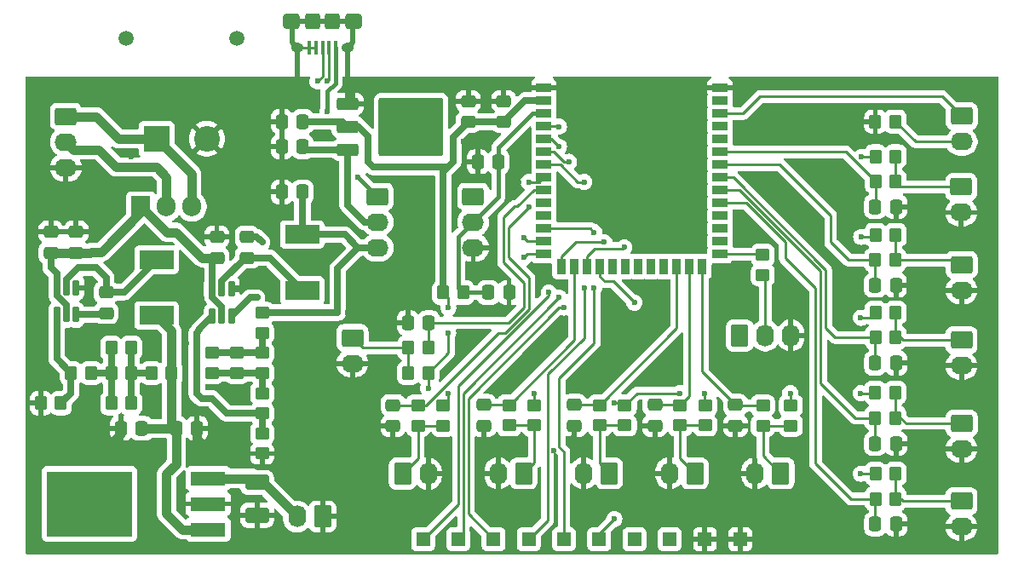
<source format=gbr>
%TF.GenerationSoftware,KiCad,Pcbnew,8.0.8*%
%TF.CreationDate,2025-03-31T14:22:42-05:00*%
%TF.ProjectId,Smart Tripod,536d6172-7420-4547-9269-706f642e6b69,rev?*%
%TF.SameCoordinates,Original*%
%TF.FileFunction,Copper,L1,Top*%
%TF.FilePolarity,Positive*%
%FSLAX46Y46*%
G04 Gerber Fmt 4.6, Leading zero omitted, Abs format (unit mm)*
G04 Created by KiCad (PCBNEW 8.0.8) date 2025-03-31 14:22:42*
%MOMM*%
%LPD*%
G01*
G04 APERTURE LIST*
G04 Aperture macros list*
%AMRoundRect*
0 Rectangle with rounded corners*
0 $1 Rounding radius*
0 $2 $3 $4 $5 $6 $7 $8 $9 X,Y pos of 4 corners*
0 Add a 4 corners polygon primitive as box body*
4,1,4,$2,$3,$4,$5,$6,$7,$8,$9,$2,$3,0*
0 Add four circle primitives for the rounded corners*
1,1,$1+$1,$2,$3*
1,1,$1+$1,$4,$5*
1,1,$1+$1,$6,$7*
1,1,$1+$1,$8,$9*
0 Add four rect primitives between the rounded corners*
20,1,$1+$1,$2,$3,$4,$5,0*
20,1,$1+$1,$4,$5,$6,$7,0*
20,1,$1+$1,$6,$7,$8,$9,0*
20,1,$1+$1,$8,$9,$2,$3,0*%
G04 Aperture macros list end*
%TA.AperFunction,SMDPad,CuDef*%
%ADD10RoundRect,0.250000X-0.450000X0.350000X-0.450000X-0.350000X0.450000X-0.350000X0.450000X0.350000X0*%
%TD*%
%TA.AperFunction,ComponentPad*%
%ADD11R,1.350000X1.350000*%
%TD*%
%TA.AperFunction,SMDPad,CuDef*%
%ADD12RoundRect,0.250000X0.450000X-0.350000X0.450000X0.350000X-0.450000X0.350000X-0.450000X-0.350000X0*%
%TD*%
%TA.AperFunction,SMDPad,CuDef*%
%ADD13RoundRect,0.250000X0.475000X-0.337500X0.475000X0.337500X-0.475000X0.337500X-0.475000X-0.337500X0*%
%TD*%
%TA.AperFunction,SMDPad,CuDef*%
%ADD14RoundRect,0.250000X-0.850000X-0.350000X0.850000X-0.350000X0.850000X0.350000X-0.850000X0.350000X0*%
%TD*%
%TA.AperFunction,SMDPad,CuDef*%
%ADD15RoundRect,0.250000X-1.275000X-1.125000X1.275000X-1.125000X1.275000X1.125000X-1.275000X1.125000X0*%
%TD*%
%TA.AperFunction,SMDPad,CuDef*%
%ADD16RoundRect,0.249997X-2.950003X-2.650003X2.950003X-2.650003X2.950003X2.650003X-2.950003X2.650003X0*%
%TD*%
%TA.AperFunction,ComponentPad*%
%ADD17RoundRect,0.250000X-0.845000X0.620000X-0.845000X-0.620000X0.845000X-0.620000X0.845000X0.620000X0*%
%TD*%
%TA.AperFunction,ComponentPad*%
%ADD18O,2.190000X1.740000*%
%TD*%
%TA.AperFunction,SMDPad,CuDef*%
%ADD19RoundRect,0.250000X0.350000X0.450000X-0.350000X0.450000X-0.350000X-0.450000X0.350000X-0.450000X0*%
%TD*%
%TA.AperFunction,SMDPad,CuDef*%
%ADD20RoundRect,0.250000X-0.475000X0.337500X-0.475000X-0.337500X0.475000X-0.337500X0.475000X0.337500X0*%
%TD*%
%TA.AperFunction,ComponentPad*%
%ADD21RoundRect,0.250000X0.620000X0.845000X-0.620000X0.845000X-0.620000X-0.845000X0.620000X-0.845000X0*%
%TD*%
%TA.AperFunction,ComponentPad*%
%ADD22O,1.740000X2.190000*%
%TD*%
%TA.AperFunction,SMDPad,CuDef*%
%ADD23RoundRect,0.250000X-0.337500X-0.475000X0.337500X-0.475000X0.337500X0.475000X-0.337500X0.475000X0*%
%TD*%
%TA.AperFunction,SMDPad,CuDef*%
%ADD24RoundRect,0.162500X-0.162500X0.617500X-0.162500X-0.617500X0.162500X-0.617500X0.162500X0.617500X0*%
%TD*%
%TA.AperFunction,ComponentPad*%
%ADD25RoundRect,0.250000X-0.620000X-0.845000X0.620000X-0.845000X0.620000X0.845000X-0.620000X0.845000X0*%
%TD*%
%TA.AperFunction,SMDPad,CuDef*%
%ADD26RoundRect,0.250000X0.337500X0.475000X-0.337500X0.475000X-0.337500X-0.475000X0.337500X-0.475000X0*%
%TD*%
%TA.AperFunction,ComponentPad*%
%ADD27C,2.550000*%
%TD*%
%TA.AperFunction,ComponentPad*%
%ADD28R,2.550000X2.550000*%
%TD*%
%TA.AperFunction,ComponentPad*%
%ADD29C,1.508000*%
%TD*%
%TA.AperFunction,SMDPad,CuDef*%
%ADD30RoundRect,0.250001X-0.924999X0.499999X-0.924999X-0.499999X0.924999X-0.499999X0.924999X0.499999X0*%
%TD*%
%TA.AperFunction,SMDPad,CuDef*%
%ADD31R,3.429000X1.828800*%
%TD*%
%TA.AperFunction,SMDPad,CuDef*%
%ADD32RoundRect,0.250000X-0.350000X-0.450000X0.350000X-0.450000X0.350000X0.450000X-0.350000X0.450000X0*%
%TD*%
%TA.AperFunction,SMDPad,CuDef*%
%ADD33RoundRect,0.100000X0.100000X0.575000X-0.100000X0.575000X-0.100000X-0.575000X0.100000X-0.575000X0*%
%TD*%
%TA.AperFunction,HeatsinkPad*%
%ADD34O,0.890000X1.550000*%
%TD*%
%TA.AperFunction,SMDPad,CuDef*%
%ADD35RoundRect,0.250000X0.475000X0.525000X-0.475000X0.525000X-0.475000X-0.525000X0.475000X-0.525000X0*%
%TD*%
%TA.AperFunction,HeatsinkPad*%
%ADD36O,1.250000X0.950000*%
%TD*%
%TA.AperFunction,SMDPad,CuDef*%
%ADD37RoundRect,0.250000X0.500000X0.525000X-0.500000X0.525000X-0.500000X-0.525000X0.500000X-0.525000X0*%
%TD*%
%TA.AperFunction,ComponentPad*%
%ADD38R,1.905000X2.000000*%
%TD*%
%TA.AperFunction,ComponentPad*%
%ADD39O,1.905000X2.000000*%
%TD*%
%TA.AperFunction,SMDPad,CuDef*%
%ADD40R,3.505200X1.397000*%
%TD*%
%TA.AperFunction,SMDPad,CuDef*%
%ADD41R,8.458200X6.553200*%
%TD*%
%TA.AperFunction,HeatsinkPad*%
%ADD42C,0.600000*%
%TD*%
%TA.AperFunction,HeatsinkPad*%
%ADD43R,3.900000X3.900000*%
%TD*%
%TA.AperFunction,SMDPad,CuDef*%
%ADD44R,1.500000X0.900000*%
%TD*%
%TA.AperFunction,SMDPad,CuDef*%
%ADD45R,0.900000X1.500000*%
%TD*%
%TA.AperFunction,ViaPad*%
%ADD46C,0.600000*%
%TD*%
%TA.AperFunction,Conductor*%
%ADD47C,0.254000*%
%TD*%
%TA.AperFunction,Conductor*%
%ADD48C,0.508000*%
%TD*%
%TA.AperFunction,Conductor*%
%ADD49C,0.635000*%
%TD*%
%TA.AperFunction,Conductor*%
%ADD50C,0.381000*%
%TD*%
%TA.AperFunction,Conductor*%
%ADD51C,0.889000*%
%TD*%
G04 APERTURE END LIST*
D10*
%TO.P,R3,1*%
%TO.N,/POW_BUCK*%
X118500000Y-107000000D03*
%TO.P,R3,2*%
%TO.N,Net-(R3-Pad2)*%
X118500000Y-109000000D03*
%TD*%
D11*
%TO.P,J24,1,Pin_1*%
%TO.N,GND*%
X162500000Y-129500000D03*
%TD*%
D12*
%TO.P,R12,1*%
%TO.N,Net-(J11-Pin_1)*%
X152040000Y-118200000D03*
%TO.P,R12,2*%
%TO.N,/ZOOM-OUT*%
X152040000Y-116200000D03*
%TD*%
D13*
%TO.P,C6,1*%
%TO.N,+7.5V*%
X97500000Y-101037500D03*
%TO.P,C6,2*%
%TO.N,GND*%
X97500000Y-98962500D03*
%TD*%
D14*
%TO.P,U2,1,GND*%
%TO.N,GND*%
X127000000Y-86245000D03*
%TO.P,U2,2,VO*%
%TO.N,+3V3*%
X127000000Y-88525000D03*
%TO.P,U2,3,VI*%
%TO.N,Net-(SW3-B)*%
X127000000Y-90805000D03*
D15*
%TO.P,U2,4*%
%TO.N,N/C*%
X131625000Y-87000000D03*
X131625000Y-90050000D03*
D16*
X133300000Y-88525000D03*
D15*
X134975000Y-87000000D03*
X134975000Y-90050000D03*
%TD*%
D17*
%TO.P,J13,1,Pin_1*%
%TO.N,Net-(J13-Pin_1)*%
X188020000Y-87460000D03*
D18*
%TO.P,J13,2,Pin_2*%
%TO.N,Net-(J13-Pin_2)*%
X188020000Y-90000000D03*
%TD*%
D19*
%TO.P,R16,1*%
%TO.N,Net-(J7-Pin_1)*%
X181462500Y-99270000D03*
%TO.P,R16,2*%
%TO.N,+3V3*%
X179462500Y-99270000D03*
%TD*%
D20*
%TO.P,C19,1*%
%TO.N,/ZOOM-OUT*%
X149540000Y-116162500D03*
%TO.P,C19,2*%
%TO.N,GND*%
X149540000Y-118237500D03*
%TD*%
D19*
%TO.P,R5,1*%
%TO.N,Net-(J3-Pin_1)*%
X181462500Y-125500000D03*
%TO.P,R5,2*%
%TO.N,/PAN-UP*%
X179462500Y-125500000D03*
%TD*%
D13*
%TO.P,C9,1*%
%TO.N,+7.5V*%
X114000000Y-101537500D03*
%TO.P,C9,2*%
%TO.N,GND*%
X114000000Y-99462500D03*
%TD*%
D21*
%TO.P,J11,1,Pin_1*%
%TO.N,Net-(J11-Pin_1)*%
X153000000Y-122960000D03*
D22*
%TO.P,J11,2,Pin_2*%
%TO.N,GND*%
X150460000Y-122960000D03*
%TD*%
D12*
%TO.P,R34,1*%
%TO.N,Net-(J14-Pin_1)*%
X136500000Y-118220000D03*
%TO.P,R34,2*%
%TO.N,+3V3*%
X136500000Y-116220000D03*
%TD*%
D23*
%TO.P,C13,1*%
%TO.N,/TILT-LEFT*%
X179425000Y-112000000D03*
%TO.P,C13,2*%
%TO.N,GND*%
X181500000Y-112000000D03*
%TD*%
D19*
%TO.P,R1,1*%
%TO.N,Net-(R1-Pad1)*%
X105500000Y-110500000D03*
%TO.P,R1,2*%
%TO.N,Net-(R1-Pad2)*%
X103500000Y-110500000D03*
%TD*%
D17*
%TO.P,SW3,1,A*%
%TO.N,/POW_USB*%
X129980000Y-95460000D03*
D18*
%TO.P,SW3,2,B*%
%TO.N,Net-(SW3-B)*%
X129980000Y-98000000D03*
%TO.P,SW3,3,C*%
%TO.N,/POW_BUCK*%
X129980000Y-100540000D03*
%TD*%
D11*
%TO.P,J16,1,Pin_1*%
%TO.N,/IO3*%
X152000000Y-129500000D03*
%TD*%
D24*
%TO.P,U3,1,GND*%
%TO.N,GND*%
X100000000Y-104500000D03*
%TO.P,U3,2,SW*%
%TO.N,Net-(U3-SW)*%
X99050000Y-104500000D03*
%TO.P,U3,3,VIN*%
%TO.N,+7.5V*%
X98100000Y-104500000D03*
%TO.P,U3,4,VFB*%
%TO.N,Net-(U3-VFB)*%
X98100000Y-107200000D03*
%TO.P,U3,5,EN*%
%TO.N,+7.5V*%
X99050000Y-107200000D03*
%TO.P,U3,6,VBST*%
%TO.N,Net-(U3-VBST)*%
X100000000Y-107200000D03*
%TD*%
D21*
%TO.P,J12,1,Pin_1*%
%TO.N,Net-(J12-Pin_1)*%
X161500000Y-122960000D03*
D22*
%TO.P,J12,2,Pin_2*%
%TO.N,GND*%
X158960000Y-122960000D03*
%TD*%
D12*
%TO.P,R19,1*%
%TO.N,Net-(J9-Pin_1)*%
X145540000Y-118200000D03*
%TO.P,R19,2*%
%TO.N,+3V3*%
X145540000Y-116200000D03*
%TD*%
D25*
%TO.P,SW1,1,A*%
%TO.N,unconnected-(SW1-A-Pad1)*%
X165960000Y-109260000D03*
D22*
%TO.P,SW1,2,B*%
%TO.N,Net-(SW1-B)*%
X168500000Y-109260000D03*
%TO.P,SW1,3,C*%
%TO.N,GND*%
X171040000Y-109260000D03*
%TD*%
D26*
%TO.P,C24,1*%
%TO.N,/SPEED-UP*%
X135075000Y-108000000D03*
%TO.P,C24,2*%
%TO.N,GND*%
X133000000Y-108000000D03*
%TD*%
D13*
%TO.P,C3,1*%
%TO.N,+3V3*%
X142500000Y-88037500D03*
%TO.P,C3,2*%
%TO.N,GND*%
X142500000Y-85962500D03*
%TD*%
%TO.P,C7,1*%
%TO.N,Net-(U3-VBST)*%
X103000000Y-107037500D03*
%TO.P,C7,2*%
%TO.N,Net-(U3-SW)*%
X103000000Y-104962500D03*
%TD*%
D17*
%TO.P,SW4,1,A*%
%TO.N,/Source*%
X99000000Y-87500000D03*
D18*
%TO.P,SW4,2,B*%
%TO.N,/Gate*%
X99000000Y-90040000D03*
%TO.P,SW4,3,C*%
%TO.N,GND*%
X99000000Y-92580000D03*
%TD*%
D19*
%TO.P,R29,1*%
%TO.N,Net-(R1-Pad2)*%
X101500000Y-113000000D03*
%TO.P,R29,2*%
%TO.N,Net-(U3-VFB)*%
X99500000Y-113000000D03*
%TD*%
D25*
%TO.P,J14,1,Pin_1*%
%TO.N,Net-(J14-Pin_1)*%
X132460000Y-123000000D03*
D22*
%TO.P,J14,2,Pin_2*%
%TO.N,GND*%
X135000000Y-123000000D03*
%TD*%
D27*
%TO.P,J4,N,N*%
%TO.N,GND*%
X113000000Y-89705750D03*
D28*
%TO.P,J4,P,P*%
%TO.N,/Source*%
X108000000Y-89705750D03*
D29*
%TO.P,J4,S1*%
%TO.N,N/C*%
X116000000Y-79705750D03*
%TO.P,J4,S2*%
X105000000Y-79705750D03*
%TD*%
D20*
%TO.P,C17,1*%
%TO.N,/ZOOM-IN*%
X140540000Y-116162500D03*
%TO.P,C17,2*%
%TO.N,GND*%
X140540000Y-118237500D03*
%TD*%
D30*
%TO.P,C25,1*%
%TO.N,Net-(J2-Pin_2)*%
X118000000Y-123875000D03*
%TO.P,C25,2*%
%TO.N,GND*%
X118000000Y-127125000D03*
%TD*%
D10*
%TO.P,R31,1*%
%TO.N,Net-(R3-Pad2)*%
X113500000Y-111000000D03*
%TO.P,R31,2*%
%TO.N,Net-(R30-Pad2)*%
X113500000Y-113000000D03*
%TD*%
D12*
%TO.P,R11,1*%
%TO.N,Net-(J10-Pin_1)*%
X168270000Y-118220000D03*
%TO.P,R11,2*%
%TO.N,/VIDEO*%
X168270000Y-116220000D03*
%TD*%
D19*
%TO.P,R27,1*%
%TO.N,Net-(R1-Pad1)*%
X105500000Y-113000000D03*
%TO.P,R27,2*%
%TO.N,Net-(R1-Pad2)*%
X103500000Y-113000000D03*
%TD*%
D11*
%TO.P,J21,1,Pin_1*%
%TO.N,/IO8*%
X148500000Y-129500000D03*
%TD*%
D23*
%TO.P,C26,1*%
%TO.N,Net-(U5-IN)*%
X109962500Y-118500000D03*
%TO.P,C26,2*%
%TO.N,GND*%
X112037500Y-118500000D03*
%TD*%
D20*
%TO.P,C20,1*%
%TO.N,/MODE*%
X157540000Y-116162500D03*
%TO.P,C20,2*%
%TO.N,GND*%
X157540000Y-118237500D03*
%TD*%
D21*
%TO.P,J10,1,Pin_1*%
%TO.N,Net-(J10-Pin_1)*%
X170040000Y-122960000D03*
D22*
%TO.P,J10,2,Pin_2*%
%TO.N,GND*%
X167500000Y-122960000D03*
%TD*%
D31*
%TO.P,L4,P$1*%
%TO.N,/POW_BUCK*%
X122500000Y-99231400D03*
%TO.P,L4,P$2*%
%TO.N,Net-(U4-SW)*%
X122500000Y-104768600D03*
%TD*%
D12*
%TO.P,R35,1*%
%TO.N,Net-(J14-Pin_1)*%
X134000000Y-118220000D03*
%TO.P,R35,2*%
%TO.N,/SPEED-DOWN*%
X134000000Y-116220000D03*
%TD*%
D17*
%TO.P,J15,1,Pin_1*%
%TO.N,Net-(J15-Pin_1)*%
X127480000Y-109500000D03*
D18*
%TO.P,J15,2,Pin_2*%
%TO.N,GND*%
X127480000Y-112040000D03*
%TD*%
D12*
%TO.P,R18,1*%
%TO.N,Net-(J10-Pin_1)*%
X171040000Y-118220000D03*
%TO.P,R18,2*%
%TO.N,+3V3*%
X171040000Y-116220000D03*
%TD*%
D19*
%TO.P,R14,1*%
%TO.N,Net-(J6-Pin_1)*%
X181425000Y-114960000D03*
%TO.P,R14,2*%
%TO.N,+3V3*%
X179425000Y-114960000D03*
%TD*%
D32*
%TO.P,R36,1*%
%TO.N,Net-(J15-Pin_1)*%
X133000000Y-113000000D03*
%TO.P,R36,2*%
%TO.N,+3V3*%
X135000000Y-113000000D03*
%TD*%
D10*
%TO.P,R30,1*%
%TO.N,Net-(R3-Pad2)*%
X118500000Y-111000000D03*
%TO.P,R30,2*%
%TO.N,Net-(R30-Pad2)*%
X118500000Y-113000000D03*
%TD*%
D17*
%TO.P,J8,1,Pin_1*%
%TO.N,Net-(J8-Pin_1)*%
X187980000Y-94500000D03*
D18*
%TO.P,J8,2,Pin_2*%
%TO.N,GND*%
X187980000Y-97040000D03*
%TD*%
D20*
%TO.P,C11,1*%
%TO.N,Net-(U4-VBST)*%
X117000000Y-99462500D03*
%TO.P,C11,2*%
%TO.N,Net-(U4-SW)*%
X117000000Y-101537500D03*
%TD*%
D23*
%TO.P,C16,1*%
%TO.N,/PICTURE*%
X179425000Y-96460000D03*
%TO.P,C16,2*%
%TO.N,GND*%
X181500000Y-96460000D03*
%TD*%
D19*
%TO.P,R17,1*%
%TO.N,Net-(J8-Pin_1)*%
X181462500Y-91460000D03*
%TO.P,R17,2*%
%TO.N,+3V3*%
X179462500Y-91460000D03*
%TD*%
%TO.P,R7,1*%
%TO.N,Net-(J6-Pin_1)*%
X181425000Y-117460000D03*
%TO.P,R7,2*%
%TO.N,/PAN-DOWN*%
X179425000Y-117460000D03*
%TD*%
D33*
%TO.P,J1,1,VBUS*%
%TO.N,/POW_USB*%
X125800000Y-80700000D03*
%TO.P,J1,2,D-*%
%TO.N,/D-*%
X125150000Y-80700000D03*
%TO.P,J1,3,D+*%
%TO.N,/D+*%
X124500000Y-80700000D03*
%TO.P,J1,4,ID*%
%TO.N,GND*%
X123850000Y-80700000D03*
%TO.P,J1,5,GND*%
X123200000Y-80700000D03*
D34*
%TO.P,J1,6,Shield*%
X128000000Y-78000000D03*
D35*
X127525000Y-78000000D03*
D36*
X127000000Y-80700000D03*
D37*
X125500000Y-78000000D03*
X123500000Y-78000000D03*
D36*
X122000000Y-80700000D03*
D35*
X121475000Y-78000000D03*
D34*
X121000000Y-78000000D03*
%TD*%
D19*
%TO.P,R9,1*%
%TO.N,Net-(J8-Pin_1)*%
X181462500Y-93960000D03*
%TO.P,R9,2*%
%TO.N,/PICTURE*%
X179462500Y-93960000D03*
%TD*%
D38*
%TO.P,Q1,1,D*%
%TO.N,+7.5V*%
X106460000Y-96445000D03*
D39*
%TO.P,Q1,2,G*%
%TO.N,/Gate*%
X109000000Y-96445000D03*
%TO.P,Q1,3,S*%
%TO.N,/Source*%
X111540000Y-96445000D03*
%TD*%
D11*
%TO.P,J19,1,Pin_1*%
%TO.N,/IO6*%
X141500000Y-129500000D03*
%TD*%
D19*
%TO.P,R28,1*%
%TO.N,Net-(U5-IN)*%
X109500000Y-113000000D03*
%TO.P,R28,2*%
%TO.N,Net-(R1-Pad1)*%
X107500000Y-113000000D03*
%TD*%
D17*
%TO.P,SW2,1,A*%
%TO.N,unconnected-(SW2-A-Pad1)*%
X139480000Y-95460000D03*
D18*
%TO.P,SW2,2,B*%
%TO.N,/EN*%
X139480000Y-98000000D03*
%TO.P,SW2,3,C*%
%TO.N,GND*%
X139480000Y-100540000D03*
%TD*%
D17*
%TO.P,J3,1,Pin_1*%
%TO.N,Net-(J3-Pin_1)*%
X188000000Y-125730000D03*
D18*
%TO.P,J3,2,Pin_2*%
%TO.N,GND*%
X188000000Y-128270000D03*
%TD*%
D23*
%TO.P,C10,1*%
%TO.N,/PAN-UP*%
X179425000Y-128000000D03*
%TO.P,C10,2*%
%TO.N,GND*%
X181500000Y-128000000D03*
%TD*%
D11*
%TO.P,J22,1,Pin_1*%
%TO.N,/IO9*%
X155500000Y-129500000D03*
%TD*%
D23*
%TO.P,C15,1*%
%TO.N,/TILT-RIGHT*%
X179405000Y-104270000D03*
%TO.P,C15,2*%
%TO.N,GND*%
X181480000Y-104270000D03*
%TD*%
%TO.P,C21,1*%
%TO.N,/EN*%
X140962500Y-105000000D03*
%TO.P,C21,2*%
%TO.N,GND*%
X143037500Y-105000000D03*
%TD*%
D10*
%TO.P,R32,1*%
%TO.N,Net-(R3-Pad2)*%
X116000000Y-111000000D03*
%TO.P,R32,2*%
%TO.N,Net-(R30-Pad2)*%
X116000000Y-113000000D03*
%TD*%
D31*
%TO.P,L3,P$1*%
%TO.N,Net-(U5-IN)*%
X108000000Y-107268600D03*
%TO.P,L3,P$2*%
%TO.N,Net-(U3-SW)*%
X108000000Y-101731400D03*
%TD*%
D32*
%TO.P,R37,1*%
%TO.N,Net-(J15-Pin_1)*%
X133000000Y-110500000D03*
%TO.P,R37,2*%
%TO.N,/SPEED-UP*%
X135000000Y-110500000D03*
%TD*%
D12*
%TO.P,R20,1*%
%TO.N,Net-(J11-Pin_1)*%
X154540000Y-118200000D03*
%TO.P,R20,2*%
%TO.N,+3V3*%
X154540000Y-116200000D03*
%TD*%
D17*
%TO.P,J5,1,Pin_1*%
%TO.N,Net-(J5-Pin_1)*%
X188000000Y-109730000D03*
D18*
%TO.P,J5,2,Pin_2*%
%TO.N,GND*%
X188000000Y-112270000D03*
%TD*%
D17*
%TO.P,J6,1,Pin_1*%
%TO.N,Net-(J6-Pin_1)*%
X188020000Y-118000000D03*
D18*
%TO.P,J6,2,Pin_2*%
%TO.N,GND*%
X188020000Y-120540000D03*
%TD*%
D26*
%TO.P,C8,1*%
%TO.N,Net-(U5-IN)*%
X106537500Y-118500000D03*
%TO.P,C8,2*%
%TO.N,GND*%
X104462500Y-118500000D03*
%TD*%
D23*
%TO.P,C22,1*%
%TO.N,GND*%
X139925000Y-92000000D03*
%TO.P,C22,2*%
%TO.N,/EN*%
X142000000Y-92000000D03*
%TD*%
D11*
%TO.P,J25,1,Pin_1*%
%TO.N,GND*%
X166000000Y-129500000D03*
%TD*%
D23*
%TO.P,C14,1*%
%TO.N,/PAN-DOWN*%
X179425000Y-120000000D03*
%TO.P,C14,2*%
%TO.N,GND*%
X181500000Y-120000000D03*
%TD*%
D12*
%TO.P,R10,1*%
%TO.N,Net-(J9-Pin_1)*%
X143040000Y-118200000D03*
%TO.P,R10,2*%
%TO.N,/ZOOM-IN*%
X143040000Y-116200000D03*
%TD*%
D26*
%TO.P,C12,1*%
%TO.N,/POW_BUCK*%
X122537500Y-95000000D03*
%TO.P,C12,2*%
%TO.N,GND*%
X120462500Y-95000000D03*
%TD*%
D11*
%TO.P,J18,1,Pin_1*%
%TO.N,/IO5*%
X138000000Y-129500000D03*
%TD*%
%TO.P,J20,1,Pin_1*%
%TO.N,/IO7*%
X145000000Y-129500000D03*
%TD*%
D12*
%TO.P,R24,1*%
%TO.N,Net-(SW1-B)*%
X168250000Y-103260000D03*
%TO.P,R24,2*%
%TO.N,/BOOT*%
X168250000Y-101260000D03*
%TD*%
D10*
%TO.P,R33,1*%
%TO.N,Net-(R30-Pad2)*%
X118500000Y-115000000D03*
%TO.P,R33,2*%
%TO.N,Net-(U4-VFB)*%
X118500000Y-117000000D03*
%TD*%
D26*
%TO.P,C2,1*%
%TO.N,+3V3*%
X122537500Y-88000000D03*
%TO.P,C2,2*%
%TO.N,GND*%
X120462500Y-88000000D03*
%TD*%
D10*
%TO.P,R4,1*%
%TO.N,Net-(U4-VFB)*%
X118500000Y-119000000D03*
%TO.P,R4,2*%
%TO.N,GND*%
X118500000Y-121000000D03*
%TD*%
D26*
%TO.P,C1,1*%
%TO.N,Net-(SW3-B)*%
X122537500Y-90500000D03*
%TO.P,C1,2*%
%TO.N,GND*%
X120462500Y-90500000D03*
%TD*%
D21*
%TO.P,J9,1,Pin_1*%
%TO.N,Net-(J9-Pin_1)*%
X144500000Y-122960000D03*
D22*
%TO.P,J9,2,Pin_2*%
%TO.N,GND*%
X141960000Y-122960000D03*
%TD*%
D24*
%TO.P,U4,1,GND*%
%TO.N,GND*%
X115450000Y-104650000D03*
%TO.P,U4,2,SW*%
%TO.N,Net-(U4-SW)*%
X114500000Y-104650000D03*
%TO.P,U4,3,VIN*%
%TO.N,+7.5V*%
X113550000Y-104650000D03*
%TO.P,U4,4,VFB*%
%TO.N,Net-(U4-VFB)*%
X113550000Y-107350000D03*
%TO.P,U4,5,EN*%
%TO.N,+7.5V*%
X114500000Y-107350000D03*
%TO.P,U4,6,VBST*%
%TO.N,Net-(U4-VBST)*%
X115450000Y-107350000D03*
%TD*%
D19*
%TO.P,R15,1*%
%TO.N,Net-(J5-Pin_1)*%
X181462500Y-107000000D03*
%TO.P,R15,2*%
%TO.N,+3V3*%
X179462500Y-107000000D03*
%TD*%
D12*
%TO.P,R21,1*%
%TO.N,Net-(J12-Pin_1)*%
X162540000Y-118200000D03*
%TO.P,R21,2*%
%TO.N,+3V3*%
X162540000Y-116200000D03*
%TD*%
D19*
%TO.P,R23,1*%
%TO.N,/EN*%
X138500000Y-105000000D03*
%TO.P,R23,2*%
%TO.N,+3V3*%
X136500000Y-105000000D03*
%TD*%
D17*
%TO.P,J7,1,Pin_1*%
%TO.N,Net-(J7-Pin_1)*%
X188020000Y-102230000D03*
D18*
%TO.P,J7,2,Pin_2*%
%TO.N,GND*%
X188020000Y-104770000D03*
%TD*%
D13*
%TO.P,C5,1*%
%TO.N,+7.5V*%
X100000000Y-101037500D03*
%TO.P,C5,2*%
%TO.N,GND*%
X100000000Y-98962500D03*
%TD*%
D40*
%TO.P,U5,1,IN*%
%TO.N,Net-(U5-IN)*%
X113137400Y-128540000D03*
%TO.P,U5,2,GND*%
%TO.N,GND*%
X113137400Y-126000000D03*
%TO.P,U5,3,OUT*%
%TO.N,Net-(J2-Pin_2)*%
X113137400Y-123460000D03*
D41*
%TO.P,U5,4,4*%
%TO.N,unconnected-(U5-Pad4)*%
X101339100Y-126000000D03*
%TD*%
D11*
%TO.P,J17,1,Pin_1*%
%TO.N,/IO4*%
X134500000Y-129500000D03*
%TD*%
D19*
%TO.P,R13,1*%
%TO.N,Net-(J3-Pin_1)*%
X181462500Y-123000000D03*
%TO.P,R13,2*%
%TO.N,+3V3*%
X179462500Y-123000000D03*
%TD*%
D32*
%TO.P,R25,1*%
%TO.N,GND*%
X179442500Y-88000000D03*
%TO.P,R25,2*%
%TO.N,Net-(J13-Pin_2)*%
X181442500Y-88000000D03*
%TD*%
D21*
%TO.P,J2,1,Pin_1*%
%TO.N,GND*%
X124500000Y-127260000D03*
D22*
%TO.P,J2,2,Pin_2*%
%TO.N,Net-(J2-Pin_2)*%
X121960000Y-127260000D03*
%TD*%
D12*
%TO.P,R22,1*%
%TO.N,Net-(J12-Pin_1)*%
X160040000Y-118200000D03*
%TO.P,R22,2*%
%TO.N,/MODE*%
X160040000Y-116200000D03*
%TD*%
D19*
%TO.P,R6,1*%
%TO.N,Net-(J5-Pin_1)*%
X181462500Y-109460000D03*
%TO.P,R6,2*%
%TO.N,/TILT-LEFT*%
X179462500Y-109460000D03*
%TD*%
D42*
%TO.P,U1,41,GND*%
%TO.N,GND*%
X155150000Y-93070000D03*
X155150000Y-91670000D03*
X154450000Y-93770000D03*
X154450000Y-92370000D03*
X154450000Y-90970000D03*
X153750000Y-93070000D03*
D43*
X153750000Y-92370000D03*
D42*
X153750000Y-91670000D03*
X153050000Y-93770000D03*
X153050000Y-92370000D03*
X153050000Y-90970000D03*
X152350000Y-93070000D03*
X152350000Y-91670000D03*
D44*
%TO.P,U1,40,GND*%
X164000000Y-84650000D03*
%TO.P,U1,39,IO1*%
%TO.N,unconnected-(U1-IO1-Pad39)*%
X164000000Y-85920000D03*
%TO.P,U1,38,IO2*%
%TO.N,Net-(J13-Pin_1)*%
X164000000Y-87190000D03*
%TO.P,U1,37,TXD0*%
%TO.N,unconnected-(U1-TXD0-Pad37)*%
X164000000Y-88460000D03*
%TO.P,U1,36,RXD0*%
%TO.N,unconnected-(U1-RXD0-Pad36)*%
X164000000Y-89730000D03*
%TO.P,U1,35,IO42*%
%TO.N,/PICTURE*%
X164000000Y-91000000D03*
%TO.P,U1,34,IO41*%
%TO.N,/TILT-RIGHT*%
X164000000Y-92270000D03*
%TO.P,U1,33,IO40*%
%TO.N,/TILT-LEFT*%
X164000000Y-93540000D03*
%TO.P,U1,32,IO39*%
%TO.N,/PAN-DOWN*%
X164000000Y-94810000D03*
%TO.P,U1,31,IO38*%
%TO.N,/PAN-UP*%
X164000000Y-96080000D03*
%TO.P,U1,30,IO37*%
%TO.N,unconnected-(U1-IO37-Pad30)*%
X164000000Y-97350000D03*
%TO.P,U1,29,IO36*%
%TO.N,unconnected-(U1-IO36-Pad29)*%
X164000000Y-98620000D03*
%TO.P,U1,28,IO35*%
%TO.N,unconnected-(U1-IO35-Pad28)*%
X164000000Y-99890000D03*
%TO.P,U1,27,IO0*%
%TO.N,/BOOT*%
X164000000Y-101160000D03*
D45*
%TO.P,U1,26,IO45*%
%TO.N,/VIDEO*%
X162235000Y-102410000D03*
%TO.P,U1,25,IO48*%
%TO.N,/MODE*%
X160965000Y-102410000D03*
%TO.P,U1,24,IO47*%
%TO.N,/ZOOM-OUT*%
X159695000Y-102410000D03*
%TO.P,U1,23,IO21*%
%TO.N,unconnected-(U1-IO21-Pad23)*%
X158425000Y-102410000D03*
%TO.P,U1,22,IO14*%
%TO.N,unconnected-(U1-IO14-Pad22)*%
X157155000Y-102410000D03*
%TO.P,U1,21,IO13*%
%TO.N,unconnected-(U1-IO13-Pad21)*%
X155885000Y-102410000D03*
%TO.P,U1,20,IO12*%
%TO.N,unconnected-(U1-IO12-Pad20)*%
X154615000Y-102410000D03*
%TO.P,U1,19,IO11*%
%TO.N,unconnected-(U1-IO11-Pad19)*%
X153345000Y-102410000D03*
%TO.P,U1,18,IO10*%
%TO.N,/IO10*%
X152075000Y-102410000D03*
%TO.P,U1,17,IO9*%
%TO.N,/IO9*%
X150805000Y-102410000D03*
%TO.P,U1,16,IO46*%
%TO.N,/ZOOM-IN*%
X149535000Y-102410000D03*
%TO.P,U1,15,IO3*%
%TO.N,/IO3*%
X148265000Y-102410000D03*
D44*
%TO.P,U1,14,USB_D+*%
%TO.N,/D+*%
X146500000Y-101160000D03*
%TO.P,U1,13,USB_D-*%
%TO.N,/D-*%
X146500000Y-99890000D03*
%TO.P,U1,12,IO8*%
%TO.N,/IO8*%
X146500000Y-98620000D03*
%TO.P,U1,11,IO18*%
%TO.N,unconnected-(U1-IO18-Pad11)*%
X146500000Y-97350000D03*
%TO.P,U1,10,IO17*%
%TO.N,unconnected-(U1-IO17-Pad10)*%
X146500000Y-96080000D03*
%TO.P,U1,9,IO16*%
%TO.N,/SPEED-UP*%
X146500000Y-94810000D03*
%TO.P,U1,8,IO15*%
%TO.N,/SPEED-DOWN*%
X146500000Y-93540000D03*
%TO.P,U1,7,IO7*%
%TO.N,/IO7*%
X146500000Y-92270000D03*
%TO.P,U1,6,IO6*%
%TO.N,/IO6*%
X146500000Y-91000000D03*
%TO.P,U1,5,IO5*%
%TO.N,/IO5*%
X146500000Y-89730000D03*
%TO.P,U1,4,IO4*%
%TO.N,/IO4*%
X146500000Y-88460000D03*
%TO.P,U1,3,EN*%
%TO.N,/EN*%
X146500000Y-87190000D03*
%TO.P,U1,2,3V3*%
%TO.N,+3V3*%
X146500000Y-85920000D03*
%TO.P,U1,1,GND*%
%TO.N,GND*%
X146500000Y-84650000D03*
%TD*%
D20*
%TO.P,C23,1*%
%TO.N,/SPEED-DOWN*%
X131500000Y-116182500D03*
%TO.P,C23,2*%
%TO.N,GND*%
X131500000Y-118257500D03*
%TD*%
D19*
%TO.P,R26,1*%
%TO.N,Net-(R1-Pad1)*%
X105500000Y-116000000D03*
%TO.P,R26,2*%
%TO.N,Net-(R1-Pad2)*%
X103500000Y-116000000D03*
%TD*%
D13*
%TO.P,C4,1*%
%TO.N,+3V3*%
X139000000Y-88037500D03*
%TO.P,C4,2*%
%TO.N,GND*%
X139000000Y-85962500D03*
%TD*%
D19*
%TO.P,R2,1*%
%TO.N,Net-(U3-VFB)*%
X98500000Y-116000000D03*
%TO.P,R2,2*%
%TO.N,GND*%
X96500000Y-116000000D03*
%TD*%
%TO.P,R8,1*%
%TO.N,Net-(J7-Pin_1)*%
X181442500Y-101770000D03*
%TO.P,R8,2*%
%TO.N,/TILT-RIGHT*%
X179442500Y-101770000D03*
%TD*%
D11*
%TO.P,J23,1,Pin_1*%
%TO.N,/IO10*%
X159000000Y-129500000D03*
%TD*%
D20*
%TO.P,C18,1*%
%TO.N,/VIDEO*%
X165540000Y-116162500D03*
%TO.P,C18,2*%
%TO.N,GND*%
X165540000Y-118237500D03*
%TD*%
D46*
%TO.N,GND*%
X101500000Y-104000000D03*
X149000000Y-119500000D03*
X106500000Y-99000000D03*
X129000000Y-87000000D03*
X118500000Y-89500000D03*
X124000000Y-89500000D03*
X123500000Y-93000000D03*
X135500000Y-84500000D03*
X130000000Y-84000000D03*
X144000000Y-94000000D03*
X144500000Y-90500000D03*
X135000000Y-96000000D03*
X134500000Y-105000000D03*
X127000000Y-107000000D03*
X131000000Y-114500000D03*
X138000000Y-111500000D03*
X137000000Y-120500000D03*
X140000000Y-125500000D03*
X169500000Y-129000000D03*
X175500000Y-118500000D03*
X188500000Y-123000000D03*
X189000000Y-115000000D03*
X183000000Y-113000000D03*
X183500000Y-108500000D03*
X183500000Y-98000000D03*
X181000000Y-89500000D03*
X169000000Y-89000000D03*
X169500000Y-94000000D03*
X167000000Y-98500000D03*
X171000000Y-105000000D03*
X166500000Y-105000000D03*
X146000000Y-104000000D03*
X148000000Y-109000000D03*
X153000000Y-106500000D03*
X157000000Y-105000000D03*
X159000000Y-111500000D03*
X164500000Y-125500000D03*
X128000000Y-124500000D03*
X128500000Y-130000000D03*
X115500000Y-121500000D03*
X110500000Y-124500000D03*
X116000000Y-125000000D03*
X97000000Y-120500000D03*
X97000000Y-130500000D03*
X107500000Y-121500000D03*
X118500000Y-85500000D03*
X121000000Y-93000000D03*
X125000000Y-96500000D03*
X129500000Y-104000000D03*
X122000000Y-119000000D03*
X130500000Y-128000000D03*
X128500000Y-120000000D03*
X127500000Y-116500000D03*
X139500000Y-109500000D03*
X144000000Y-112500000D03*
X140500000Y-120000000D03*
%TO.N,+3V3*%
X137000000Y-106500000D03*
X137000000Y-109000000D03*
X171000000Y-115000000D03*
X162500000Y-115000000D03*
X160000000Y-115000000D03*
X153500000Y-116000000D03*
X145500000Y-115000000D03*
X137000000Y-115000000D03*
X135000000Y-114500000D03*
%TO.N,/IO10*%
X155500000Y-106000000D03*
%TO.N,/IO9*%
X154500000Y-100500000D03*
%TO.N,/IO3*%
X153500000Y-127500000D03*
X152500000Y-100000000D03*
%TO.N,/IO8*%
X151500000Y-99000000D03*
X151500000Y-104500000D03*
%TO.N,/IO7*%
X150500000Y-94000000D03*
X150500000Y-104500000D03*
%TO.N,/IO6*%
X149000000Y-92000000D03*
X148500000Y-106500000D03*
%TO.N,/IO5*%
X148000000Y-90500000D03*
X148000000Y-105500000D03*
%TO.N,/IO4*%
X147000000Y-105000000D03*
X148000000Y-88500000D03*
%TO.N,/SPEED-DOWN*%
X145000000Y-94000000D03*
X145000000Y-96500000D03*
%TO.N,/D+*%
X144500000Y-101500000D03*
%TO.N,/D-*%
X125000000Y-84000000D03*
X144500000Y-99500000D03*
%TO.N,/D+*%
X124000000Y-84000000D03*
%TO.N,/POW_USB*%
X125000000Y-87000000D03*
X128000000Y-93500000D03*
%TO.N,Net-(U4-VBST)*%
X118500000Y-100000000D03*
X118000000Y-105500000D03*
%TO.N,GND*%
X115000000Y-98000000D03*
X116000000Y-93000000D03*
X96000000Y-95000000D03*
X101500000Y-84500000D03*
X105500000Y-91500000D03*
X98000000Y-95500000D03*
X102000000Y-97500000D03*
X117000000Y-104000000D03*
X115000000Y-114500000D03*
X111500000Y-116500000D03*
X103500000Y-120000000D03*
X111000000Y-110000000D03*
X108000000Y-109500000D03*
X103000000Y-109000000D03*
X99500000Y-110500000D03*
X96000000Y-109500000D03*
X97500000Y-114000000D03*
X101500000Y-114500000D03*
X108000000Y-115500000D03*
X100500000Y-118000000D03*
X113000000Y-120500000D03*
X127500000Y-84500000D03*
X122000000Y-84500000D03*
X141000000Y-85000000D03*
X169000000Y-114000000D03*
X147500000Y-120720000D03*
X116000000Y-130000000D03*
X137500000Y-84500000D03*
X183500000Y-106500000D03*
X156000000Y-120720000D03*
X183000000Y-129500000D03*
X167000000Y-85000000D03*
X171500000Y-98000000D03*
X183500000Y-92500000D03*
X183500000Y-115500000D03*
X138500000Y-90000000D03*
X174000000Y-92500000D03*
X174000000Y-125500000D03*
X183500000Y-99500000D03*
X164000000Y-104500000D03*
X183500000Y-123000000D03*
X164500000Y-120720000D03*
X176000000Y-89000000D03*
%TO.N,+3V3*%
X178000000Y-115000000D03*
X178029607Y-91529607D03*
X178029607Y-99470393D03*
X178000000Y-107500000D03*
X178000000Y-123000000D03*
%TD*%
D47*
%TO.N,GND*%
X140540000Y-118237500D02*
X140540000Y-119960000D01*
X140540000Y-119960000D02*
X140500000Y-120000000D01*
D48*
X100000000Y-104500000D02*
X101000000Y-104500000D01*
X101000000Y-104500000D02*
X101500000Y-104000000D01*
D47*
X149540000Y-118960000D02*
X149000000Y-119500000D01*
X149540000Y-118237500D02*
X149540000Y-118960000D01*
D49*
%TO.N,+3V3*%
X137000000Y-92500000D02*
X136500000Y-93000000D01*
X136500000Y-93000000D02*
X136500000Y-105000000D01*
D47*
X137000000Y-106500000D02*
X137000000Y-105500000D01*
X137000000Y-105500000D02*
X136500000Y-105000000D01*
X137000000Y-111000000D02*
X137000000Y-109000000D01*
X135000000Y-113000000D02*
X137000000Y-111000000D01*
X171000000Y-115000000D02*
X171000000Y-116180000D01*
X171000000Y-116180000D02*
X171040000Y-116220000D01*
X162500000Y-115000000D02*
X162500000Y-116160000D01*
X162500000Y-116160000D02*
X162540000Y-116200000D01*
X155740000Y-115000000D02*
X160000000Y-115000000D01*
X154540000Y-116200000D02*
X155740000Y-115000000D01*
X153500000Y-116000000D02*
X154340000Y-116000000D01*
X154340000Y-116000000D02*
X154540000Y-116200000D01*
X145500000Y-115000000D02*
X145500000Y-116160000D01*
X145500000Y-116160000D02*
X145540000Y-116200000D01*
X137000000Y-115000000D02*
X137000000Y-115720000D01*
X137000000Y-115720000D02*
X136500000Y-116220000D01*
X135000000Y-113000000D02*
X135000000Y-114500000D01*
%TO.N,/IO10*%
X155500000Y-106000000D02*
X153373000Y-103873000D01*
X152075000Y-103414000D02*
X152075000Y-102410000D01*
X153373000Y-103873000D02*
X152534000Y-103873000D01*
X152534000Y-103873000D02*
X152075000Y-103414000D01*
%TO.N,/IO9*%
X151584000Y-100627000D02*
X154373000Y-100627000D01*
X150805000Y-101406000D02*
X151584000Y-100627000D01*
X154373000Y-100627000D02*
X154500000Y-100500000D01*
X150805000Y-102410000D02*
X150805000Y-101406000D01*
%TO.N,/IO3*%
X153500000Y-127500000D02*
X152000000Y-129000000D01*
X152000000Y-129000000D02*
X152000000Y-129500000D01*
X148265000Y-101406000D02*
X149671000Y-100000000D01*
X149671000Y-100000000D02*
X152500000Y-100000000D01*
X148265000Y-102410000D02*
X148265000Y-101406000D01*
%TO.N,/IO8*%
X151500000Y-99000000D02*
X151120000Y-98620000D01*
X151120000Y-98620000D02*
X146500000Y-98620000D01*
X151500000Y-110000000D02*
X151500000Y-104500000D01*
X148500000Y-129500000D02*
X148500000Y-120833288D01*
X148500000Y-120833288D02*
X148000000Y-120333288D01*
X148000000Y-113500000D02*
X151500000Y-110000000D01*
X148000000Y-120333288D02*
X148000000Y-113500000D01*
%TO.N,/IO7*%
X150500000Y-94000000D02*
X149857947Y-94000000D01*
X148127947Y-92270000D02*
X146500000Y-92270000D01*
X149857947Y-94000000D02*
X148127947Y-92270000D01*
X150500000Y-106000000D02*
X150500000Y-104500000D01*
X150500000Y-109500000D02*
X150500000Y-106000000D01*
X146873000Y-113127000D02*
X150500000Y-109500000D01*
X146873000Y-127627000D02*
X146873000Y-113127000D01*
X145000000Y-129500000D02*
X146873000Y-127627000D01*
%TO.N,/IO6*%
X149000000Y-92000000D02*
X148500000Y-92000000D01*
X148500000Y-92000000D02*
X147500000Y-91000000D01*
X147500000Y-91000000D02*
X146500000Y-91000000D01*
X148000000Y-106500000D02*
X148500000Y-106500000D01*
X139000000Y-115500000D02*
X148000000Y-106500000D01*
X141500000Y-129500000D02*
X139000000Y-127000000D01*
X139000000Y-127000000D02*
X139000000Y-115500000D01*
%TO.N,/IO5*%
X138000000Y-129500000D02*
X138500000Y-129000000D01*
X138500000Y-129000000D02*
X138500000Y-115000000D01*
X138500000Y-115000000D02*
X148000000Y-105500000D01*
X148000000Y-90500000D02*
X147230000Y-89730000D01*
X147230000Y-89730000D02*
X146500000Y-89730000D01*
%TO.N,/IO4*%
X134500000Y-129500000D02*
X138000000Y-126000000D01*
X138000000Y-114284104D02*
X147000000Y-105284104D01*
X138000000Y-126000000D02*
X138000000Y-114284104D01*
X147000000Y-105284104D02*
X147000000Y-105000000D01*
X147960000Y-88460000D02*
X148000000Y-88500000D01*
X146500000Y-88460000D02*
X147960000Y-88460000D01*
%TO.N,/SPEED-DOWN*%
X145000000Y-94000000D02*
X146040000Y-94000000D01*
X146040000Y-94000000D02*
X146500000Y-93540000D01*
X145000000Y-103500000D02*
X143000000Y-101500000D01*
X143000000Y-98500000D02*
X145000000Y-96500000D01*
X143000000Y-101500000D02*
X143000000Y-98500000D01*
%TO.N,/SPEED-UP*%
X135075000Y-108000000D02*
X143000000Y-108000000D01*
X143000000Y-108000000D02*
X144500000Y-106500000D01*
X144500000Y-106500000D02*
X144500000Y-104000000D01*
X142500000Y-102000000D02*
X142500000Y-97500000D01*
X142500000Y-97500000D02*
X143567000Y-96433000D01*
X144500000Y-104000000D02*
X142500000Y-102000000D01*
X145496000Y-94810000D02*
X146500000Y-94810000D01*
X143567000Y-96433000D02*
X143873000Y-96433000D01*
X143873000Y-96433000D02*
X145496000Y-94810000D01*
%TO.N,/SPEED-DOWN*%
X142642052Y-109000000D02*
X145000000Y-106642052D01*
X145000000Y-106642052D02*
X145000000Y-103500000D01*
X142000000Y-109000000D02*
X142642052Y-109000000D01*
X134000000Y-116220000D02*
X134780000Y-116220000D01*
X134780000Y-116220000D02*
X142000000Y-109000000D01*
%TO.N,/D+*%
X144500000Y-101500000D02*
X144840000Y-101160000D01*
%TO.N,Net-(J15-Pin_1)*%
X133000000Y-110500000D02*
X128480000Y-110500000D01*
X128480000Y-110500000D02*
X127480000Y-109500000D01*
X133000000Y-113000000D02*
X133000000Y-110500000D01*
%TO.N,/SPEED-UP*%
X135075000Y-108000000D02*
X135075000Y-110425000D01*
X135075000Y-110425000D02*
X135000000Y-110500000D01*
%TO.N,/VIDEO*%
X162235000Y-102410000D02*
X162235000Y-112857500D01*
X162235000Y-112857500D02*
X165540000Y-116162500D01*
X168270000Y-116220000D02*
X165597500Y-116220000D01*
X165597500Y-116220000D02*
X165540000Y-116162500D01*
%TO.N,Net-(J10-Pin_1)*%
X168270000Y-118220000D02*
X168270000Y-121190000D01*
X168270000Y-121190000D02*
X170040000Y-122960000D01*
X168270000Y-118220000D02*
X171040000Y-118220000D01*
%TO.N,/MODE*%
X160040000Y-116200000D02*
X160965000Y-115275000D01*
X160965000Y-115275000D02*
X160965000Y-102410000D01*
%TO.N,/ZOOM-OUT*%
X159695000Y-102410000D02*
X159695000Y-108545000D01*
X159695000Y-108545000D02*
X152040000Y-116200000D01*
%TO.N,/MODE*%
X157540000Y-116162500D02*
X160002500Y-116162500D01*
X160002500Y-116162500D02*
X160040000Y-116200000D01*
%TO.N,/ZOOM-OUT*%
X149540000Y-116162500D02*
X152002500Y-116162500D01*
X152002500Y-116162500D02*
X152040000Y-116200000D01*
%TO.N,Net-(J12-Pin_1)*%
X160040000Y-118200000D02*
X160040000Y-121500000D01*
X160040000Y-121500000D02*
X161500000Y-122960000D01*
X160040000Y-118200000D02*
X162540000Y-118200000D01*
%TO.N,Net-(J11-Pin_1)*%
X152040000Y-118200000D02*
X152040000Y-122000000D01*
X152040000Y-122000000D02*
X153000000Y-122960000D01*
X152040000Y-118200000D02*
X154540000Y-118200000D01*
%TO.N,Net-(J9-Pin_1)*%
X145540000Y-118200000D02*
X145540000Y-121920000D01*
X145540000Y-121920000D02*
X144500000Y-122960000D01*
X143040000Y-118200000D02*
X145540000Y-118200000D01*
%TO.N,/ZOOM-IN*%
X143040000Y-116200000D02*
X149535000Y-109705000D01*
X149535000Y-109705000D02*
X149535000Y-102410000D01*
X140540000Y-116162500D02*
X143002500Y-116162500D01*
X143002500Y-116162500D02*
X143040000Y-116200000D01*
%TO.N,Net-(J14-Pin_1)*%
X134000000Y-118220000D02*
X134000000Y-121460000D01*
X134000000Y-121460000D02*
X132460000Y-123000000D01*
X134000000Y-118220000D02*
X136500000Y-118220000D01*
%TO.N,/SPEED-DOWN*%
X131500000Y-116182500D02*
X133962500Y-116182500D01*
X133962500Y-116182500D02*
X134000000Y-116220000D01*
D50*
%TO.N,/EN*%
X138500000Y-105000000D02*
X137994500Y-104494500D01*
X137994500Y-104494500D02*
X137994500Y-99485500D01*
X137994500Y-99485500D02*
X139480000Y-98000000D01*
X138500000Y-105000000D02*
X140962500Y-105000000D01*
X139480000Y-98000000D02*
X142000000Y-95480000D01*
X142000000Y-95480000D02*
X142000000Y-92000000D01*
X146500000Y-87190000D02*
X145369000Y-87190000D01*
X142000000Y-90559000D02*
X142000000Y-92000000D01*
X145369000Y-87190000D02*
X142000000Y-90559000D01*
D47*
%TO.N,/D-*%
X125000000Y-84000000D02*
X125150000Y-83850000D01*
X125150000Y-83850000D02*
X125150000Y-80700000D01*
X144890000Y-99890000D02*
X144500000Y-99500000D01*
X146500000Y-99890000D02*
X144890000Y-99890000D01*
%TO.N,/D+*%
X144840000Y-101160000D02*
X146500000Y-101160000D01*
X124500000Y-83500000D02*
X124000000Y-84000000D01*
X124500000Y-80700000D02*
X124500000Y-83500000D01*
D50*
%TO.N,/POW_USB*%
X125000000Y-85000000D02*
X125000000Y-87000000D01*
X128000000Y-93500000D02*
X128020000Y-93500000D01*
X128020000Y-93500000D02*
X129980000Y-95460000D01*
X125800000Y-84200000D02*
X125000000Y-85000000D01*
X125800000Y-80700000D02*
X125800000Y-84200000D01*
D49*
%TO.N,+3V3*%
X142500000Y-88037500D02*
X144617500Y-85920000D01*
X144617500Y-85920000D02*
X146500000Y-85920000D01*
X139000000Y-88037500D02*
X142500000Y-88037500D01*
X137000000Y-92500000D02*
X137500000Y-92000000D01*
X129500000Y-92500000D02*
X137000000Y-92500000D01*
X129000000Y-92000000D02*
X129500000Y-92500000D01*
X127000000Y-88525000D02*
X128100000Y-88525000D01*
X128100000Y-88525000D02*
X129000000Y-89425000D01*
X129000000Y-89425000D02*
X129000000Y-92000000D01*
X137500000Y-89537500D02*
X139000000Y-88037500D01*
X137500000Y-92000000D02*
X137500000Y-89537500D01*
X122537500Y-88000000D02*
X126475000Y-88000000D01*
X126475000Y-88000000D02*
X127000000Y-88525000D01*
%TO.N,Net-(SW3-B)*%
X127000000Y-90805000D02*
X122842500Y-90805000D01*
X122842500Y-90805000D02*
X122537500Y-90500000D01*
X129980000Y-98000000D02*
X128700000Y-98000000D01*
X128700000Y-98000000D02*
X127000000Y-96300000D01*
X127000000Y-96300000D02*
X127000000Y-90805000D01*
%TO.N,Net-(U4-VBST)*%
X117000000Y-99462500D02*
X117962500Y-99462500D01*
X117962500Y-99462500D02*
X118500000Y-100000000D01*
X117300000Y-105500000D02*
X118000000Y-105500000D01*
X115450000Y-107350000D02*
X117300000Y-105500000D01*
%TO.N,Net-(U4-VFB)*%
X118500000Y-117000000D02*
X118500000Y-119000000D01*
X112000000Y-109000000D02*
X112000000Y-115000000D01*
X113550000Y-107350000D02*
X112282500Y-108617500D01*
X112282500Y-108617500D02*
X112282500Y-108717500D01*
X112000000Y-115000000D02*
X112500000Y-115500000D01*
X112500000Y-115500000D02*
X113500000Y-115500000D01*
X112282500Y-108717500D02*
X112000000Y-109000000D01*
X113500000Y-115500000D02*
X115000000Y-117000000D01*
X115000000Y-117000000D02*
X118500000Y-117000000D01*
%TO.N,Net-(R30-Pad2)*%
X118500000Y-113000000D02*
X118500000Y-115000000D01*
X118500000Y-113000000D02*
X116000000Y-113000000D01*
X113500000Y-113000000D02*
X116000000Y-113000000D01*
%TO.N,Net-(R3-Pad2)*%
X118500000Y-111000000D02*
X118500000Y-109000000D01*
X116000000Y-111000000D02*
X118500000Y-111000000D01*
X113500000Y-111000000D02*
X116000000Y-111000000D01*
%TO.N,Net-(U4-SW)*%
X114500000Y-104650000D02*
X114500000Y-103853832D01*
X114500000Y-103853832D02*
X116816332Y-101537500D01*
X116816332Y-101537500D02*
X117000000Y-101537500D01*
%TO.N,GND*%
X115450000Y-104650000D02*
X116350000Y-104650000D01*
X116350000Y-104650000D02*
X117000000Y-104000000D01*
%TO.N,+7.5V*%
X113550000Y-104650000D02*
X113550000Y-105450000D01*
X114500000Y-106400000D02*
X114500000Y-107350000D01*
X113550000Y-105450000D02*
X114500000Y-106400000D01*
X113550000Y-104650000D02*
X113550000Y-101987500D01*
X113550000Y-101987500D02*
X114000000Y-101537500D01*
%TO.N,Net-(U4-SW)*%
X117000000Y-101537500D02*
X119268900Y-101537500D01*
X119268900Y-101537500D02*
X122500000Y-104768600D01*
%TO.N,/POW_BUCK*%
X118500000Y-107000000D02*
X126000000Y-107000000D01*
X126000000Y-102580000D02*
X128040000Y-100540000D01*
X126000000Y-107000000D02*
X126000000Y-102580000D01*
X122500000Y-99231400D02*
X126731400Y-99231400D01*
X128040000Y-100540000D02*
X129980000Y-100540000D01*
X126731400Y-99231400D02*
X128040000Y-100540000D01*
X122500000Y-99231400D02*
X122500000Y-95037500D01*
X122500000Y-95037500D02*
X122537500Y-95000000D01*
D51*
%TO.N,Net-(U5-IN)*%
X109962500Y-118500000D02*
X109962500Y-122037500D01*
X109000000Y-123000000D02*
X109000000Y-127000000D01*
X109962500Y-122037500D02*
X109000000Y-123000000D01*
X109000000Y-127000000D02*
X110540000Y-128540000D01*
X110540000Y-128540000D02*
X113137400Y-128540000D01*
%TO.N,GND*%
X112037500Y-118500000D02*
X112037500Y-119537500D01*
X112037500Y-119537500D02*
X113000000Y-120500000D01*
X104462500Y-118500000D02*
X104462500Y-119037500D01*
X104462500Y-119037500D02*
X103500000Y-120000000D01*
%TO.N,Net-(J2-Pin_2)*%
X118000000Y-123875000D02*
X118575000Y-123875000D01*
X118575000Y-123875000D02*
X121960000Y-127260000D01*
X113137400Y-123460000D02*
X117585000Y-123460000D01*
X117585000Y-123460000D02*
X118000000Y-123875000D01*
%TO.N,Net-(U5-IN)*%
X106537500Y-118500000D02*
X109962500Y-118500000D01*
X109500000Y-113000000D02*
X109500000Y-118037500D01*
X109500000Y-118037500D02*
X109962500Y-118500000D01*
X108000000Y-107268600D02*
X109500000Y-108768600D01*
X109500000Y-108768600D02*
X109500000Y-113000000D01*
D49*
%TO.N,Net-(U3-SW)*%
X103000000Y-104962500D02*
X104768900Y-104962500D01*
X104768900Y-104962500D02*
X108000000Y-101731400D01*
X100253832Y-102500000D02*
X102000000Y-102500000D01*
X99050000Y-103703832D02*
X100253832Y-102500000D01*
X99050000Y-104500000D02*
X99050000Y-103703832D01*
X102000000Y-102500000D02*
X103000000Y-103500000D01*
X103000000Y-103500000D02*
X103000000Y-104962500D01*
%TO.N,Net-(R1-Pad1)*%
X105500000Y-113000000D02*
X105500000Y-116000000D01*
X105500000Y-113000000D02*
X107500000Y-113000000D01*
X105500000Y-113000000D02*
X105500000Y-110500000D01*
%TO.N,Net-(R1-Pad2)*%
X103500000Y-113000000D02*
X103500000Y-116000000D01*
X103500000Y-113000000D02*
X103500000Y-110500000D01*
X103500000Y-113000000D02*
X101500000Y-113000000D01*
%TO.N,Net-(U3-VFB)*%
X99500000Y-113000000D02*
X99500000Y-115000000D01*
X99500000Y-115000000D02*
X98500000Y-116000000D01*
X98100000Y-107200000D02*
X98100000Y-111600000D01*
X98100000Y-111600000D02*
X99500000Y-113000000D01*
%TO.N,Net-(U3-VBST)*%
X100000000Y-107200000D02*
X102837500Y-107200000D01*
X102837500Y-107200000D02*
X103000000Y-107037500D01*
%TO.N,+7.5V*%
X99050000Y-107200000D02*
X99050000Y-106246168D01*
X99050000Y-106246168D02*
X98100000Y-105296168D01*
X98100000Y-105296168D02*
X98100000Y-104500000D01*
X98100000Y-103100000D02*
X97500000Y-102500000D01*
X98100000Y-104500000D02*
X98100000Y-103100000D01*
X97500000Y-102500000D02*
X97500000Y-101037500D01*
D51*
X109015000Y-99000000D02*
X110000000Y-99000000D01*
X112537500Y-101537500D02*
X114000000Y-101537500D01*
X106460000Y-96445000D02*
X109015000Y-99000000D01*
X110000000Y-99000000D02*
X112537500Y-101537500D01*
X97500000Y-101037500D02*
X100000000Y-101037500D01*
X106460000Y-97040000D02*
X102500000Y-101000000D01*
X106460000Y-96445000D02*
X106460000Y-97040000D01*
X102500000Y-101000000D02*
X101500000Y-101000000D01*
X101500000Y-101000000D02*
X101462500Y-101037500D01*
X101462500Y-101037500D02*
X100000000Y-101037500D01*
%TO.N,/Gate*%
X99000000Y-90040000D02*
X99754750Y-90794750D01*
X104000000Y-92500000D02*
X108000000Y-92500000D01*
X102294750Y-90794750D02*
X104000000Y-92500000D01*
X99754750Y-90794750D02*
X102294750Y-90794750D01*
X108000000Y-92500000D02*
X109000000Y-93500000D01*
X109000000Y-93500000D02*
X109000000Y-96445000D01*
%TO.N,/Source*%
X108000000Y-89705750D02*
X111500000Y-93205750D01*
X111500000Y-93205750D02*
X111500000Y-96405000D01*
X111500000Y-96405000D02*
X111540000Y-96445000D01*
X104205750Y-89705750D02*
X102000000Y-87500000D01*
X108000000Y-89705750D02*
X104205750Y-89705750D01*
X102000000Y-87500000D02*
X99000000Y-87500000D01*
D48*
%TO.N,GND*%
X127500000Y-84500000D02*
X127500000Y-85745000D01*
X127500000Y-85745000D02*
X127000000Y-86245000D01*
X127000000Y-80700000D02*
X127000000Y-84000000D01*
X127000000Y-84000000D02*
X127500000Y-84500000D01*
X122000000Y-80700000D02*
X122000000Y-84500000D01*
X127525000Y-80175000D02*
X127000000Y-80700000D01*
X123500000Y-78000000D02*
X125500000Y-78000000D01*
X121475000Y-80175000D02*
X122000000Y-80700000D01*
X121475000Y-78000000D02*
X121475000Y-80175000D01*
X121475000Y-78000000D02*
X123500000Y-78000000D01*
X127525000Y-78000000D02*
X125500000Y-78000000D01*
D47*
X123200000Y-80700000D02*
X122000000Y-80700000D01*
X123850000Y-80700000D02*
X123200000Y-80700000D01*
D48*
X127525000Y-78000000D02*
X127525000Y-80175000D01*
D47*
%TO.N,+3V3*%
X179385000Y-115000000D02*
X179425000Y-114960000D01*
X178000000Y-107500000D02*
X178962500Y-107500000D01*
X178029607Y-99470393D02*
X179262107Y-99470393D01*
X145540000Y-116200000D02*
X146020000Y-116200000D01*
X178000000Y-123000000D02*
X179462500Y-123000000D01*
X179392893Y-91529607D02*
X179462500Y-91460000D01*
X179262107Y-99470393D02*
X179462500Y-99270000D01*
X178962500Y-107500000D02*
X179462500Y-107000000D01*
X178029607Y-91529607D02*
X179392893Y-91529607D01*
X178000000Y-115000000D02*
X179385000Y-115000000D01*
%TO.N,/PAN-UP*%
X179425000Y-128000000D02*
X179425000Y-125537500D01*
X166580000Y-96080000D02*
X164000000Y-96080000D01*
X173500000Y-122000000D02*
X173500000Y-104576000D01*
X179425000Y-125537500D02*
X179462500Y-125500000D01*
X170500000Y-101576000D02*
X170500000Y-100000000D01*
X173500000Y-104576000D02*
X170500000Y-101576000D01*
X177000000Y-125500000D02*
X173500000Y-122000000D01*
X179462500Y-125500000D02*
X177000000Y-125500000D01*
X170500000Y-100000000D02*
X166580000Y-96080000D01*
%TO.N,/TILT-LEFT*%
X164000000Y-93540000D02*
X165324104Y-93540000D01*
X179425000Y-109497500D02*
X179462500Y-109460000D01*
X165324104Y-93540000D02*
X174500000Y-102715896D01*
X174500000Y-108500000D02*
X175460000Y-109460000D01*
X174500000Y-102715896D02*
X174500000Y-108500000D01*
X175460000Y-109460000D02*
X179462500Y-109460000D01*
X179425000Y-112000000D02*
X179425000Y-109497500D01*
%TO.N,/PAN-DOWN*%
X164000000Y-94810000D02*
X165952052Y-94810000D01*
X165952052Y-94810000D02*
X174000000Y-102857948D01*
X174000000Y-114000000D02*
X177460000Y-117460000D01*
X174000000Y-102857948D02*
X174000000Y-114000000D01*
X179425000Y-120000000D02*
X179425000Y-117460000D01*
X177460000Y-117460000D02*
X179425000Y-117460000D01*
%TO.N,/TILT-RIGHT*%
X175000000Y-100000000D02*
X176770000Y-101770000D01*
X169942500Y-92270000D02*
X175000000Y-97327500D01*
X175000000Y-97327500D02*
X175000000Y-100000000D01*
X176770000Y-101770000D02*
X179442500Y-101770000D01*
X164000000Y-92270000D02*
X169942500Y-92270000D01*
X179405000Y-104270000D02*
X179405000Y-101807500D01*
X179405000Y-101807500D02*
X179442500Y-101770000D01*
%TO.N,/PICTURE*%
X179462500Y-93960000D02*
X176502500Y-91000000D01*
X179462500Y-96422500D02*
X179425000Y-96460000D01*
X179462500Y-93960000D02*
X179462500Y-96422500D01*
X176502500Y-91000000D02*
X164000000Y-91000000D01*
%TO.N,/ZOOM-OUT*%
X149577500Y-116200000D02*
X149540000Y-116162500D01*
%TO.N,Net-(J3-Pin_1)*%
X181462500Y-125500000D02*
X182000000Y-125500000D01*
X182000000Y-125500000D02*
X182230000Y-125730000D01*
X181462500Y-123000000D02*
X181462500Y-125500000D01*
X182230000Y-125730000D02*
X188000000Y-125730000D01*
%TO.N,Net-(J5-Pin_1)*%
X181462500Y-107000000D02*
X181462500Y-109460000D01*
X182230000Y-109730000D02*
X188000000Y-109730000D01*
X181960000Y-109460000D02*
X182230000Y-109730000D01*
X181462500Y-109460000D02*
X181960000Y-109460000D01*
%TO.N,Net-(J6-Pin_1)*%
X181960000Y-117460000D02*
X182500000Y-118000000D01*
X181425000Y-114960000D02*
X181425000Y-117460000D01*
X182500000Y-118000000D02*
X188020000Y-118000000D01*
X181425000Y-117460000D02*
X181960000Y-117460000D01*
%TO.N,Net-(J7-Pin_1)*%
X181442500Y-101770000D02*
X187560000Y-101770000D01*
X181462500Y-101750000D02*
X181442500Y-101770000D01*
X181462500Y-99270000D02*
X181462500Y-101750000D01*
X187560000Y-101770000D02*
X188020000Y-102230000D01*
%TO.N,Net-(J8-Pin_1)*%
X182002500Y-94500000D02*
X181462500Y-93960000D01*
X187980000Y-94500000D02*
X182002500Y-94500000D01*
X181462500Y-91460000D02*
X181462500Y-93960000D01*
%TO.N,Net-(J13-Pin_1)*%
X168000000Y-85500000D02*
X166310000Y-87190000D01*
X166310000Y-87190000D02*
X164000000Y-87190000D01*
X186060000Y-85500000D02*
X168000000Y-85500000D01*
X188020000Y-87460000D02*
X186060000Y-85500000D01*
%TO.N,/BOOT*%
X168150000Y-101160000D02*
X168250000Y-101260000D01*
X164000000Y-101160000D02*
X168150000Y-101160000D01*
%TO.N,Net-(SW1-B)*%
X168500000Y-103510000D02*
X168250000Y-103260000D01*
X168500000Y-109260000D02*
X168500000Y-103510000D01*
%TO.N,Net-(J13-Pin_2)*%
X188020000Y-90000000D02*
X183442500Y-90000000D01*
X183442500Y-90000000D02*
X181442500Y-88000000D01*
%TD*%
%TA.AperFunction,Conductor*%
%TO.N,GND*%
G36*
X123219142Y-83519685D02*
G01*
X123264897Y-83572489D01*
X123274841Y-83641647D01*
X123269145Y-83664954D01*
X123214632Y-83820742D01*
X123214630Y-83820750D01*
X123194435Y-83999996D01*
X123194435Y-84000003D01*
X123214630Y-84179249D01*
X123214631Y-84179254D01*
X123274211Y-84349523D01*
X123306908Y-84401559D01*
X123370184Y-84502262D01*
X123497738Y-84629816D01*
X123650478Y-84725789D01*
X123820745Y-84785368D01*
X123820750Y-84785369D01*
X123999996Y-84805565D01*
X124000000Y-84805565D01*
X124000003Y-84805565D01*
X124173195Y-84786051D01*
X124242017Y-84798105D01*
X124293397Y-84845455D01*
X124311021Y-84913065D01*
X124309562Y-84925873D01*
X124309597Y-84925877D01*
X124309000Y-84931939D01*
X124309000Y-86559387D01*
X124289995Y-86625357D01*
X124274209Y-86650480D01*
X124214633Y-86820737D01*
X124214630Y-86820750D01*
X124194435Y-86999996D01*
X124194435Y-87000004D01*
X124199405Y-87044117D01*
X124187350Y-87112939D01*
X124140001Y-87164318D01*
X124076185Y-87182000D01*
X123614424Y-87182000D01*
X123547385Y-87162315D01*
X123508885Y-87123097D01*
X123505496Y-87117602D01*
X123467712Y-87056344D01*
X123343656Y-86932288D01*
X123194334Y-86840186D01*
X123027797Y-86785001D01*
X123027795Y-86785000D01*
X122925010Y-86774500D01*
X122149998Y-86774500D01*
X122149980Y-86774501D01*
X122047203Y-86785000D01*
X122047200Y-86785001D01*
X121880668Y-86840185D01*
X121880663Y-86840187D01*
X121731342Y-86932289D01*
X121607288Y-87056343D01*
X121607283Y-87056349D01*
X121605241Y-87059661D01*
X121603247Y-87061453D01*
X121602807Y-87062011D01*
X121602711Y-87061935D01*
X121553291Y-87106383D01*
X121484328Y-87117602D01*
X121420247Y-87089755D01*
X121394168Y-87059656D01*
X121392319Y-87056659D01*
X121392316Y-87056655D01*
X121268345Y-86932684D01*
X121119124Y-86840643D01*
X121119119Y-86840641D01*
X120952697Y-86785494D01*
X120952690Y-86785493D01*
X120849986Y-86775000D01*
X120712500Y-86775000D01*
X120712500Y-91724999D01*
X120849972Y-91724999D01*
X120849986Y-91724998D01*
X120952697Y-91714505D01*
X121119119Y-91659358D01*
X121119124Y-91659356D01*
X121268345Y-91567315D01*
X121392318Y-91443342D01*
X121394165Y-91440348D01*
X121395969Y-91438724D01*
X121396798Y-91437677D01*
X121396976Y-91437818D01*
X121446110Y-91393621D01*
X121515073Y-91382396D01*
X121579156Y-91410236D01*
X121605243Y-91440341D01*
X121607288Y-91443656D01*
X121731344Y-91567712D01*
X121880666Y-91659814D01*
X122047203Y-91714999D01*
X122149991Y-91725500D01*
X122925008Y-91725499D01*
X122925016Y-91725498D01*
X122925019Y-91725498D01*
X122981302Y-91719748D01*
X123027797Y-91714999D01*
X123194334Y-91659814D01*
X123222105Y-91642685D01*
X123224090Y-91641461D01*
X123289186Y-91623000D01*
X125505270Y-91623000D01*
X125572309Y-91642685D01*
X125592951Y-91659319D01*
X125681344Y-91747712D01*
X125830666Y-91839814D01*
X125997203Y-91894999D01*
X126070603Y-91902497D01*
X126135293Y-91928893D01*
X126175445Y-91986073D01*
X126182000Y-92025855D01*
X126182000Y-96380570D01*
X126213433Y-96538594D01*
X126213435Y-96538602D01*
X126241160Y-96605535D01*
X126241160Y-96605536D01*
X126275097Y-96687468D01*
X126275098Y-96687471D01*
X126364617Y-96821444D01*
X126364620Y-96821448D01*
X128064618Y-98521445D01*
X128178555Y-98635382D01*
X128226174Y-98667200D01*
X128312533Y-98724903D01*
X128360096Y-98744604D01*
X128461398Y-98786565D01*
X128522233Y-98798665D01*
X128613735Y-98816867D01*
X128675646Y-98849252D01*
X128689859Y-98865594D01*
X128709641Y-98892821D01*
X128862179Y-99045359D01*
X128966109Y-99120869D01*
X129033294Y-99169682D01*
X129075959Y-99225012D01*
X129081938Y-99294626D01*
X129049332Y-99356421D01*
X129033294Y-99370318D01*
X129003274Y-99392129D01*
X128862179Y-99494641D01*
X128862177Y-99494643D01*
X128862176Y-99494643D01*
X128709640Y-99647179D01*
X128692416Y-99670887D01*
X128637086Y-99713552D01*
X128592099Y-99722000D01*
X128430188Y-99722000D01*
X128363149Y-99702315D01*
X128342507Y-99685681D01*
X127252848Y-98596020D01*
X127252844Y-98596017D01*
X127118874Y-98506500D01*
X127118861Y-98506493D01*
X126970006Y-98444836D01*
X126969994Y-98444833D01*
X126811970Y-98413400D01*
X126811966Y-98413400D01*
X124838999Y-98413400D01*
X124771960Y-98393715D01*
X124726205Y-98340911D01*
X124714999Y-98289400D01*
X124714999Y-98269129D01*
X124714998Y-98269123D01*
X124714997Y-98269116D01*
X124708591Y-98209517D01*
X124695398Y-98174146D01*
X124658297Y-98074671D01*
X124658293Y-98074664D01*
X124572047Y-97959455D01*
X124572044Y-97959452D01*
X124456835Y-97873206D01*
X124456828Y-97873202D01*
X124321982Y-97822908D01*
X124321983Y-97822908D01*
X124262383Y-97816501D01*
X124262381Y-97816500D01*
X124262373Y-97816500D01*
X124262365Y-97816500D01*
X123442000Y-97816500D01*
X123374961Y-97796815D01*
X123329206Y-97744011D01*
X123318000Y-97692500D01*
X123318000Y-96144730D01*
X123337685Y-96077691D01*
X123354319Y-96057049D01*
X123405948Y-96005420D01*
X123467712Y-95943656D01*
X123559814Y-95794334D01*
X123614999Y-95627797D01*
X123625500Y-95525009D01*
X123625499Y-94474992D01*
X123623969Y-94460019D01*
X123614999Y-94372203D01*
X123614998Y-94372200D01*
X123614714Y-94371342D01*
X123559814Y-94205666D01*
X123467712Y-94056344D01*
X123343656Y-93932288D01*
X123214809Y-93852815D01*
X123194336Y-93840187D01*
X123194331Y-93840185D01*
X123192862Y-93839698D01*
X123027797Y-93785001D01*
X123027795Y-93785000D01*
X122925010Y-93774500D01*
X122149998Y-93774500D01*
X122149980Y-93774501D01*
X122047203Y-93785000D01*
X122047200Y-93785001D01*
X121880668Y-93840185D01*
X121880663Y-93840187D01*
X121731342Y-93932289D01*
X121607288Y-94056343D01*
X121607283Y-94056349D01*
X121605241Y-94059661D01*
X121603247Y-94061453D01*
X121602807Y-94062011D01*
X121602711Y-94061935D01*
X121553291Y-94106383D01*
X121484328Y-94117602D01*
X121420247Y-94089755D01*
X121394168Y-94059656D01*
X121392319Y-94056659D01*
X121392316Y-94056655D01*
X121268345Y-93932684D01*
X121119124Y-93840643D01*
X121119119Y-93840641D01*
X120952697Y-93785494D01*
X120952690Y-93785493D01*
X120849986Y-93775000D01*
X120712500Y-93775000D01*
X120712500Y-96224999D01*
X120849972Y-96224999D01*
X120849986Y-96224998D01*
X120952697Y-96214505D01*
X121119119Y-96159358D01*
X121119124Y-96159356D01*
X121268345Y-96067315D01*
X121392318Y-95943342D01*
X121394165Y-95940348D01*
X121395969Y-95938724D01*
X121396798Y-95937677D01*
X121396976Y-95937818D01*
X121446110Y-95893621D01*
X121515073Y-95882396D01*
X121579156Y-95910236D01*
X121605243Y-95940341D01*
X121607288Y-95943656D01*
X121607289Y-95943657D01*
X121645681Y-95982049D01*
X121679166Y-96043372D01*
X121682000Y-96069730D01*
X121682000Y-97692500D01*
X121662315Y-97759539D01*
X121609511Y-97805294D01*
X121558000Y-97816500D01*
X120737629Y-97816500D01*
X120737623Y-97816501D01*
X120678016Y-97822908D01*
X120543171Y-97873202D01*
X120543164Y-97873206D01*
X120427955Y-97959452D01*
X120427952Y-97959455D01*
X120341706Y-98074664D01*
X120341702Y-98074671D01*
X120291408Y-98209517D01*
X120285340Y-98265967D01*
X120285001Y-98269123D01*
X120285000Y-98269135D01*
X120285000Y-100193670D01*
X120285001Y-100193676D01*
X120291408Y-100253283D01*
X120341702Y-100388128D01*
X120341706Y-100388135D01*
X120427952Y-100503344D01*
X120427955Y-100503347D01*
X120543164Y-100589593D01*
X120543171Y-100589597D01*
X120678017Y-100639891D01*
X120678016Y-100639891D01*
X120684944Y-100640635D01*
X120737627Y-100646300D01*
X124262372Y-100646299D01*
X124321983Y-100639891D01*
X124456831Y-100589596D01*
X124572046Y-100503346D01*
X124658296Y-100388131D01*
X124708591Y-100253283D01*
X124715000Y-100193673D01*
X124715000Y-100173400D01*
X124734685Y-100106361D01*
X124787489Y-100060606D01*
X124839000Y-100049400D01*
X126341211Y-100049400D01*
X126408250Y-100069085D01*
X126428892Y-100085719D01*
X126795491Y-100452318D01*
X126828976Y-100513641D01*
X126823992Y-100583333D01*
X126795491Y-100627680D01*
X125364620Y-102058551D01*
X125364617Y-102058555D01*
X125275098Y-102192528D01*
X125248223Y-102257412D01*
X125213436Y-102341393D01*
X125213433Y-102341405D01*
X125182000Y-102499429D01*
X125182000Y-106058000D01*
X125162315Y-106125039D01*
X125109511Y-106170794D01*
X125058000Y-106182000D01*
X124713876Y-106182000D01*
X124646837Y-106162315D01*
X124601082Y-106109511D01*
X124591138Y-106040353D01*
X124614609Y-105983689D01*
X124622260Y-105973469D01*
X124658296Y-105925331D01*
X124708591Y-105790483D01*
X124715000Y-105730873D01*
X124714999Y-103806328D01*
X124708591Y-103746717D01*
X124707955Y-103745013D01*
X124658297Y-103611871D01*
X124658293Y-103611864D01*
X124572047Y-103496655D01*
X124572044Y-103496652D01*
X124456835Y-103410406D01*
X124456828Y-103410402D01*
X124321982Y-103360108D01*
X124321983Y-103360108D01*
X124262383Y-103353701D01*
X124262381Y-103353700D01*
X124262373Y-103353700D01*
X124262365Y-103353700D01*
X122293289Y-103353700D01*
X122226250Y-103334015D01*
X122205608Y-103317381D01*
X119790348Y-100902120D01*
X119790344Y-100902117D01*
X119656371Y-100812598D01*
X119656368Y-100812597D01*
X119574049Y-100778500D01*
X119507502Y-100750935D01*
X119507494Y-100750933D01*
X119349470Y-100719500D01*
X119349466Y-100719500D01*
X119235019Y-100719500D01*
X119167980Y-100699815D01*
X119122225Y-100647011D01*
X119112281Y-100577853D01*
X119134207Y-100527986D01*
X119131998Y-100526510D01*
X119176803Y-100459455D01*
X119224903Y-100387469D01*
X119286565Y-100238602D01*
X119289234Y-100225187D01*
X119314093Y-100100208D01*
X119318000Y-100080566D01*
X119318000Y-99919435D01*
X119312022Y-99889383D01*
X119286567Y-99761405D01*
X119286564Y-99761396D01*
X119224905Y-99612536D01*
X119224904Y-99612534D01*
X119135382Y-99478556D01*
X119135379Y-99478552D01*
X118483948Y-98827120D01*
X118483944Y-98827117D01*
X118349971Y-98737598D01*
X118349968Y-98737597D01*
X118265882Y-98702768D01*
X118201102Y-98675935D01*
X118201094Y-98675933D01*
X118095938Y-98655016D01*
X118034027Y-98622631D01*
X118032448Y-98621080D01*
X117943657Y-98532289D01*
X117943656Y-98532288D01*
X117801873Y-98444836D01*
X117794336Y-98440187D01*
X117794331Y-98440185D01*
X117792862Y-98439698D01*
X117627797Y-98385001D01*
X117627795Y-98385000D01*
X117525010Y-98374500D01*
X116474998Y-98374500D01*
X116474980Y-98374501D01*
X116372203Y-98385000D01*
X116372200Y-98385001D01*
X116205668Y-98440185D01*
X116205663Y-98440187D01*
X116056342Y-98532289D01*
X115932289Y-98656342D01*
X115840187Y-98805663D01*
X115840185Y-98805668D01*
X115825743Y-98849252D01*
X115785001Y-98972203D01*
X115785001Y-98972204D01*
X115785000Y-98972204D01*
X115774500Y-99074983D01*
X115774500Y-99850001D01*
X115774501Y-99850019D01*
X115785000Y-99952796D01*
X115785001Y-99952799D01*
X115840185Y-100119331D01*
X115840187Y-100119336D01*
X115859394Y-100150476D01*
X115932096Y-100268345D01*
X115932289Y-100268657D01*
X116056346Y-100392714D01*
X116059182Y-100394463D01*
X116060717Y-100396170D01*
X116062011Y-100397193D01*
X116061836Y-100397414D01*
X116105905Y-100446411D01*
X116117126Y-100515374D01*
X116089282Y-100579456D01*
X116059182Y-100605537D01*
X116056346Y-100607285D01*
X115932289Y-100731342D01*
X115840187Y-100880663D01*
X115840185Y-100880668D01*
X115825433Y-100925187D01*
X115785001Y-101047203D01*
X115785001Y-101047204D01*
X115785000Y-101047204D01*
X115774500Y-101149983D01*
X115774500Y-101371142D01*
X115754815Y-101438181D01*
X115738181Y-101458823D01*
X115437180Y-101759823D01*
X115375857Y-101793308D01*
X115306165Y-101788324D01*
X115250232Y-101746452D01*
X115225815Y-101680988D01*
X115225499Y-101672160D01*
X115225499Y-101149992D01*
X115224659Y-101141772D01*
X115214999Y-101047203D01*
X115214998Y-101047200D01*
X115201344Y-101005996D01*
X115159814Y-100880666D01*
X115067712Y-100731344D01*
X114943656Y-100607288D01*
X114940342Y-100605243D01*
X114938546Y-100603248D01*
X114937989Y-100602807D01*
X114938064Y-100602711D01*
X114893618Y-100553297D01*
X114882397Y-100484334D01*
X114910240Y-100420252D01*
X114940348Y-100394165D01*
X114943342Y-100392318D01*
X115067315Y-100268345D01*
X115159356Y-100119124D01*
X115159358Y-100119119D01*
X115214505Y-99952697D01*
X115214506Y-99952690D01*
X115224999Y-99849986D01*
X115225000Y-99849973D01*
X115225000Y-99712500D01*
X112775001Y-99712500D01*
X112775001Y-99849986D01*
X112785494Y-99952697D01*
X112840641Y-100119119D01*
X112840643Y-100119124D01*
X112903564Y-100221134D01*
X112922004Y-100288527D01*
X112901081Y-100355190D01*
X112847439Y-100399960D01*
X112778109Y-100408621D01*
X112715101Y-100378425D01*
X112710344Y-100373912D01*
X111411446Y-99075013D01*
X112775000Y-99075013D01*
X112775000Y-99212500D01*
X113750000Y-99212500D01*
X114250000Y-99212500D01*
X115224999Y-99212500D01*
X115224999Y-99075028D01*
X115224998Y-99075013D01*
X115214505Y-98972302D01*
X115159358Y-98805880D01*
X115159356Y-98805875D01*
X115067315Y-98656654D01*
X114943345Y-98532684D01*
X114794124Y-98440643D01*
X114794119Y-98440641D01*
X114627697Y-98385494D01*
X114627690Y-98385493D01*
X114524986Y-98375000D01*
X114250000Y-98375000D01*
X114250000Y-99212500D01*
X113750000Y-99212500D01*
X113750000Y-98375000D01*
X113475029Y-98375000D01*
X113475012Y-98375001D01*
X113372302Y-98385494D01*
X113205880Y-98440641D01*
X113205875Y-98440643D01*
X113056654Y-98532684D01*
X112932684Y-98656654D01*
X112840643Y-98805875D01*
X112840641Y-98805880D01*
X112785494Y-98972302D01*
X112785493Y-98972309D01*
X112775000Y-99075013D01*
X111411446Y-99075013D01*
X110602406Y-98265973D01*
X110602398Y-98265967D01*
X110447626Y-98162552D01*
X110447627Y-98162552D01*
X110275646Y-98091316D01*
X110275638Y-98091314D01*
X110093077Y-98055000D01*
X110093074Y-98055000D01*
X109650426Y-98055000D01*
X109583387Y-98035315D01*
X109537632Y-97982511D01*
X109527688Y-97913353D01*
X109556713Y-97849797D01*
X109594131Y-97820515D01*
X109624004Y-97805294D01*
X109761538Y-97735217D01*
X109946566Y-97600786D01*
X110108286Y-97439066D01*
X110169683Y-97354559D01*
X110225012Y-97311896D01*
X110294625Y-97305917D01*
X110356420Y-97338523D01*
X110370314Y-97354556D01*
X110431714Y-97439066D01*
X110593434Y-97600786D01*
X110778462Y-97735217D01*
X110982242Y-97839048D01*
X110982244Y-97839049D01*
X111199751Y-97909721D01*
X111199752Y-97909721D01*
X111199755Y-97909722D01*
X111425646Y-97945500D01*
X111425647Y-97945500D01*
X111654353Y-97945500D01*
X111654354Y-97945500D01*
X111880245Y-97909722D01*
X111880248Y-97909721D01*
X111880249Y-97909721D01*
X112097755Y-97839049D01*
X112097755Y-97839048D01*
X112097758Y-97839048D01*
X112301538Y-97735217D01*
X112486566Y-97600786D01*
X112648286Y-97439066D01*
X112782717Y-97254038D01*
X112886548Y-97050258D01*
X112886549Y-97050255D01*
X112957221Y-96832749D01*
X112957221Y-96832748D01*
X112957222Y-96832745D01*
X112993000Y-96606854D01*
X112993000Y-96283146D01*
X112957222Y-96057255D01*
X112957221Y-96057251D01*
X112957221Y-96057250D01*
X112886549Y-95839744D01*
X112881388Y-95829615D01*
X112782717Y-95635962D01*
X112702088Y-95524986D01*
X119375001Y-95524986D01*
X119385494Y-95627697D01*
X119440641Y-95794119D01*
X119440643Y-95794124D01*
X119532684Y-95943345D01*
X119656654Y-96067315D01*
X119805875Y-96159356D01*
X119805880Y-96159358D01*
X119972302Y-96214505D01*
X119972309Y-96214506D01*
X120075019Y-96224999D01*
X120212499Y-96224999D01*
X120212500Y-96224998D01*
X120212500Y-95250000D01*
X119375001Y-95250000D01*
X119375001Y-95524986D01*
X112702088Y-95524986D01*
X112648286Y-95450934D01*
X112486566Y-95289214D01*
X112483121Y-95285769D01*
X112484348Y-95284541D01*
X112450264Y-95232295D01*
X112445000Y-95196548D01*
X112445000Y-94475013D01*
X119375000Y-94475013D01*
X119375000Y-94750000D01*
X120212500Y-94750000D01*
X120212500Y-93775000D01*
X120075027Y-93775000D01*
X120075012Y-93775001D01*
X119972302Y-93785494D01*
X119805880Y-93840641D01*
X119805875Y-93840643D01*
X119656654Y-93932684D01*
X119532684Y-94056654D01*
X119440643Y-94205875D01*
X119440641Y-94205880D01*
X119385494Y-94372302D01*
X119385493Y-94372309D01*
X119375000Y-94475013D01*
X112445000Y-94475013D01*
X112445000Y-93112673D01*
X112444999Y-93112671D01*
X112408686Y-92930111D01*
X112408684Y-92930106D01*
X112408684Y-92930104D01*
X112404264Y-92919434D01*
X112403375Y-92917288D01*
X112374538Y-92847669D01*
X112374538Y-92847668D01*
X112337451Y-92758131D01*
X112337449Y-92758127D01*
X112337448Y-92758125D01*
X112265535Y-92650500D01*
X112265535Y-92650499D01*
X112234030Y-92603348D01*
X112234024Y-92603341D01*
X109811818Y-90181135D01*
X109778333Y-90119812D01*
X109775499Y-90093454D01*
X109775499Y-89705745D01*
X111220023Y-89705745D01*
X111220023Y-89705754D01*
X111239903Y-89971040D01*
X111239903Y-89971042D01*
X111299098Y-90230393D01*
X111299104Y-90230412D01*
X111396296Y-90478053D01*
X111529313Y-90708445D01*
X111529320Y-90708456D01*
X111580084Y-90772110D01*
X111580085Y-90772111D01*
X112245884Y-90106311D01*
X112246740Y-90108376D01*
X112339762Y-90247594D01*
X112458156Y-90365988D01*
X112597374Y-90459010D01*
X112599437Y-90459864D01*
X111932839Y-91126461D01*
X112110011Y-91247254D01*
X112110015Y-91247256D01*
X112349695Y-91362681D01*
X112349699Y-91362682D01*
X112603909Y-91441096D01*
X112603915Y-91441097D01*
X112866976Y-91480749D01*
X112866983Y-91480750D01*
X113133017Y-91480750D01*
X113133023Y-91480749D01*
X113396084Y-91441097D01*
X113396090Y-91441096D01*
X113650299Y-91362683D01*
X113889984Y-91247257D01*
X114067159Y-91126461D01*
X113965684Y-91024986D01*
X119375001Y-91024986D01*
X119385494Y-91127697D01*
X119440641Y-91294119D01*
X119440643Y-91294124D01*
X119532684Y-91443345D01*
X119656654Y-91567315D01*
X119805875Y-91659356D01*
X119805880Y-91659358D01*
X119972302Y-91714505D01*
X119972309Y-91714506D01*
X120075019Y-91724999D01*
X120212499Y-91724999D01*
X120212500Y-91724998D01*
X120212500Y-90750000D01*
X119375001Y-90750000D01*
X119375001Y-91024986D01*
X113965684Y-91024986D01*
X113400562Y-90459864D01*
X113402626Y-90459010D01*
X113541844Y-90365988D01*
X113660238Y-90247594D01*
X113753260Y-90108376D01*
X113754114Y-90106312D01*
X114419913Y-90772111D01*
X114419913Y-90772110D01*
X114470688Y-90708443D01*
X114603703Y-90478053D01*
X114700895Y-90230412D01*
X114700901Y-90230393D01*
X114759190Y-89975013D01*
X119375000Y-89975013D01*
X119375000Y-90250000D01*
X120212500Y-90250000D01*
X120212500Y-88250000D01*
X119375001Y-88250000D01*
X119375001Y-88524986D01*
X119385494Y-88627697D01*
X119440641Y-88794119D01*
X119440643Y-88794124D01*
X119532684Y-88943345D01*
X119656655Y-89067316D01*
X119656659Y-89067319D01*
X119781726Y-89144462D01*
X119828451Y-89196410D01*
X119839672Y-89265372D01*
X119811829Y-89329454D01*
X119781726Y-89355538D01*
X119656659Y-89432680D01*
X119656655Y-89432683D01*
X119532684Y-89556654D01*
X119440643Y-89705875D01*
X119440641Y-89705880D01*
X119385494Y-89872302D01*
X119385493Y-89872309D01*
X119375000Y-89975013D01*
X114759190Y-89975013D01*
X114760096Y-89971042D01*
X114760096Y-89971040D01*
X114779977Y-89705754D01*
X114779977Y-89705745D01*
X114760096Y-89440459D01*
X114760096Y-89440457D01*
X114700901Y-89181106D01*
X114700895Y-89181087D01*
X114603703Y-88933446D01*
X114470686Y-88703054D01*
X114419913Y-88639387D01*
X113754114Y-89305186D01*
X113753260Y-89303124D01*
X113660238Y-89163906D01*
X113541844Y-89045512D01*
X113402626Y-88952490D01*
X113400561Y-88951634D01*
X114067159Y-88285037D01*
X113889989Y-88164245D01*
X113889985Y-88164243D01*
X113650299Y-88048816D01*
X113396090Y-87970403D01*
X113396084Y-87970402D01*
X113133023Y-87930750D01*
X112866976Y-87930750D01*
X112603915Y-87970402D01*
X112603909Y-87970403D01*
X112349699Y-88048817D01*
X112349695Y-88048818D01*
X112110012Y-88164244D01*
X112110004Y-88164249D01*
X111932840Y-88285036D01*
X112599438Y-88951634D01*
X112597374Y-88952490D01*
X112458156Y-89045512D01*
X112339762Y-89163906D01*
X112246740Y-89303124D01*
X112245885Y-89305188D01*
X111580084Y-88639387D01*
X111529316Y-88703049D01*
X111396296Y-88933446D01*
X111299104Y-89181087D01*
X111299098Y-89181106D01*
X111239903Y-89440457D01*
X111239903Y-89440459D01*
X111220023Y-89705745D01*
X109775499Y-89705745D01*
X109775499Y-88382879D01*
X109775498Y-88382873D01*
X109775497Y-88382866D01*
X109769091Y-88323267D01*
X109768152Y-88320750D01*
X109718797Y-88188421D01*
X109718793Y-88188414D01*
X109632547Y-88073205D01*
X109632544Y-88073202D01*
X109517335Y-87986956D01*
X109517328Y-87986952D01*
X109382482Y-87936658D01*
X109382483Y-87936658D01*
X109322883Y-87930251D01*
X109322881Y-87930250D01*
X109322873Y-87930250D01*
X109322864Y-87930250D01*
X106677129Y-87930250D01*
X106677123Y-87930251D01*
X106617516Y-87936658D01*
X106482671Y-87986952D01*
X106482664Y-87986956D01*
X106367455Y-88073202D01*
X106367452Y-88073205D01*
X106281206Y-88188414D01*
X106281202Y-88188421D01*
X106230908Y-88323267D01*
X106224501Y-88382866D01*
X106224501Y-88382873D01*
X106224500Y-88382885D01*
X106224500Y-88636750D01*
X106204815Y-88703789D01*
X106152011Y-88749544D01*
X106100500Y-88760750D01*
X104648543Y-88760750D01*
X104581504Y-88741065D01*
X104560862Y-88724431D01*
X103311445Y-87475013D01*
X119375000Y-87475013D01*
X119375000Y-87750000D01*
X120212500Y-87750000D01*
X120212500Y-86775000D01*
X120075027Y-86775000D01*
X120075012Y-86775001D01*
X119972302Y-86785494D01*
X119805880Y-86840641D01*
X119805875Y-86840643D01*
X119656654Y-86932684D01*
X119532684Y-87056654D01*
X119440643Y-87205875D01*
X119440641Y-87205880D01*
X119385494Y-87372302D01*
X119385493Y-87372309D01*
X119375000Y-87475013D01*
X103311445Y-87475013D01*
X102602406Y-86765973D01*
X102602398Y-86765967D01*
X102447626Y-86662552D01*
X102447627Y-86662552D01*
X102275646Y-86591316D01*
X102275638Y-86591314D01*
X102093077Y-86555000D01*
X102093074Y-86555000D01*
X100595526Y-86555000D01*
X100528487Y-86535315D01*
X100489987Y-86496096D01*
X100437712Y-86411344D01*
X100313657Y-86287289D01*
X100313656Y-86287288D01*
X100164334Y-86195186D01*
X99997797Y-86140001D01*
X99997795Y-86140000D01*
X99895010Y-86129500D01*
X98104998Y-86129500D01*
X98104981Y-86129501D01*
X98002203Y-86140000D01*
X98002200Y-86140001D01*
X97835668Y-86195185D01*
X97835663Y-86195187D01*
X97686342Y-86287289D01*
X97562289Y-86411342D01*
X97470187Y-86560663D01*
X97470185Y-86560668D01*
X97450815Y-86619124D01*
X97415001Y-86727203D01*
X97415001Y-86727204D01*
X97415000Y-86727204D01*
X97404500Y-86829983D01*
X97404500Y-88170001D01*
X97404501Y-88170018D01*
X97415000Y-88272796D01*
X97415001Y-88272799D01*
X97470185Y-88439331D01*
X97470187Y-88439336D01*
X97485965Y-88464916D01*
X97562288Y-88588656D01*
X97686344Y-88712712D01*
X97835666Y-88804814D01*
X97835668Y-88804814D01*
X97835669Y-88804815D01*
X97836348Y-88805132D01*
X97836735Y-88805473D01*
X97841813Y-88808605D01*
X97841277Y-88809472D01*
X97888787Y-88851304D01*
X97907939Y-88918498D01*
X97887723Y-88985379D01*
X97871625Y-89005195D01*
X97729640Y-89147180D01*
X97602843Y-89321700D01*
X97504909Y-89513908D01*
X97438245Y-89719077D01*
X97404500Y-89932133D01*
X97404500Y-90147866D01*
X97437694Y-90357443D01*
X97438246Y-90360926D01*
X97504908Y-90566089D01*
X97602843Y-90758299D01*
X97729641Y-90932821D01*
X97882179Y-91085359D01*
X98053720Y-91209991D01*
X98096385Y-91265321D01*
X98102364Y-91334935D01*
X98069758Y-91396730D01*
X98053720Y-91410627D01*
X97882503Y-91535024D01*
X97730025Y-91687502D01*
X97730025Y-91687503D01*
X97603271Y-91861963D01*
X97505372Y-92054098D01*
X97438733Y-92259190D01*
X97427519Y-92330000D01*
X98457291Y-92330000D01*
X98445548Y-92350339D01*
X98405000Y-92501667D01*
X98405000Y-92658333D01*
X98445548Y-92809661D01*
X98457291Y-92830000D01*
X97427519Y-92830000D01*
X97438733Y-92900809D01*
X97505372Y-93105901D01*
X97603271Y-93298036D01*
X97730025Y-93472496D01*
X97730025Y-93472497D01*
X97882502Y-93624974D01*
X98056963Y-93751728D01*
X98249098Y-93849627D01*
X98454190Y-93916265D01*
X98667180Y-93950000D01*
X98750000Y-93950000D01*
X98750000Y-93122709D01*
X98770339Y-93134452D01*
X98921667Y-93175000D01*
X99078333Y-93175000D01*
X99229661Y-93134452D01*
X99250000Y-93122709D01*
X99250000Y-93950000D01*
X99332820Y-93950000D01*
X99545809Y-93916265D01*
X99750901Y-93849627D01*
X99943036Y-93751728D01*
X100117496Y-93624974D01*
X100117497Y-93624974D01*
X100269974Y-93472497D01*
X100269974Y-93472496D01*
X100396728Y-93298036D01*
X100494627Y-93105901D01*
X100561266Y-92900809D01*
X100572481Y-92830000D01*
X99542709Y-92830000D01*
X99554452Y-92809661D01*
X99595000Y-92658333D01*
X99595000Y-92501667D01*
X99554452Y-92350339D01*
X99542709Y-92330000D01*
X100572481Y-92330000D01*
X100561266Y-92259190D01*
X100494627Y-92054098D01*
X100426323Y-91920045D01*
X100413427Y-91851376D01*
X100439703Y-91786635D01*
X100496810Y-91746378D01*
X100536808Y-91739750D01*
X101851956Y-91739750D01*
X101918995Y-91759435D01*
X101939637Y-91776069D01*
X103397594Y-93234026D01*
X103397598Y-93234029D01*
X103552368Y-93337444D01*
X103552377Y-93337449D01*
X103591336Y-93353586D01*
X103724354Y-93408684D01*
X103891844Y-93442000D01*
X103906921Y-93444999D01*
X103906924Y-93445000D01*
X103906926Y-93445000D01*
X104093075Y-93445000D01*
X107557206Y-93445000D01*
X107624245Y-93464685D01*
X107644887Y-93481319D01*
X108018681Y-93855112D01*
X108052166Y-93916435D01*
X108055000Y-93942793D01*
X108055000Y-95095546D01*
X108035315Y-95162585D01*
X107982511Y-95208340D01*
X107913353Y-95218284D01*
X107849797Y-95189259D01*
X107831734Y-95169858D01*
X107777839Y-95097864D01*
X107770046Y-95087454D01*
X107770044Y-95087453D01*
X107770044Y-95087452D01*
X107654835Y-95001206D01*
X107654828Y-95001202D01*
X107519982Y-94950908D01*
X107519983Y-94950908D01*
X107460383Y-94944501D01*
X107460381Y-94944500D01*
X107460373Y-94944500D01*
X107460364Y-94944500D01*
X105459629Y-94944500D01*
X105459623Y-94944501D01*
X105400016Y-94950908D01*
X105265171Y-95001202D01*
X105265164Y-95001206D01*
X105149955Y-95087452D01*
X105149952Y-95087455D01*
X105063706Y-95202664D01*
X105063702Y-95202671D01*
X105013408Y-95337517D01*
X105007001Y-95397116D01*
X105007000Y-95397135D01*
X105007000Y-97105205D01*
X104987315Y-97172244D01*
X104970681Y-97192886D01*
X102144887Y-100018681D01*
X102083564Y-100052166D01*
X102057206Y-100055000D01*
X101406921Y-100055000D01*
X101230377Y-100090117D01*
X101206186Y-100092500D01*
X101042523Y-100092500D01*
X100975484Y-100072815D01*
X100929729Y-100020011D01*
X100919785Y-99950853D01*
X100948810Y-99887297D01*
X100954842Y-99880819D01*
X101067315Y-99768345D01*
X101159356Y-99619124D01*
X101159358Y-99619119D01*
X101214505Y-99452697D01*
X101214506Y-99452690D01*
X101224999Y-99349986D01*
X101225000Y-99349973D01*
X101225000Y-99212500D01*
X96275001Y-99212500D01*
X96275001Y-99349986D01*
X96285494Y-99452697D01*
X96340641Y-99619119D01*
X96340643Y-99619124D01*
X96432684Y-99768345D01*
X96556655Y-99892316D01*
X96556659Y-99892319D01*
X96559656Y-99894168D01*
X96561279Y-99895972D01*
X96562323Y-99896798D01*
X96562181Y-99896976D01*
X96606381Y-99946116D01*
X96617602Y-100015079D01*
X96589759Y-100079161D01*
X96559661Y-100105241D01*
X96556349Y-100107283D01*
X96556343Y-100107288D01*
X96432289Y-100231342D01*
X96340187Y-100380663D01*
X96340185Y-100380668D01*
X96322915Y-100432785D01*
X96285001Y-100547203D01*
X96285001Y-100547204D01*
X96285000Y-100547204D01*
X96274500Y-100649983D01*
X96274500Y-101425001D01*
X96274501Y-101425019D01*
X96285000Y-101527796D01*
X96285001Y-101527799D01*
X96340185Y-101694331D01*
X96340187Y-101694336D01*
X96372332Y-101746452D01*
X96432288Y-101843656D01*
X96556344Y-101967712D01*
X96623096Y-102008884D01*
X96669821Y-102060831D01*
X96682000Y-102114423D01*
X96682000Y-102580570D01*
X96713433Y-102738594D01*
X96713435Y-102738602D01*
X96740593Y-102804167D01*
X96775098Y-102887471D01*
X96864617Y-103021444D01*
X96864620Y-103021448D01*
X97245681Y-103402508D01*
X97279166Y-103463831D01*
X97282000Y-103490189D01*
X97282000Y-103742709D01*
X97280736Y-103755541D01*
X97281163Y-103755580D01*
X97274500Y-103828910D01*
X97274500Y-105171098D01*
X97281163Y-105244422D01*
X97280735Y-105244460D01*
X97282000Y-105257290D01*
X97282000Y-105376738D01*
X97313433Y-105534762D01*
X97313435Y-105534770D01*
X97332724Y-105581337D01*
X97332724Y-105581338D01*
X97375097Y-105683636D01*
X97375098Y-105683639D01*
X97464617Y-105817612D01*
X97464620Y-105817616D01*
X97527008Y-105880004D01*
X97560493Y-105941327D01*
X97555509Y-106011019D01*
X97527009Y-106055366D01*
X97411765Y-106170610D01*
X97328469Y-106308397D01*
X97280569Y-106462116D01*
X97274500Y-106528911D01*
X97274500Y-107871098D01*
X97281163Y-107944422D01*
X97280735Y-107944460D01*
X97282000Y-107957290D01*
X97282000Y-111680570D01*
X97313433Y-111838594D01*
X97313435Y-111838602D01*
X97343009Y-111909999D01*
X97343009Y-111910000D01*
X97375098Y-111987471D01*
X97464617Y-112121444D01*
X97464620Y-112121448D01*
X98363181Y-113020008D01*
X98396666Y-113081331D01*
X98399500Y-113107689D01*
X98399500Y-113500001D01*
X98399501Y-113500019D01*
X98410000Y-113602796D01*
X98410001Y-113602799D01*
X98447207Y-113715077D01*
X98465186Y-113769334D01*
X98556444Y-113917288D01*
X98557289Y-113918657D01*
X98645681Y-114007049D01*
X98679166Y-114068372D01*
X98682000Y-114094730D01*
X98682000Y-114609811D01*
X98662315Y-114676850D01*
X98645685Y-114697487D01*
X98598907Y-114744266D01*
X98579991Y-114763182D01*
X98518667Y-114796666D01*
X98492310Y-114799500D01*
X98099998Y-114799500D01*
X98099980Y-114799501D01*
X97997203Y-114810000D01*
X97997200Y-114810001D01*
X97830668Y-114865185D01*
X97830663Y-114865187D01*
X97681345Y-114957287D01*
X97587327Y-115051305D01*
X97526003Y-115084789D01*
X97456312Y-115079805D01*
X97411965Y-115051304D01*
X97318345Y-114957684D01*
X97169124Y-114865643D01*
X97169119Y-114865641D01*
X97002697Y-114810494D01*
X97002690Y-114810493D01*
X96899986Y-114800000D01*
X96750000Y-114800000D01*
X96750000Y-117199999D01*
X96899972Y-117199999D01*
X96899986Y-117199998D01*
X97002697Y-117189505D01*
X97169119Y-117134358D01*
X97169124Y-117134356D01*
X97318342Y-117042317D01*
X97411964Y-116948695D01*
X97473287Y-116915210D01*
X97542979Y-116920194D01*
X97587327Y-116948695D01*
X97681344Y-117042712D01*
X97830666Y-117134814D01*
X97997203Y-117189999D01*
X98099991Y-117200500D01*
X98900008Y-117200499D01*
X98900016Y-117200498D01*
X98900019Y-117200498D01*
X98967134Y-117193642D01*
X99002797Y-117189999D01*
X99169334Y-117134814D01*
X99318656Y-117042712D01*
X99442712Y-116918656D01*
X99534814Y-116769334D01*
X99589999Y-116602797D01*
X99600500Y-116500009D01*
X99600499Y-116107686D01*
X99620183Y-116040648D01*
X99636813Y-116020011D01*
X100021442Y-115635383D01*
X100021445Y-115635382D01*
X100135382Y-115521445D01*
X100177752Y-115458034D01*
X100224903Y-115387468D01*
X100286565Y-115238602D01*
X100306141Y-115140187D01*
X100318001Y-115080567D01*
X100318001Y-114914324D01*
X100318000Y-114914298D01*
X100318000Y-114094730D01*
X100337685Y-114027691D01*
X100354319Y-114007049D01*
X100412319Y-113949049D01*
X100473642Y-113915564D01*
X100543334Y-113920548D01*
X100587681Y-113949049D01*
X100681344Y-114042712D01*
X100830666Y-114134814D01*
X100997203Y-114189999D01*
X101099991Y-114200500D01*
X101900008Y-114200499D01*
X101900016Y-114200498D01*
X101900019Y-114200498D01*
X101959371Y-114194435D01*
X102002797Y-114189999D01*
X102169334Y-114134814D01*
X102318656Y-114042712D01*
X102412319Y-113949049D01*
X102473642Y-113915564D01*
X102543334Y-113920548D01*
X102587681Y-113949049D01*
X102645681Y-114007049D01*
X102679166Y-114068372D01*
X102682000Y-114094730D01*
X102682000Y-114905270D01*
X102662315Y-114972309D01*
X102645681Y-114992951D01*
X102557289Y-115081342D01*
X102465187Y-115230663D01*
X102465185Y-115230668D01*
X102446806Y-115286132D01*
X102410001Y-115397203D01*
X102410001Y-115397204D01*
X102410000Y-115397204D01*
X102399500Y-115499983D01*
X102399500Y-116500001D01*
X102399501Y-116500019D01*
X102410000Y-116602796D01*
X102410001Y-116602799D01*
X102465185Y-116769331D01*
X102465187Y-116769336D01*
X102490269Y-116810000D01*
X102557288Y-116918656D01*
X102681344Y-117042712D01*
X102830666Y-117134814D01*
X102997203Y-117189999D01*
X103099991Y-117200500D01*
X103595848Y-117200499D01*
X103662886Y-117220183D01*
X103708641Y-117272987D01*
X103718585Y-117342146D01*
X103689560Y-117405702D01*
X103660948Y-117430035D01*
X103656658Y-117432680D01*
X103532684Y-117556654D01*
X103440643Y-117705875D01*
X103440641Y-117705880D01*
X103385494Y-117872302D01*
X103385493Y-117872309D01*
X103375000Y-117975013D01*
X103375000Y-118250000D01*
X104212500Y-118250000D01*
X104212500Y-117268582D01*
X104186733Y-117221394D01*
X104191717Y-117151702D01*
X104233589Y-117095769D01*
X104242778Y-117089513D01*
X104318656Y-117042712D01*
X104412319Y-116949049D01*
X104473642Y-116915564D01*
X104543334Y-116920548D01*
X104587681Y-116949049D01*
X104681344Y-117042712D01*
X104710810Y-117060887D01*
X104757534Y-117112835D01*
X104768755Y-117181798D01*
X104740912Y-117245880D01*
X104733394Y-117254105D01*
X104712500Y-117274999D01*
X104712500Y-119724999D01*
X104849972Y-119724999D01*
X104849986Y-119724998D01*
X104952697Y-119714505D01*
X105119119Y-119659358D01*
X105119124Y-119659356D01*
X105268345Y-119567315D01*
X105392318Y-119443342D01*
X105394165Y-119440348D01*
X105395969Y-119438724D01*
X105396798Y-119437677D01*
X105396976Y-119437818D01*
X105446110Y-119393621D01*
X105515073Y-119382396D01*
X105579156Y-119410236D01*
X105605243Y-119440341D01*
X105607288Y-119443656D01*
X105731344Y-119567712D01*
X105880666Y-119659814D01*
X106047203Y-119714999D01*
X106149991Y-119725500D01*
X106925008Y-119725499D01*
X106925016Y-119725498D01*
X106925019Y-119725498D01*
X106981302Y-119719748D01*
X107027797Y-119714999D01*
X107194334Y-119659814D01*
X107343656Y-119567712D01*
X107430049Y-119481319D01*
X107491372Y-119447834D01*
X107517730Y-119445000D01*
X108893500Y-119445000D01*
X108960539Y-119464685D01*
X109006294Y-119517489D01*
X109017500Y-119569000D01*
X109017500Y-121594705D01*
X108997815Y-121661744D01*
X108981181Y-121682386D01*
X108265973Y-122397593D01*
X108265970Y-122397596D01*
X108171172Y-122539472D01*
X108171173Y-122539473D01*
X108162553Y-122552373D01*
X108162550Y-122552378D01*
X108091316Y-122724353D01*
X108091314Y-122724361D01*
X108055000Y-122906921D01*
X108055000Y-127093076D01*
X108067030Y-127153551D01*
X108076820Y-127202768D01*
X108091316Y-127275646D01*
X108091317Y-127275648D01*
X108162552Y-127447627D01*
X108265967Y-127602398D01*
X108265973Y-127602406D01*
X109937593Y-129274026D01*
X109937601Y-129274032D01*
X110045283Y-129345983D01*
X110092373Y-129377447D01*
X110092372Y-129377447D01*
X110108391Y-129384082D01*
X110264354Y-129448684D01*
X110425952Y-129480828D01*
X110446921Y-129484999D01*
X110446924Y-129485000D01*
X110446926Y-129485000D01*
X110882055Y-129485000D01*
X110949094Y-129504685D01*
X110981321Y-129534688D01*
X111027255Y-129596047D01*
X111142464Y-129682293D01*
X111142471Y-129682297D01*
X111277317Y-129732591D01*
X111277316Y-129732591D01*
X111284244Y-129733335D01*
X111336927Y-129739000D01*
X114937872Y-129738999D01*
X114997483Y-129732591D01*
X115132331Y-129682296D01*
X115247546Y-129596046D01*
X115333796Y-129480831D01*
X115384091Y-129345983D01*
X115390500Y-129286373D01*
X115390499Y-127793628D01*
X115384091Y-127734017D01*
X115367227Y-127688803D01*
X115362073Y-127674985D01*
X116325000Y-127674985D01*
X116335493Y-127777689D01*
X116335494Y-127777696D01*
X116390641Y-127944118D01*
X116390643Y-127944123D01*
X116482684Y-128093344D01*
X116606655Y-128217315D01*
X116755876Y-128309356D01*
X116755881Y-128309358D01*
X116922303Y-128364505D01*
X116922310Y-128364506D01*
X117025014Y-128374999D01*
X117025027Y-128375000D01*
X117750000Y-128375000D01*
X118250000Y-128375000D01*
X118974973Y-128375000D01*
X118974985Y-128374999D01*
X119077689Y-128364506D01*
X119077696Y-128364505D01*
X119244118Y-128309358D01*
X119244123Y-128309356D01*
X119393344Y-128217315D01*
X119517315Y-128093344D01*
X119609356Y-127944123D01*
X119609358Y-127944118D01*
X119664505Y-127777696D01*
X119664506Y-127777689D01*
X119674999Y-127674985D01*
X119675000Y-127674972D01*
X119675000Y-127375000D01*
X118250000Y-127375000D01*
X118250000Y-128375000D01*
X117750000Y-128375000D01*
X117750000Y-127375000D01*
X116325000Y-127375000D01*
X116325000Y-127674985D01*
X115362073Y-127674985D01*
X115333797Y-127599171D01*
X115333793Y-127599164D01*
X115247547Y-127483955D01*
X115247544Y-127483952D01*
X115132335Y-127397706D01*
X115132330Y-127397703D01*
X115100724Y-127385915D01*
X115044791Y-127344043D01*
X115020374Y-127278579D01*
X115035226Y-127210306D01*
X115084631Y-127160901D01*
X115100726Y-127153551D01*
X115132084Y-127141855D01*
X115132093Y-127141850D01*
X115247187Y-127055690D01*
X115247190Y-127055687D01*
X115333350Y-126940593D01*
X115333354Y-126940586D01*
X115383596Y-126805879D01*
X115383598Y-126805872D01*
X115389999Y-126746344D01*
X115390000Y-126746327D01*
X115390000Y-126575014D01*
X116325000Y-126575014D01*
X116325000Y-126875000D01*
X117750000Y-126875000D01*
X117750000Y-125875000D01*
X117025014Y-125875000D01*
X116922310Y-125885493D01*
X116922303Y-125885494D01*
X116755881Y-125940641D01*
X116755876Y-125940643D01*
X116606655Y-126032684D01*
X116482684Y-126156655D01*
X116390643Y-126305876D01*
X116390641Y-126305881D01*
X116335494Y-126472303D01*
X116335493Y-126472310D01*
X116325000Y-126575014D01*
X115390000Y-126575014D01*
X115390000Y-126250000D01*
X110884800Y-126250000D01*
X110884800Y-126746344D01*
X110891201Y-126805872D01*
X110891203Y-126805879D01*
X110941445Y-126940586D01*
X110941449Y-126940593D01*
X111027609Y-127055687D01*
X111027612Y-127055690D01*
X111142706Y-127141850D01*
X111142713Y-127141854D01*
X111174074Y-127153551D01*
X111230008Y-127195422D01*
X111254425Y-127260886D01*
X111239574Y-127329159D01*
X111190169Y-127378565D01*
X111174076Y-127385914D01*
X111142474Y-127397701D01*
X111142464Y-127397706D01*
X111027256Y-127483952D01*
X111027255Y-127483953D01*
X111027254Y-127483954D01*
X111024446Y-127487703D01*
X110968513Y-127529572D01*
X110898821Y-127534554D01*
X110837502Y-127501070D01*
X109981319Y-126644887D01*
X109947834Y-126583564D01*
X109945000Y-126557206D01*
X109945000Y-123442793D01*
X109964685Y-123375754D01*
X109981319Y-123355112D01*
X110672619Y-122663812D01*
X110733942Y-122630327D01*
X110803634Y-122635311D01*
X110859567Y-122677183D01*
X110883984Y-122742647D01*
X110884300Y-122751493D01*
X110884300Y-124206370D01*
X110884301Y-124206376D01*
X110890708Y-124265983D01*
X110941002Y-124400828D01*
X110941006Y-124400835D01*
X111027252Y-124516044D01*
X111027255Y-124516047D01*
X111142464Y-124602293D01*
X111142473Y-124602298D01*
X111174073Y-124614084D01*
X111230007Y-124655954D01*
X111254425Y-124721419D01*
X111239574Y-124789692D01*
X111190169Y-124839098D01*
X111174076Y-124846447D01*
X111142716Y-124858144D01*
X111142706Y-124858149D01*
X111027612Y-124944309D01*
X111027609Y-124944312D01*
X110941449Y-125059406D01*
X110941445Y-125059413D01*
X110891203Y-125194120D01*
X110891201Y-125194127D01*
X110884800Y-125253655D01*
X110884800Y-125750000D01*
X115390000Y-125750000D01*
X115390000Y-125253672D01*
X115389999Y-125253655D01*
X115383598Y-125194127D01*
X115383596Y-125194120D01*
X115333354Y-125059413D01*
X115333350Y-125059406D01*
X115247190Y-124944312D01*
X115247187Y-124944309D01*
X115132093Y-124858149D01*
X115132081Y-124858143D01*
X115100724Y-124846447D01*
X115044790Y-124804576D01*
X115020374Y-124739111D01*
X115035226Y-124670838D01*
X115084632Y-124621433D01*
X115100720Y-124614085D01*
X115132331Y-124602296D01*
X115247546Y-124516046D01*
X115281918Y-124470130D01*
X115293479Y-124454688D01*
X115349413Y-124412818D01*
X115392745Y-124405000D01*
X116210478Y-124405000D01*
X116277517Y-124424685D01*
X116323272Y-124477489D01*
X116333836Y-124516395D01*
X116335000Y-124527795D01*
X116335001Y-124527797D01*
X116344180Y-124555498D01*
X116390186Y-124694335D01*
X116390187Y-124694337D01*
X116482286Y-124843651D01*
X116482289Y-124843655D01*
X116606344Y-124967710D01*
X116606348Y-124967713D01*
X116755662Y-125059812D01*
X116755664Y-125059813D01*
X116755666Y-125059814D01*
X116922203Y-125114999D01*
X117024992Y-125125500D01*
X118437706Y-125125500D01*
X118504745Y-125145185D01*
X118525387Y-125161819D01*
X119026887Y-125663319D01*
X119060372Y-125724642D01*
X119055388Y-125794334D01*
X119013516Y-125850267D01*
X118948052Y-125874684D01*
X118939206Y-125875000D01*
X118250000Y-125875000D01*
X118250000Y-126875000D01*
X119675000Y-126875000D01*
X119675000Y-126610794D01*
X119694685Y-126543755D01*
X119747489Y-126498000D01*
X119816647Y-126488056D01*
X119880203Y-126517081D01*
X119886681Y-126523113D01*
X120553181Y-127189613D01*
X120586666Y-127250936D01*
X120589500Y-127277294D01*
X120589500Y-127592866D01*
X120621297Y-127793623D01*
X120623246Y-127805926D01*
X120668149Y-127944123D01*
X120689909Y-128011091D01*
X120750401Y-128129815D01*
X120787843Y-128203299D01*
X120914641Y-128377821D01*
X121067179Y-128530359D01*
X121241701Y-128657157D01*
X121433911Y-128755092D01*
X121639074Y-128821754D01*
X121718973Y-128834408D01*
X121852134Y-128855500D01*
X121852139Y-128855500D01*
X122067866Y-128855500D01*
X122186230Y-128836752D01*
X122280926Y-128821754D01*
X122486089Y-128755092D01*
X122678299Y-128657157D01*
X122852821Y-128530359D01*
X122995186Y-128387993D01*
X123056505Y-128354511D01*
X123126197Y-128359495D01*
X123182131Y-128401366D01*
X123195248Y-128423277D01*
X123195640Y-128424118D01*
X123287684Y-128573345D01*
X123411654Y-128697315D01*
X123560875Y-128789356D01*
X123560880Y-128789358D01*
X123727302Y-128844505D01*
X123727309Y-128844506D01*
X123830019Y-128854999D01*
X124249999Y-128854999D01*
X124250000Y-128854998D01*
X124250000Y-127802709D01*
X124270339Y-127814452D01*
X124421667Y-127855000D01*
X124578333Y-127855000D01*
X124729661Y-127814452D01*
X124750000Y-127802709D01*
X124750000Y-128854999D01*
X125169972Y-128854999D01*
X125169986Y-128854998D01*
X125272697Y-128844505D01*
X125439119Y-128789358D01*
X125439124Y-128789356D01*
X125588345Y-128697315D01*
X125712315Y-128573345D01*
X125804356Y-128424124D01*
X125804358Y-128424119D01*
X125859505Y-128257697D01*
X125859506Y-128257690D01*
X125869999Y-128154986D01*
X125870000Y-128154973D01*
X125870000Y-127510000D01*
X125042709Y-127510000D01*
X125054452Y-127489661D01*
X125095000Y-127338333D01*
X125095000Y-127181667D01*
X125054452Y-127030339D01*
X125042709Y-127010000D01*
X125869999Y-127010000D01*
X125869999Y-126365028D01*
X125869998Y-126365013D01*
X125859505Y-126262302D01*
X125804358Y-126095880D01*
X125804356Y-126095875D01*
X125712315Y-125946654D01*
X125588345Y-125822684D01*
X125439124Y-125730643D01*
X125439119Y-125730641D01*
X125272697Y-125675494D01*
X125272690Y-125675493D01*
X125169986Y-125665000D01*
X124750000Y-125665000D01*
X124750000Y-126717290D01*
X124729661Y-126705548D01*
X124578333Y-126665000D01*
X124421667Y-126665000D01*
X124270339Y-126705548D01*
X124250000Y-126717290D01*
X124250000Y-125665000D01*
X123830028Y-125665000D01*
X123830012Y-125665001D01*
X123727302Y-125675494D01*
X123560880Y-125730641D01*
X123560875Y-125730643D01*
X123411654Y-125822684D01*
X123287684Y-125946654D01*
X123195637Y-126095885D01*
X123195245Y-126096728D01*
X123194821Y-126097208D01*
X123191851Y-126102025D01*
X123191027Y-126101517D01*
X123149072Y-126149167D01*
X123081879Y-126168318D01*
X123014998Y-126148101D01*
X122995183Y-126132003D01*
X122852823Y-125989643D01*
X122852821Y-125989641D01*
X122678299Y-125862843D01*
X122486089Y-125764908D01*
X122280926Y-125698246D01*
X122280924Y-125698245D01*
X122280922Y-125698245D01*
X122067866Y-125664500D01*
X122067861Y-125664500D01*
X121852139Y-125664500D01*
X121852134Y-125664500D01*
X121784009Y-125675290D01*
X121714716Y-125666336D01*
X121676930Y-125640498D01*
X119711819Y-123675387D01*
X119678334Y-123614064D01*
X119675500Y-123587706D01*
X119675500Y-123324997D01*
X119675499Y-123324984D01*
X119664999Y-123222204D01*
X119664999Y-123222203D01*
X119609814Y-123055666D01*
X119575480Y-123000003D01*
X119517713Y-122906348D01*
X119517710Y-122906344D01*
X119393655Y-122782289D01*
X119393651Y-122782286D01*
X119244337Y-122690187D01*
X119244335Y-122690186D01*
X119124497Y-122650476D01*
X119077797Y-122635001D01*
X119077795Y-122635000D01*
X118975015Y-122624500D01*
X118975008Y-122624500D01*
X118061993Y-122624500D01*
X118014540Y-122615061D01*
X117965292Y-122594662D01*
X117860646Y-122551316D01*
X117860638Y-122551314D01*
X117678077Y-122515000D01*
X117678074Y-122515000D01*
X115392745Y-122515000D01*
X115325706Y-122495315D01*
X115293479Y-122465312D01*
X115272548Y-122437353D01*
X115247546Y-122403954D01*
X115247544Y-122403953D01*
X115247544Y-122403952D01*
X115132335Y-122317706D01*
X115132328Y-122317702D01*
X114997482Y-122267408D01*
X114997483Y-122267408D01*
X114937883Y-122261001D01*
X114937881Y-122261000D01*
X114937873Y-122261000D01*
X114937864Y-122261000D01*
X111336929Y-122261000D01*
X111336923Y-122261001D01*
X111277316Y-122267408D01*
X111142471Y-122317702D01*
X111142464Y-122317706D01*
X111081715Y-122363183D01*
X111016251Y-122387600D01*
X110947978Y-122372748D01*
X110898573Y-122323343D01*
X110883721Y-122255070D01*
X110885786Y-122239733D01*
X110907500Y-122130574D01*
X110907500Y-121944425D01*
X110907500Y-121399986D01*
X117300001Y-121399986D01*
X117310494Y-121502697D01*
X117365641Y-121669119D01*
X117365643Y-121669124D01*
X117457684Y-121818345D01*
X117581654Y-121942315D01*
X117730875Y-122034356D01*
X117730880Y-122034358D01*
X117897302Y-122089505D01*
X117897309Y-122089506D01*
X118000019Y-122099999D01*
X118249999Y-122099999D01*
X118750000Y-122099999D01*
X118999972Y-122099999D01*
X118999986Y-122099998D01*
X119102697Y-122089505D01*
X119269119Y-122034358D01*
X119269124Y-122034356D01*
X119418345Y-121942315D01*
X119542315Y-121818345D01*
X119634356Y-121669124D01*
X119634358Y-121669119D01*
X119689505Y-121502697D01*
X119689506Y-121502690D01*
X119699999Y-121399986D01*
X119700000Y-121399973D01*
X119700000Y-121250000D01*
X118750000Y-121250000D01*
X118750000Y-122099999D01*
X118249999Y-122099999D01*
X118250000Y-122099998D01*
X118250000Y-121250000D01*
X117300001Y-121250000D01*
X117300001Y-121399986D01*
X110907500Y-121399986D01*
X110907500Y-119542523D01*
X110927185Y-119475484D01*
X110979989Y-119429729D01*
X111049147Y-119419785D01*
X111112703Y-119448810D01*
X111119181Y-119454842D01*
X111231654Y-119567315D01*
X111380875Y-119659356D01*
X111380880Y-119659358D01*
X111547302Y-119714505D01*
X111547309Y-119714506D01*
X111650019Y-119724999D01*
X111787499Y-119724999D01*
X112287500Y-119724999D01*
X112424972Y-119724999D01*
X112424986Y-119724998D01*
X112527697Y-119714505D01*
X112694119Y-119659358D01*
X112694124Y-119659356D01*
X112843345Y-119567315D01*
X112967315Y-119443345D01*
X113059356Y-119294124D01*
X113059358Y-119294119D01*
X113114505Y-119127697D01*
X113114506Y-119127690D01*
X113124999Y-119024986D01*
X113125000Y-119024973D01*
X113125000Y-118750000D01*
X112287500Y-118750000D01*
X112287500Y-119724999D01*
X111787499Y-119724999D01*
X111787500Y-119724998D01*
X111787500Y-118250000D01*
X112287500Y-118250000D01*
X113124999Y-118250000D01*
X113124999Y-117975028D01*
X113124998Y-117975013D01*
X113114505Y-117872302D01*
X113059358Y-117705880D01*
X113059356Y-117705875D01*
X112967315Y-117556654D01*
X112843345Y-117432684D01*
X112694124Y-117340643D01*
X112694119Y-117340641D01*
X112527697Y-117285494D01*
X112527690Y-117285493D01*
X112424986Y-117275000D01*
X112287500Y-117275000D01*
X112287500Y-118250000D01*
X111787500Y-118250000D01*
X111787500Y-117275000D01*
X111650027Y-117275000D01*
X111650012Y-117275001D01*
X111547302Y-117285494D01*
X111380880Y-117340641D01*
X111380875Y-117340643D01*
X111231654Y-117432684D01*
X111107683Y-117556655D01*
X111107679Y-117556660D01*
X111105826Y-117559665D01*
X111104018Y-117561290D01*
X111103202Y-117562323D01*
X111103025Y-117562183D01*
X111053874Y-117606385D01*
X110984911Y-117617601D01*
X110920831Y-117589752D01*
X110894753Y-117559653D01*
X110894737Y-117559628D01*
X110892712Y-117556344D01*
X110768656Y-117432288D01*
X110619334Y-117340186D01*
X110529994Y-117310581D01*
X110472551Y-117270809D01*
X110445728Y-117206293D01*
X110445000Y-117192876D01*
X110445000Y-113950112D01*
X110463460Y-113885016D01*
X110534814Y-113769334D01*
X110589999Y-113602797D01*
X110600500Y-113500009D01*
X110600499Y-112499992D01*
X110589999Y-112397203D01*
X110534814Y-112230666D01*
X110510759Y-112191667D01*
X110463461Y-112114983D01*
X110445000Y-112049887D01*
X110445000Y-108675523D01*
X110415060Y-108525008D01*
X110408684Y-108492954D01*
X110403526Y-108480500D01*
X110342306Y-108332703D01*
X110337449Y-108320976D01*
X110337444Y-108320967D01*
X110235897Y-108168992D01*
X110215019Y-108102315D01*
X110214999Y-108100101D01*
X110214999Y-106306329D01*
X110214998Y-106306323D01*
X110214997Y-106306316D01*
X110208591Y-106246717D01*
X110202857Y-106231344D01*
X110158297Y-106111871D01*
X110158293Y-106111864D01*
X110072047Y-105996655D01*
X110072044Y-105996652D01*
X109956835Y-105910406D01*
X109956828Y-105910402D01*
X109821982Y-105860108D01*
X109821983Y-105860108D01*
X109762383Y-105853701D01*
X109762381Y-105853700D01*
X109762373Y-105853700D01*
X109762364Y-105853700D01*
X106237629Y-105853700D01*
X106237623Y-105853701D01*
X106178016Y-105860108D01*
X106043171Y-105910402D01*
X106043164Y-105910406D01*
X105927955Y-105996652D01*
X105927952Y-105996655D01*
X105841706Y-106111864D01*
X105841702Y-106111871D01*
X105791408Y-106246717D01*
X105787369Y-106284290D01*
X105785001Y-106306323D01*
X105785000Y-106306335D01*
X105785000Y-108230870D01*
X105785001Y-108230876D01*
X105791408Y-108290483D01*
X105841702Y-108425328D01*
X105841706Y-108425335D01*
X105927952Y-108540544D01*
X105927955Y-108540547D01*
X106043164Y-108626793D01*
X106043171Y-108626797D01*
X106178017Y-108677091D01*
X106178016Y-108677091D01*
X106184944Y-108677835D01*
X106237627Y-108683500D01*
X108027105Y-108683499D01*
X108094144Y-108703184D01*
X108114786Y-108719818D01*
X108518681Y-109123713D01*
X108552166Y-109185036D01*
X108555000Y-109211394D01*
X108555000Y-111894270D01*
X108535315Y-111961309D01*
X108482511Y-112007064D01*
X108413353Y-112017008D01*
X108349797Y-111987983D01*
X108343319Y-111981951D01*
X108318657Y-111957289D01*
X108318656Y-111957288D01*
X108169334Y-111865186D01*
X108002797Y-111810001D01*
X108002795Y-111810000D01*
X107900010Y-111799500D01*
X107099998Y-111799500D01*
X107099980Y-111799501D01*
X106997203Y-111810000D01*
X106997200Y-111810001D01*
X106830668Y-111865185D01*
X106830663Y-111865187D01*
X106681342Y-111957289D01*
X106587681Y-112050951D01*
X106526358Y-112084436D01*
X106456666Y-112079452D01*
X106412319Y-112050951D01*
X106354319Y-111992951D01*
X106320834Y-111931628D01*
X106318000Y-111905270D01*
X106318000Y-111594730D01*
X106337685Y-111527691D01*
X106354319Y-111507049D01*
X106386385Y-111474983D01*
X106442712Y-111418656D01*
X106534814Y-111269334D01*
X106589999Y-111102797D01*
X106600500Y-111000009D01*
X106600499Y-109999992D01*
X106596943Y-109965185D01*
X106589999Y-109897203D01*
X106589998Y-109897200D01*
X106575290Y-109852815D01*
X106534814Y-109730666D01*
X106442712Y-109581344D01*
X106318656Y-109457288D01*
X106202499Y-109385642D01*
X106169336Y-109365187D01*
X106169331Y-109365185D01*
X106165423Y-109363890D01*
X106002797Y-109310001D01*
X106002795Y-109310000D01*
X105900010Y-109299500D01*
X105099998Y-109299500D01*
X105099980Y-109299501D01*
X104997203Y-109310000D01*
X104997200Y-109310001D01*
X104830668Y-109365185D01*
X104830663Y-109365187D01*
X104681342Y-109457289D01*
X104587681Y-109550951D01*
X104526358Y-109584436D01*
X104456666Y-109579452D01*
X104412319Y-109550951D01*
X104318657Y-109457289D01*
X104318656Y-109457288D01*
X104202499Y-109385642D01*
X104169336Y-109365187D01*
X104169331Y-109365185D01*
X104165423Y-109363890D01*
X104002797Y-109310001D01*
X104002795Y-109310000D01*
X103900010Y-109299500D01*
X103099998Y-109299500D01*
X103099980Y-109299501D01*
X102997203Y-109310000D01*
X102997200Y-109310001D01*
X102830668Y-109365185D01*
X102830663Y-109365187D01*
X102681342Y-109457289D01*
X102557289Y-109581342D01*
X102465187Y-109730663D01*
X102465186Y-109730666D01*
X102410001Y-109897203D01*
X102410001Y-109897204D01*
X102410000Y-109897204D01*
X102399500Y-109999983D01*
X102399500Y-111000001D01*
X102399501Y-111000019D01*
X102410000Y-111102796D01*
X102410001Y-111102799D01*
X102453948Y-111235420D01*
X102465186Y-111269334D01*
X102528636Y-111372204D01*
X102557289Y-111418657D01*
X102645681Y-111507049D01*
X102679166Y-111568372D01*
X102682000Y-111594730D01*
X102682000Y-111905270D01*
X102662315Y-111972309D01*
X102645681Y-111992951D01*
X102587681Y-112050951D01*
X102526358Y-112084436D01*
X102456666Y-112079452D01*
X102412319Y-112050951D01*
X102318657Y-111957289D01*
X102318656Y-111957288D01*
X102169334Y-111865186D01*
X102002797Y-111810001D01*
X102002795Y-111810000D01*
X101900010Y-111799500D01*
X101099998Y-111799500D01*
X101099980Y-111799501D01*
X100997203Y-111810000D01*
X100997200Y-111810001D01*
X100830668Y-111865185D01*
X100830663Y-111865187D01*
X100681342Y-111957289D01*
X100587681Y-112050951D01*
X100526358Y-112084436D01*
X100456666Y-112079452D01*
X100412319Y-112050951D01*
X100318657Y-111957289D01*
X100318656Y-111957288D01*
X100169334Y-111865186D01*
X100002797Y-111810001D01*
X100002795Y-111810000D01*
X99900016Y-111799500D01*
X99900009Y-111799500D01*
X99507689Y-111799500D01*
X99440650Y-111779815D01*
X99420008Y-111763181D01*
X98954319Y-111297492D01*
X98920834Y-111236169D01*
X98918000Y-111209811D01*
X98918000Y-108604499D01*
X98937685Y-108537460D01*
X98990489Y-108491705D01*
X99042000Y-108480499D01*
X99266097Y-108480499D01*
X99332882Y-108474431D01*
X99332885Y-108474430D01*
X99332887Y-108474430D01*
X99486602Y-108426531D01*
X99486603Y-108426530D01*
X99488109Y-108426061D01*
X99557969Y-108424909D01*
X99561890Y-108426061D01*
X99563397Y-108426530D01*
X99563398Y-108426531D01*
X99717113Y-108474430D01*
X99783909Y-108480500D01*
X100216090Y-108480499D01*
X100216098Y-108480499D01*
X100282882Y-108474431D01*
X100282885Y-108474430D01*
X100282887Y-108474430D01*
X100436602Y-108426531D01*
X100574388Y-108343236D01*
X100688236Y-108229388D01*
X100771531Y-108091602D01*
X100771532Y-108091599D01*
X100771751Y-108091113D01*
X100772006Y-108090815D01*
X100775411Y-108085183D01*
X100776347Y-108085748D01*
X100817213Y-108038057D01*
X100884143Y-108018002D01*
X100884828Y-108018000D01*
X102102708Y-108018000D01*
X102167804Y-108036461D01*
X102205659Y-108059810D01*
X102205660Y-108059810D01*
X102205666Y-108059814D01*
X102372203Y-108114999D01*
X102474991Y-108125500D01*
X103525008Y-108125499D01*
X103525016Y-108125498D01*
X103525019Y-108125498D01*
X103595942Y-108118253D01*
X103627797Y-108114999D01*
X103794334Y-108059814D01*
X103943656Y-107967712D01*
X104067712Y-107843656D01*
X104159814Y-107694334D01*
X104214999Y-107527797D01*
X104225500Y-107425009D01*
X104225499Y-106649992D01*
X104214999Y-106547203D01*
X104159814Y-106380666D01*
X104067712Y-106231344D01*
X103943656Y-106107288D01*
X103940819Y-106105538D01*
X103939283Y-106103830D01*
X103937989Y-106102807D01*
X103938163Y-106102585D01*
X103894096Y-106053594D01*
X103882872Y-105984632D01*
X103910713Y-105920549D01*
X103940817Y-105894462D01*
X103943656Y-105892712D01*
X104019549Y-105816819D01*
X104080872Y-105783334D01*
X104107230Y-105780500D01*
X104849467Y-105780500D01*
X104849468Y-105780499D01*
X105007502Y-105749065D01*
X105090630Y-105714632D01*
X105156368Y-105687403D01*
X105290345Y-105597882D01*
X107705608Y-103182617D01*
X107766931Y-103149133D01*
X107793289Y-103146299D01*
X109762371Y-103146299D01*
X109762372Y-103146299D01*
X109821983Y-103139891D01*
X109956831Y-103089596D01*
X110072046Y-103003346D01*
X110158296Y-102888131D01*
X110208591Y-102753283D01*
X110215000Y-102693673D01*
X110214999Y-100850792D01*
X110234684Y-100783754D01*
X110287487Y-100737999D01*
X110356646Y-100728055D01*
X110420202Y-100757080D01*
X110426680Y-100763112D01*
X111935093Y-102271526D01*
X111935101Y-102271532D01*
X112068251Y-102360500D01*
X112068253Y-102360501D01*
X112089867Y-102374943D01*
X112089877Y-102374949D01*
X112090447Y-102375185D01*
X112261854Y-102446184D01*
X112444406Y-102482496D01*
X112444421Y-102482499D01*
X112444424Y-102482500D01*
X112444426Y-102482500D01*
X112608000Y-102482500D01*
X112675039Y-102502185D01*
X112720794Y-102554989D01*
X112732000Y-102606500D01*
X112732000Y-103892709D01*
X112730736Y-103905541D01*
X112731163Y-103905580D01*
X112724500Y-103978910D01*
X112724500Y-105321098D01*
X112731163Y-105394422D01*
X112730735Y-105394460D01*
X112732000Y-105407290D01*
X112732000Y-105530570D01*
X112763433Y-105688594D01*
X112763435Y-105688602D01*
X112788480Y-105749065D01*
X112788480Y-105749066D01*
X112825097Y-105837468D01*
X112825098Y-105837471D01*
X112914617Y-105971444D01*
X112914620Y-105971448D01*
X112975092Y-106031920D01*
X113008577Y-106093243D01*
X113003593Y-106162935D01*
X112975093Y-106207282D01*
X112861765Y-106320610D01*
X112778469Y-106458397D01*
X112730569Y-106612116D01*
X112724500Y-106678911D01*
X112724500Y-106967310D01*
X112704815Y-107034349D01*
X112688181Y-107054991D01*
X111647120Y-108096051D01*
X111647117Y-108096055D01*
X111557598Y-108230028D01*
X111557597Y-108230031D01*
X111529763Y-108297230D01*
X111529757Y-108297246D01*
X111527756Y-108302075D01*
X111500883Y-108342288D01*
X111364617Y-108478555D01*
X111275098Y-108612528D01*
X111275097Y-108612531D01*
X111249005Y-108675524D01*
X111249005Y-108675525D01*
X111213435Y-108761397D01*
X111213433Y-108761405D01*
X111182000Y-108919429D01*
X111182000Y-115080570D01*
X111213433Y-115238595D01*
X111213436Y-115238605D01*
X111237721Y-115297233D01*
X111275097Y-115387468D01*
X111275098Y-115387471D01*
X111364617Y-115521444D01*
X111364620Y-115521448D01*
X111860277Y-116017104D01*
X111860287Y-116017115D01*
X111978553Y-116135381D01*
X111988046Y-116141723D01*
X112016147Y-116160500D01*
X112112532Y-116224903D01*
X112112533Y-116224903D01*
X112112534Y-116224904D01*
X112112536Y-116224905D01*
X112163279Y-116245923D01*
X112249904Y-116281804D01*
X112249905Y-116281805D01*
X112261393Y-116286563D01*
X112261398Y-116286565D01*
X112419429Y-116317999D01*
X112419433Y-116318000D01*
X112419434Y-116318000D01*
X112419435Y-116318000D01*
X112580566Y-116318000D01*
X113109811Y-116318000D01*
X113176850Y-116337685D01*
X113197492Y-116354319D01*
X114478551Y-117635379D01*
X114478554Y-117635382D01*
X114601004Y-117717200D01*
X114612531Y-117724902D01*
X114633211Y-117733468D01*
X114656124Y-117742959D01*
X114656129Y-117742960D01*
X114656133Y-117742962D01*
X114761398Y-117786565D01*
X114919429Y-117817999D01*
X114919433Y-117818000D01*
X114919434Y-117818000D01*
X117405270Y-117818000D01*
X117472309Y-117837685D01*
X117492951Y-117854319D01*
X117550951Y-117912319D01*
X117584436Y-117973642D01*
X117579452Y-118043334D01*
X117550951Y-118087681D01*
X117457289Y-118181342D01*
X117365187Y-118330663D01*
X117365185Y-118330668D01*
X117350308Y-118375564D01*
X117310001Y-118497203D01*
X117310001Y-118497204D01*
X117310000Y-118497204D01*
X117299500Y-118599983D01*
X117299500Y-119400001D01*
X117299501Y-119400019D01*
X117310000Y-119502796D01*
X117310001Y-119502799D01*
X117365185Y-119669331D01*
X117365187Y-119669336D01*
X117457289Y-119818657D01*
X117551304Y-119912672D01*
X117584789Y-119973995D01*
X117579805Y-120043687D01*
X117551305Y-120088034D01*
X117457682Y-120181657D01*
X117365643Y-120330875D01*
X117365641Y-120330880D01*
X117310494Y-120497302D01*
X117310493Y-120497309D01*
X117300000Y-120600013D01*
X117300000Y-120750000D01*
X119699999Y-120750000D01*
X119699999Y-120600028D01*
X119699998Y-120600013D01*
X119689505Y-120497302D01*
X119634358Y-120330880D01*
X119634356Y-120330875D01*
X119542315Y-120181654D01*
X119448695Y-120088034D01*
X119415210Y-120026711D01*
X119420194Y-119957019D01*
X119448691Y-119912676D01*
X119542712Y-119818656D01*
X119634814Y-119669334D01*
X119689999Y-119502797D01*
X119700500Y-119400009D01*
X119700499Y-118644986D01*
X130275001Y-118644986D01*
X130285494Y-118747697D01*
X130340641Y-118914119D01*
X130340643Y-118914124D01*
X130432684Y-119063345D01*
X130556654Y-119187315D01*
X130705875Y-119279356D01*
X130705880Y-119279358D01*
X130872302Y-119334505D01*
X130872309Y-119334506D01*
X130975019Y-119344999D01*
X131249999Y-119344999D01*
X131250000Y-119344998D01*
X131250000Y-118507500D01*
X130275001Y-118507500D01*
X130275001Y-118644986D01*
X119700499Y-118644986D01*
X119700499Y-118599992D01*
X119689999Y-118497203D01*
X119634814Y-118330666D01*
X119542712Y-118181344D01*
X119449049Y-118087681D01*
X119415564Y-118026358D01*
X119420548Y-117956666D01*
X119449049Y-117912319D01*
X119491355Y-117870013D01*
X119542712Y-117818656D01*
X119634814Y-117669334D01*
X119689999Y-117502797D01*
X119700500Y-117400009D01*
X119700499Y-116599992D01*
X119697435Y-116570001D01*
X119689999Y-116497203D01*
X119689998Y-116497200D01*
X119663518Y-116417289D01*
X119634814Y-116330666D01*
X119542712Y-116181344D01*
X119449049Y-116087681D01*
X119415564Y-116026358D01*
X119420548Y-115956666D01*
X119449049Y-115912319D01*
X119490126Y-115871242D01*
X119542712Y-115818656D01*
X119634814Y-115669334D01*
X119689999Y-115502797D01*
X119700500Y-115400009D01*
X119700499Y-114599992D01*
X119697969Y-114575228D01*
X119689999Y-114497203D01*
X119689998Y-114497200D01*
X119672340Y-114443913D01*
X119634814Y-114330666D01*
X119542712Y-114181344D01*
X119449049Y-114087681D01*
X119415564Y-114026358D01*
X119420548Y-113956666D01*
X119449049Y-113912319D01*
X119479449Y-113881919D01*
X119542712Y-113818656D01*
X119634814Y-113669334D01*
X119689999Y-113502797D01*
X119700500Y-113400009D01*
X119700499Y-112599992D01*
X119689999Y-112497203D01*
X119634814Y-112330666D01*
X119542712Y-112181344D01*
X119449049Y-112087681D01*
X119415564Y-112026358D01*
X119420548Y-111956666D01*
X119449049Y-111912319D01*
X119487368Y-111874000D01*
X119542712Y-111818656D01*
X119634814Y-111669334D01*
X119689999Y-111502797D01*
X119700500Y-111400009D01*
X119700499Y-110599992D01*
X119700082Y-110595914D01*
X119689999Y-110497203D01*
X119689998Y-110497200D01*
X119665853Y-110424335D01*
X119634814Y-110330666D01*
X119542712Y-110181344D01*
X119449049Y-110087681D01*
X119415564Y-110026358D01*
X119420548Y-109956666D01*
X119449049Y-109912319D01*
X119489596Y-109871772D01*
X119542712Y-109818656D01*
X119634814Y-109669334D01*
X119689999Y-109502797D01*
X119700500Y-109400009D01*
X119700499Y-108599992D01*
X119698102Y-108576531D01*
X119689999Y-108497203D01*
X119689998Y-108497200D01*
X119666581Y-108426532D01*
X119634814Y-108330666D01*
X119542712Y-108181344D01*
X119449049Y-108087681D01*
X119415564Y-108026358D01*
X119420548Y-107956666D01*
X119449049Y-107912319D01*
X119507049Y-107854319D01*
X119568372Y-107820834D01*
X119594730Y-107818000D01*
X126080567Y-107818000D01*
X126080568Y-107817999D01*
X126238602Y-107786565D01*
X126374709Y-107730187D01*
X126387466Y-107724903D01*
X126387466Y-107724902D01*
X126387468Y-107724902D01*
X126521445Y-107635382D01*
X126635382Y-107521445D01*
X126666407Y-107475013D01*
X131912500Y-107475013D01*
X131912500Y-107750000D01*
X132750000Y-107750000D01*
X132750000Y-106775000D01*
X132612527Y-106775000D01*
X132612512Y-106775001D01*
X132509802Y-106785494D01*
X132343380Y-106840641D01*
X132343375Y-106840643D01*
X132194154Y-106932684D01*
X132070184Y-107056654D01*
X131978143Y-107205875D01*
X131978141Y-107205880D01*
X131922994Y-107372302D01*
X131922993Y-107372309D01*
X131912500Y-107475013D01*
X126666407Y-107475013D01*
X126724902Y-107387468D01*
X126727887Y-107380263D01*
X126749227Y-107328743D01*
X126786565Y-107238602D01*
X126818000Y-107080566D01*
X126818000Y-102970188D01*
X126837685Y-102903149D01*
X126854319Y-102882507D01*
X128342507Y-101394319D01*
X128403830Y-101360834D01*
X128430188Y-101358000D01*
X128592099Y-101358000D01*
X128659138Y-101377685D01*
X128692416Y-101409113D01*
X128709405Y-101432497D01*
X128709641Y-101432821D01*
X128862179Y-101585359D01*
X129036701Y-101712157D01*
X129228911Y-101810092D01*
X129434074Y-101876754D01*
X129508779Y-101888586D01*
X129647134Y-101910500D01*
X129647139Y-101910500D01*
X130312866Y-101910500D01*
X130431230Y-101891752D01*
X130525926Y-101876754D01*
X130731089Y-101810092D01*
X130923299Y-101712157D01*
X131097821Y-101585359D01*
X131250359Y-101432821D01*
X131377157Y-101258299D01*
X131475092Y-101066089D01*
X131541754Y-100860926D01*
X131558182Y-100757203D01*
X131575500Y-100647866D01*
X131575500Y-100432133D01*
X131547565Y-100255762D01*
X131541754Y-100219074D01*
X131475092Y-100013911D01*
X131377157Y-99821701D01*
X131250359Y-99647179D01*
X131097821Y-99494641D01*
X130926704Y-99370317D01*
X130884040Y-99314988D01*
X130878061Y-99245374D01*
X130910667Y-99183580D01*
X130926702Y-99169684D01*
X131097821Y-99045359D01*
X131250359Y-98892821D01*
X131377157Y-98718299D01*
X131475092Y-98526089D01*
X131541754Y-98320926D01*
X131571172Y-98135187D01*
X131575500Y-98107864D01*
X131575500Y-97892133D01*
X131543880Y-97692500D01*
X131541754Y-97679074D01*
X131475092Y-97473911D01*
X131377157Y-97281701D01*
X131250359Y-97107179D01*
X131108375Y-96965195D01*
X131074890Y-96903872D01*
X131079874Y-96834180D01*
X131121746Y-96778247D01*
X131143657Y-96765129D01*
X131144322Y-96764817D01*
X131144334Y-96764814D01*
X131293656Y-96672712D01*
X131417712Y-96548656D01*
X131509814Y-96399334D01*
X131564999Y-96232797D01*
X131575500Y-96130009D01*
X131575499Y-94789992D01*
X131568940Y-94725788D01*
X131564999Y-94687203D01*
X131564998Y-94687200D01*
X131545215Y-94627500D01*
X131509814Y-94520666D01*
X131417712Y-94371344D01*
X131293656Y-94247288D01*
X131144334Y-94155186D01*
X130977797Y-94100001D01*
X130977795Y-94100000D01*
X130875016Y-94089500D01*
X130875009Y-94089500D01*
X129638084Y-94089500D01*
X129571045Y-94069815D01*
X129550403Y-94053181D01*
X128826213Y-93328991D01*
X128792728Y-93267668D01*
X128797712Y-93197976D01*
X128839584Y-93142043D01*
X128905048Y-93117626D01*
X128973321Y-93132478D01*
X128982769Y-93138198D01*
X129021080Y-93163796D01*
X129112532Y-93224903D01*
X129231573Y-93274211D01*
X129231574Y-93274211D01*
X129231575Y-93274212D01*
X129261393Y-93286563D01*
X129261398Y-93286565D01*
X129419429Y-93317999D01*
X129419433Y-93318000D01*
X129419434Y-93318000D01*
X129419435Y-93318000D01*
X129580566Y-93318000D01*
X135558000Y-93318000D01*
X135625039Y-93337685D01*
X135670794Y-93390489D01*
X135682000Y-93442000D01*
X135682000Y-103905270D01*
X135662315Y-103972309D01*
X135645681Y-103992951D01*
X135557289Y-104081342D01*
X135465187Y-104230663D01*
X135465185Y-104230668D01*
X135440334Y-104305663D01*
X135410001Y-104397203D01*
X135410001Y-104397204D01*
X135410000Y-104397204D01*
X135399500Y-104499983D01*
X135399500Y-105500001D01*
X135399501Y-105500019D01*
X135410000Y-105602796D01*
X135410001Y-105602799D01*
X135465185Y-105769331D01*
X135465187Y-105769336D01*
X135472073Y-105780500D01*
X135557288Y-105918656D01*
X135681344Y-106042712D01*
X135830666Y-106134814D01*
X135997203Y-106189999D01*
X136014519Y-106191768D01*
X136102075Y-106200713D01*
X136166766Y-106227109D01*
X136206918Y-106284290D01*
X136212692Y-106337954D01*
X136194435Y-106499996D01*
X136194435Y-106500003D01*
X136214630Y-106679249D01*
X136214631Y-106679254D01*
X136274211Y-106849523D01*
X136294855Y-106882377D01*
X136370184Y-107002262D01*
X136497738Y-107129816D01*
X136519526Y-107143506D01*
X136565817Y-107195841D01*
X136576465Y-107264894D01*
X136548090Y-107328743D01*
X136489701Y-107367115D01*
X136453554Y-107372500D01*
X136242138Y-107372500D01*
X136175099Y-107352815D01*
X136129344Y-107300011D01*
X136124432Y-107287504D01*
X136123725Y-107285369D01*
X136097314Y-107205666D01*
X136005212Y-107056344D01*
X135881156Y-106932288D01*
X135732572Y-106840641D01*
X135731836Y-106840187D01*
X135731831Y-106840185D01*
X135717756Y-106835521D01*
X135565297Y-106785001D01*
X135565295Y-106785000D01*
X135462510Y-106774500D01*
X134687498Y-106774500D01*
X134687480Y-106774501D01*
X134584703Y-106785000D01*
X134584700Y-106785001D01*
X134418168Y-106840185D01*
X134418163Y-106840187D01*
X134268842Y-106932289D01*
X134144788Y-107056343D01*
X134144783Y-107056349D01*
X134142741Y-107059661D01*
X134140747Y-107061453D01*
X134140307Y-107062011D01*
X134140211Y-107061935D01*
X134090791Y-107106383D01*
X134021828Y-107117602D01*
X133957747Y-107089755D01*
X133931668Y-107059656D01*
X133929819Y-107056659D01*
X133929816Y-107056655D01*
X133805845Y-106932684D01*
X133656624Y-106840643D01*
X133656619Y-106840641D01*
X133490197Y-106785494D01*
X133490190Y-106785493D01*
X133387486Y-106775000D01*
X133250000Y-106775000D01*
X133250000Y-107876000D01*
X133230315Y-107943039D01*
X133177511Y-107988794D01*
X133126000Y-108000000D01*
X133000000Y-108000000D01*
X133000000Y-108126000D01*
X132980315Y-108193039D01*
X132927511Y-108238794D01*
X132876000Y-108250000D01*
X131912501Y-108250000D01*
X131912501Y-108524986D01*
X131922994Y-108627697D01*
X131978141Y-108794119D01*
X131978143Y-108794124D01*
X132070184Y-108943345D01*
X132194154Y-109067315D01*
X132332767Y-109152812D01*
X132379491Y-109204760D01*
X132390714Y-109273722D01*
X132362870Y-109337805D01*
X132332767Y-109363890D01*
X132181342Y-109457289D01*
X132057289Y-109581342D01*
X131965187Y-109730663D01*
X131965185Y-109730668D01*
X131946352Y-109787504D01*
X131906579Y-109844949D01*
X131842063Y-109871772D01*
X131828646Y-109872500D01*
X129199500Y-109872500D01*
X129132461Y-109852815D01*
X129086706Y-109800011D01*
X129075500Y-109748500D01*
X129075499Y-108829998D01*
X129075498Y-108829980D01*
X129064999Y-108727203D01*
X129064998Y-108727200D01*
X129050517Y-108683499D01*
X129009814Y-108560666D01*
X128917712Y-108411344D01*
X128793656Y-108287288D01*
X128675856Y-108214629D01*
X128644336Y-108195187D01*
X128644331Y-108195185D01*
X128624818Y-108188719D01*
X128477797Y-108140001D01*
X128477795Y-108140000D01*
X128375010Y-108129500D01*
X126584998Y-108129500D01*
X126584981Y-108129501D01*
X126482203Y-108140000D01*
X126482200Y-108140001D01*
X126315668Y-108195185D01*
X126315663Y-108195187D01*
X126166342Y-108287289D01*
X126042289Y-108411342D01*
X125950187Y-108560663D01*
X125950185Y-108560668D01*
X125932999Y-108612532D01*
X125895001Y-108727203D01*
X125895001Y-108727204D01*
X125895000Y-108727204D01*
X125884500Y-108829983D01*
X125884500Y-110170001D01*
X125884501Y-110170018D01*
X125895000Y-110272796D01*
X125895001Y-110272799D01*
X125943356Y-110418722D01*
X125950186Y-110439334D01*
X126042288Y-110588656D01*
X126166344Y-110712712D01*
X126315666Y-110804814D01*
X126315667Y-110804814D01*
X126315670Y-110804816D01*
X126316828Y-110805356D01*
X126317488Y-110805937D01*
X126321813Y-110808605D01*
X126321357Y-110809343D01*
X126369268Y-110851527D01*
X126388422Y-110918720D01*
X126368208Y-110985601D01*
X126352108Y-111005420D01*
X126210022Y-111147506D01*
X126083271Y-111321963D01*
X125985372Y-111514098D01*
X125918733Y-111719190D01*
X125907519Y-111790000D01*
X126937291Y-111790000D01*
X126925548Y-111810339D01*
X126885000Y-111961667D01*
X126885000Y-112118333D01*
X126925548Y-112269661D01*
X126937291Y-112290000D01*
X125907519Y-112290000D01*
X125918733Y-112360809D01*
X125985372Y-112565901D01*
X126083271Y-112758036D01*
X126210025Y-112932496D01*
X126210025Y-112932497D01*
X126362502Y-113084974D01*
X126536963Y-113211728D01*
X126729098Y-113309627D01*
X126934190Y-113376265D01*
X127147180Y-113410000D01*
X127230000Y-113410000D01*
X127230000Y-112582709D01*
X127250339Y-112594452D01*
X127401667Y-112635000D01*
X127558333Y-112635000D01*
X127709661Y-112594452D01*
X127730000Y-112582709D01*
X127730000Y-113410000D01*
X127812820Y-113410000D01*
X128025809Y-113376265D01*
X128230901Y-113309627D01*
X128423036Y-113211728D01*
X128597496Y-113084974D01*
X128597497Y-113084974D01*
X128749974Y-112932497D01*
X128749974Y-112932496D01*
X128876728Y-112758036D01*
X128974627Y-112565901D01*
X129041266Y-112360809D01*
X129052481Y-112290000D01*
X128022709Y-112290000D01*
X128034452Y-112269661D01*
X128075000Y-112118333D01*
X128075000Y-111961667D01*
X128034452Y-111810339D01*
X128022709Y-111790000D01*
X129052481Y-111790000D01*
X129041266Y-111719190D01*
X128974627Y-111514098D01*
X128876724Y-111321955D01*
X128874183Y-111317808D01*
X128875787Y-111316824D01*
X128855008Y-111258561D01*
X128870844Y-111190509D01*
X128920957Y-111141822D01*
X128978807Y-111127500D01*
X131828646Y-111127500D01*
X131895685Y-111147185D01*
X131941440Y-111199989D01*
X131946350Y-111212492D01*
X131965186Y-111269334D01*
X132028636Y-111372204D01*
X132057289Y-111418657D01*
X132181344Y-111542712D01*
X132313596Y-111624285D01*
X132360321Y-111676233D01*
X132372500Y-111729824D01*
X132372500Y-111770175D01*
X132352815Y-111837214D01*
X132313597Y-111875714D01*
X132181342Y-111957289D01*
X132057289Y-112081342D01*
X131965187Y-112230663D01*
X131965186Y-112230666D01*
X131910001Y-112397203D01*
X131910001Y-112397204D01*
X131910000Y-112397204D01*
X131899500Y-112499983D01*
X131899500Y-113500001D01*
X131899501Y-113500019D01*
X131910000Y-113602796D01*
X131910001Y-113602799D01*
X131947207Y-113715077D01*
X131965186Y-113769334D01*
X132057288Y-113918656D01*
X132181344Y-114042712D01*
X132330666Y-114134814D01*
X132497203Y-114189999D01*
X132599991Y-114200500D01*
X133400008Y-114200499D01*
X133400016Y-114200498D01*
X133400019Y-114200498D01*
X133459371Y-114194435D01*
X133502797Y-114189999D01*
X133669334Y-114134814D01*
X133818656Y-114042712D01*
X133912319Y-113949049D01*
X133973642Y-113915564D01*
X134043334Y-113920548D01*
X134087681Y-113949049D01*
X134181344Y-114042712D01*
X134203856Y-114056597D01*
X134250580Y-114108543D01*
X134261803Y-114177506D01*
X134255801Y-114203089D01*
X134214632Y-114320742D01*
X134214630Y-114320750D01*
X134194435Y-114499996D01*
X134194435Y-114500003D01*
X134214630Y-114679249D01*
X134214631Y-114679254D01*
X134274211Y-114849523D01*
X134324482Y-114929528D01*
X134343482Y-114996765D01*
X134323114Y-115063600D01*
X134269846Y-115108814D01*
X134219488Y-115119500D01*
X133499998Y-115119500D01*
X133499980Y-115119501D01*
X133397203Y-115130000D01*
X133397200Y-115130001D01*
X133230668Y-115185185D01*
X133230663Y-115185187D01*
X133081342Y-115277289D01*
X132957288Y-115401343D01*
X132957285Y-115401347D01*
X132898843Y-115496097D01*
X132846895Y-115542822D01*
X132793305Y-115555000D01*
X132747114Y-115555000D01*
X132680075Y-115535315D01*
X132641575Y-115496096D01*
X132567712Y-115376344D01*
X132443657Y-115252289D01*
X132443656Y-115252288D01*
X132325250Y-115179255D01*
X132294336Y-115160187D01*
X132294331Y-115160185D01*
X132287846Y-115158036D01*
X132127797Y-115105001D01*
X132127795Y-115105000D01*
X132025010Y-115094500D01*
X130974998Y-115094500D01*
X130974980Y-115094501D01*
X130872203Y-115105000D01*
X130872200Y-115105001D01*
X130705668Y-115160185D01*
X130705663Y-115160187D01*
X130556342Y-115252289D01*
X130432289Y-115376342D01*
X130340187Y-115525663D01*
X130340185Y-115525668D01*
X130327882Y-115562797D01*
X130285001Y-115692203D01*
X130285001Y-115692204D01*
X130285000Y-115692204D01*
X130274500Y-115794983D01*
X130274500Y-116570001D01*
X130274501Y-116570019D01*
X130285000Y-116672796D01*
X130285001Y-116672799D01*
X130340185Y-116839331D01*
X130340187Y-116839336D01*
X130358688Y-116869331D01*
X130432288Y-116988656D01*
X130556344Y-117112712D01*
X130559628Y-117114737D01*
X130559653Y-117114753D01*
X130561445Y-117116746D01*
X130562011Y-117117193D01*
X130561934Y-117117289D01*
X130606379Y-117166699D01*
X130617603Y-117235661D01*
X130589761Y-117299744D01*
X130559665Y-117325826D01*
X130556660Y-117327679D01*
X130556655Y-117327683D01*
X130432684Y-117451654D01*
X130340643Y-117600875D01*
X130340641Y-117600880D01*
X130285494Y-117767302D01*
X130285493Y-117767309D01*
X130275000Y-117870013D01*
X130275000Y-118007500D01*
X131376000Y-118007500D01*
X131443039Y-118027185D01*
X131488794Y-118079989D01*
X131500000Y-118131500D01*
X131500000Y-118257500D01*
X131626000Y-118257500D01*
X131693039Y-118277185D01*
X131738794Y-118329989D01*
X131750000Y-118381500D01*
X131750000Y-119344999D01*
X132024972Y-119344999D01*
X132024986Y-119344998D01*
X132127697Y-119334505D01*
X132294119Y-119279358D01*
X132294124Y-119279356D01*
X132443345Y-119187315D01*
X132567315Y-119063345D01*
X132663149Y-118907975D01*
X132665354Y-118909335D01*
X132703495Y-118865984D01*
X132770681Y-118846807D01*
X132837570Y-118866997D01*
X132875284Y-118905706D01*
X132891680Y-118932288D01*
X132957288Y-119038656D01*
X133081344Y-119162712D01*
X133230666Y-119254814D01*
X133287505Y-119273648D01*
X133344948Y-119313418D01*
X133371772Y-119377934D01*
X133372500Y-119391353D01*
X133372500Y-121148718D01*
X133352815Y-121215757D01*
X133336181Y-121236399D01*
X133204399Y-121368181D01*
X133143076Y-121401666D01*
X133116718Y-121404500D01*
X131789998Y-121404500D01*
X131789981Y-121404501D01*
X131687203Y-121415000D01*
X131687200Y-121415001D01*
X131520668Y-121470185D01*
X131520663Y-121470187D01*
X131371342Y-121562289D01*
X131247289Y-121686342D01*
X131155187Y-121835663D01*
X131155185Y-121835668D01*
X131144332Y-121868422D01*
X131100001Y-122002203D01*
X131100001Y-122002204D01*
X131100000Y-122002204D01*
X131089500Y-122104983D01*
X131089500Y-123895001D01*
X131089501Y-123895018D01*
X131100000Y-123997796D01*
X131100001Y-123997799D01*
X131155185Y-124164331D01*
X131155187Y-124164336D01*
X131190069Y-124220888D01*
X131247288Y-124313656D01*
X131371344Y-124437712D01*
X131520666Y-124529814D01*
X131687203Y-124584999D01*
X131789991Y-124595500D01*
X133130008Y-124595499D01*
X133232797Y-124584999D01*
X133399334Y-124529814D01*
X133548656Y-124437712D01*
X133672712Y-124313656D01*
X133764814Y-124164334D01*
X133764817Y-124164323D01*
X133765353Y-124163177D01*
X133765934Y-124162516D01*
X133768605Y-124158187D01*
X133769344Y-124158643D01*
X133811521Y-124110734D01*
X133878713Y-124091577D01*
X133945596Y-124111788D01*
X133965420Y-124127892D01*
X134107502Y-124269974D01*
X134281963Y-124396728D01*
X134474098Y-124494627D01*
X134679190Y-124561266D01*
X134750000Y-124572481D01*
X134750000Y-123542709D01*
X134770339Y-123554452D01*
X134921667Y-123595000D01*
X135078333Y-123595000D01*
X135229661Y-123554452D01*
X135250000Y-123542709D01*
X135250000Y-124572480D01*
X135320809Y-124561266D01*
X135525901Y-124494627D01*
X135718036Y-124396728D01*
X135892496Y-124269974D01*
X135892497Y-124269974D01*
X136044974Y-124117497D01*
X136044974Y-124117496D01*
X136171728Y-123943036D01*
X136269627Y-123750901D01*
X136336265Y-123545809D01*
X136370000Y-123332820D01*
X136370000Y-123250000D01*
X135542709Y-123250000D01*
X135554452Y-123229661D01*
X135595000Y-123078333D01*
X135595000Y-122921667D01*
X135554452Y-122770339D01*
X135542709Y-122750000D01*
X136370000Y-122750000D01*
X136370000Y-122667179D01*
X136336265Y-122454190D01*
X136269627Y-122249098D01*
X136171728Y-122056963D01*
X136044974Y-121882503D01*
X136044974Y-121882502D01*
X135892497Y-121730025D01*
X135718036Y-121603271D01*
X135525899Y-121505372D01*
X135320805Y-121438733D01*
X135250000Y-121427518D01*
X135250000Y-122457290D01*
X135229661Y-122445548D01*
X135078333Y-122405000D01*
X134921667Y-122405000D01*
X134770339Y-122445548D01*
X134750000Y-122457290D01*
X134750000Y-121427518D01*
X134741706Y-121420435D01*
X134701603Y-121415252D01*
X134648152Y-121370255D01*
X134627513Y-121303503D01*
X134627500Y-121301734D01*
X134627500Y-119391353D01*
X134647185Y-119324314D01*
X134699989Y-119278559D01*
X134712482Y-119273652D01*
X134769334Y-119254814D01*
X134918656Y-119162712D01*
X135042712Y-119038656D01*
X135124285Y-118906403D01*
X135176233Y-118859679D01*
X135229824Y-118847500D01*
X135270176Y-118847500D01*
X135337215Y-118867185D01*
X135375714Y-118906403D01*
X135380477Y-118914124D01*
X135448870Y-119025009D01*
X135457288Y-119038656D01*
X135581344Y-119162712D01*
X135730666Y-119254814D01*
X135897203Y-119309999D01*
X135999991Y-119320500D01*
X137000008Y-119320499D01*
X137000016Y-119320498D01*
X137000019Y-119320498D01*
X137069327Y-119313418D01*
X137102797Y-119309999D01*
X137209497Y-119274641D01*
X137279324Y-119272240D01*
X137339366Y-119307971D01*
X137370559Y-119370492D01*
X137372500Y-119392348D01*
X137372500Y-125688718D01*
X137352815Y-125755757D01*
X137336181Y-125776399D01*
X134824398Y-128288181D01*
X134763075Y-128321666D01*
X134736717Y-128324500D01*
X133777129Y-128324500D01*
X133777123Y-128324501D01*
X133717516Y-128330908D01*
X133582671Y-128381202D01*
X133582664Y-128381206D01*
X133467455Y-128467452D01*
X133467452Y-128467455D01*
X133381206Y-128582664D01*
X133381202Y-128582671D01*
X133330908Y-128717517D01*
X133326869Y-128755090D01*
X133324501Y-128777123D01*
X133324500Y-128777135D01*
X133324500Y-130222870D01*
X133324501Y-130222876D01*
X133330908Y-130282483D01*
X133381202Y-130417328D01*
X133381206Y-130417335D01*
X133467452Y-130532544D01*
X133467455Y-130532547D01*
X133582664Y-130618793D01*
X133582671Y-130618797D01*
X133717517Y-130669091D01*
X133717516Y-130669091D01*
X133724444Y-130669835D01*
X133777127Y-130675500D01*
X135222872Y-130675499D01*
X135282483Y-130669091D01*
X135417331Y-130618796D01*
X135532546Y-130532546D01*
X135618796Y-130417331D01*
X135669091Y-130282483D01*
X135675500Y-130222873D01*
X135675499Y-129263279D01*
X135695183Y-129196241D01*
X135711813Y-129175604D01*
X137660820Y-127226597D01*
X137722142Y-127193114D01*
X137791834Y-127198098D01*
X137847767Y-127239970D01*
X137872184Y-127305434D01*
X137872500Y-127314280D01*
X137872500Y-128200500D01*
X137852815Y-128267539D01*
X137800011Y-128313294D01*
X137748500Y-128324500D01*
X137277129Y-128324500D01*
X137277123Y-128324501D01*
X137217516Y-128330908D01*
X137082671Y-128381202D01*
X137082664Y-128381206D01*
X136967455Y-128467452D01*
X136967452Y-128467455D01*
X136881206Y-128582664D01*
X136881202Y-128582671D01*
X136830908Y-128717517D01*
X136826869Y-128755090D01*
X136824501Y-128777123D01*
X136824500Y-128777135D01*
X136824500Y-130222870D01*
X136824501Y-130222876D01*
X136830908Y-130282483D01*
X136881202Y-130417328D01*
X136881206Y-130417335D01*
X136967452Y-130532544D01*
X136967455Y-130532547D01*
X137082664Y-130618793D01*
X137082671Y-130618797D01*
X137217517Y-130669091D01*
X137217516Y-130669091D01*
X137224444Y-130669835D01*
X137277127Y-130675500D01*
X138722872Y-130675499D01*
X138782483Y-130669091D01*
X138917331Y-130618796D01*
X139032546Y-130532546D01*
X139118796Y-130417331D01*
X139169091Y-130282483D01*
X139175500Y-130222873D01*
X139175499Y-128777128D01*
X139169091Y-128717517D01*
X139165723Y-128708488D01*
X139135318Y-128626966D01*
X139127500Y-128583633D01*
X139127500Y-128314281D01*
X139147185Y-128247242D01*
X139199989Y-128201487D01*
X139269147Y-128191543D01*
X139332703Y-128220568D01*
X139339181Y-128226600D01*
X140288181Y-129175600D01*
X140321666Y-129236923D01*
X140324500Y-129263281D01*
X140324500Y-130222870D01*
X140324501Y-130222876D01*
X140330908Y-130282483D01*
X140381202Y-130417328D01*
X140381206Y-130417335D01*
X140467452Y-130532544D01*
X140467455Y-130532547D01*
X140582664Y-130618793D01*
X140582671Y-130618797D01*
X140717517Y-130669091D01*
X140717516Y-130669091D01*
X140724444Y-130669835D01*
X140777127Y-130675500D01*
X142222872Y-130675499D01*
X142282483Y-130669091D01*
X142417331Y-130618796D01*
X142532546Y-130532546D01*
X142618796Y-130417331D01*
X142669091Y-130282483D01*
X142675500Y-130222873D01*
X142675499Y-128777128D01*
X142669091Y-128717517D01*
X142665723Y-128708488D01*
X142618797Y-128582671D01*
X142618793Y-128582664D01*
X142532547Y-128467455D01*
X142532544Y-128467452D01*
X142417335Y-128381206D01*
X142417328Y-128381202D01*
X142282482Y-128330908D01*
X142282483Y-128330908D01*
X142222883Y-128324501D01*
X142222881Y-128324500D01*
X142222873Y-128324500D01*
X142222865Y-128324500D01*
X141263281Y-128324500D01*
X141196242Y-128304815D01*
X141175600Y-128288181D01*
X139663819Y-126776400D01*
X139630334Y-126715077D01*
X139627500Y-126688719D01*
X139627500Y-119391851D01*
X139647185Y-119324812D01*
X139699989Y-119279057D01*
X139769147Y-119269113D01*
X139790504Y-119274145D01*
X139912302Y-119314505D01*
X139912309Y-119314506D01*
X140015019Y-119324999D01*
X140289999Y-119324999D01*
X140290000Y-119324998D01*
X140290000Y-118361500D01*
X140309685Y-118294461D01*
X140362489Y-118248706D01*
X140414000Y-118237500D01*
X140666000Y-118237500D01*
X140733039Y-118257185D01*
X140778794Y-118309989D01*
X140790000Y-118361500D01*
X140790000Y-119324999D01*
X141064972Y-119324999D01*
X141064986Y-119324998D01*
X141167697Y-119314505D01*
X141334119Y-119259358D01*
X141334124Y-119259356D01*
X141483345Y-119167315D01*
X141607315Y-119043345D01*
X141703149Y-118887975D01*
X141705354Y-118889335D01*
X141743495Y-118845984D01*
X141810681Y-118826807D01*
X141877570Y-118846997D01*
X141915284Y-118885706D01*
X141944016Y-118932288D01*
X141997288Y-119018656D01*
X142121344Y-119142712D01*
X142270666Y-119234814D01*
X142437203Y-119289999D01*
X142539991Y-119300500D01*
X143540008Y-119300499D01*
X143540016Y-119300498D01*
X143540019Y-119300498D01*
X143600360Y-119294334D01*
X143642797Y-119289999D01*
X143809334Y-119234814D01*
X143958656Y-119142712D01*
X144082712Y-119018656D01*
X144164285Y-118886403D01*
X144216233Y-118839679D01*
X144269824Y-118827500D01*
X144310176Y-118827500D01*
X144377215Y-118847185D01*
X144415714Y-118886403D01*
X144497288Y-119018656D01*
X144621344Y-119142712D01*
X144770666Y-119234814D01*
X144827505Y-119253648D01*
X144884948Y-119293418D01*
X144911772Y-119357934D01*
X144912500Y-119371353D01*
X144912500Y-121240500D01*
X144892815Y-121307539D01*
X144840011Y-121353294D01*
X144788500Y-121364500D01*
X143829998Y-121364500D01*
X143829980Y-121364501D01*
X143727203Y-121375000D01*
X143727200Y-121375001D01*
X143560668Y-121430185D01*
X143560663Y-121430187D01*
X143411342Y-121522289D01*
X143287289Y-121646342D01*
X143195182Y-121795672D01*
X143194638Y-121796840D01*
X143194051Y-121797505D01*
X143191395Y-121801813D01*
X143190658Y-121801358D01*
X143148461Y-121849275D01*
X143081266Y-121868422D01*
X143014387Y-121848201D01*
X142994579Y-121832107D01*
X142852497Y-121690025D01*
X142678036Y-121563271D01*
X142485899Y-121465372D01*
X142280805Y-121398733D01*
X142210000Y-121387518D01*
X142210000Y-122417290D01*
X142189661Y-122405548D01*
X142038333Y-122365000D01*
X141881667Y-122365000D01*
X141730339Y-122405548D01*
X141710000Y-122417290D01*
X141710000Y-121387518D01*
X141709999Y-121387518D01*
X141639194Y-121398733D01*
X141434100Y-121465372D01*
X141241963Y-121563271D01*
X141067503Y-121690025D01*
X141067502Y-121690025D01*
X140915025Y-121842502D01*
X140915025Y-121842503D01*
X140788271Y-122016963D01*
X140690372Y-122209098D01*
X140623734Y-122414190D01*
X140590000Y-122627179D01*
X140590000Y-122710000D01*
X141417291Y-122710000D01*
X141405548Y-122730339D01*
X141365000Y-122881667D01*
X141365000Y-123038333D01*
X141405548Y-123189661D01*
X141417291Y-123210000D01*
X140590000Y-123210000D01*
X140590000Y-123292820D01*
X140623734Y-123505809D01*
X140690372Y-123710901D01*
X140788271Y-123903036D01*
X140915025Y-124077496D01*
X140915025Y-124077497D01*
X141067502Y-124229974D01*
X141241963Y-124356728D01*
X141434098Y-124454627D01*
X141639190Y-124521266D01*
X141710000Y-124532481D01*
X141710000Y-123502709D01*
X141730339Y-123514452D01*
X141881667Y-123555000D01*
X142038333Y-123555000D01*
X142189661Y-123514452D01*
X142210000Y-123502709D01*
X142210000Y-124532481D01*
X142280809Y-124521266D01*
X142485901Y-124454627D01*
X142678036Y-124356728D01*
X142852493Y-124229977D01*
X142994578Y-124087892D01*
X143055901Y-124054407D01*
X143125593Y-124059391D01*
X143181527Y-124101262D01*
X143194640Y-124123165D01*
X143195181Y-124124325D01*
X143195185Y-124124331D01*
X143195186Y-124124334D01*
X143287288Y-124273656D01*
X143411344Y-124397712D01*
X143560666Y-124489814D01*
X143727203Y-124544999D01*
X143829991Y-124555500D01*
X145170008Y-124555499D01*
X145272797Y-124544999D01*
X145439334Y-124489814D01*
X145588656Y-124397712D01*
X145712712Y-124273656D01*
X145804814Y-124124334D01*
X145859999Y-123957797D01*
X145870500Y-123855009D01*
X145870499Y-122528281D01*
X145890184Y-122461243D01*
X145906818Y-122440600D01*
X145949822Y-122397597D01*
X146027411Y-122320008D01*
X146027411Y-122320007D01*
X146031719Y-122315700D01*
X146033100Y-122317081D01*
X146083389Y-122282825D01*
X146153234Y-122280952D01*
X146213003Y-122317138D01*
X146243721Y-122379893D01*
X146245500Y-122400823D01*
X146245500Y-127315718D01*
X146225815Y-127382757D01*
X146209181Y-127403399D01*
X145324398Y-128288181D01*
X145263075Y-128321666D01*
X145236717Y-128324500D01*
X144277129Y-128324500D01*
X144277123Y-128324501D01*
X144217516Y-128330908D01*
X144082671Y-128381202D01*
X144082664Y-128381206D01*
X143967455Y-128467452D01*
X143967452Y-128467455D01*
X143881206Y-128582664D01*
X143881202Y-128582671D01*
X143830908Y-128717517D01*
X143826869Y-128755090D01*
X143824501Y-128777123D01*
X143824500Y-128777135D01*
X143824500Y-130222870D01*
X143824501Y-130222876D01*
X143830908Y-130282483D01*
X143881202Y-130417328D01*
X143881206Y-130417335D01*
X143967452Y-130532544D01*
X143967455Y-130532547D01*
X144082664Y-130618793D01*
X144082671Y-130618797D01*
X144217517Y-130669091D01*
X144217516Y-130669091D01*
X144224444Y-130669835D01*
X144277127Y-130675500D01*
X145722872Y-130675499D01*
X145782483Y-130669091D01*
X145917331Y-130618796D01*
X146032546Y-130532546D01*
X146118796Y-130417331D01*
X146169091Y-130282483D01*
X146175500Y-130222873D01*
X146175499Y-129263280D01*
X146195183Y-129196242D01*
X146211818Y-129175600D01*
X146781414Y-128606005D01*
X147360411Y-128027008D01*
X147370970Y-128011206D01*
X147382447Y-127994030D01*
X147382447Y-127994029D01*
X147429079Y-127924239D01*
X147429079Y-127924238D01*
X147429083Y-127924233D01*
X147444789Y-127886313D01*
X147454694Y-127862404D01*
X147461047Y-127847065D01*
X147476386Y-127810035D01*
X147500500Y-127688803D01*
X147500500Y-127565197D01*
X147500500Y-121020569D01*
X147520185Y-120953530D01*
X147572989Y-120907775D01*
X147642147Y-120897831D01*
X147705703Y-120926856D01*
X147712181Y-120932888D01*
X147836181Y-121056888D01*
X147869666Y-121118211D01*
X147872500Y-121144569D01*
X147872500Y-128202863D01*
X147852815Y-128269902D01*
X147800011Y-128315657D01*
X147761755Y-128326153D01*
X147717516Y-128330909D01*
X147582671Y-128381202D01*
X147582664Y-128381206D01*
X147467455Y-128467452D01*
X147467452Y-128467455D01*
X147381206Y-128582664D01*
X147381202Y-128582671D01*
X147330908Y-128717517D01*
X147326869Y-128755090D01*
X147324501Y-128777123D01*
X147324500Y-128777135D01*
X147324500Y-130222870D01*
X147324501Y-130222876D01*
X147330908Y-130282483D01*
X147381202Y-130417328D01*
X147381206Y-130417335D01*
X147467452Y-130532544D01*
X147467455Y-130532547D01*
X147582664Y-130618793D01*
X147582671Y-130618797D01*
X147717517Y-130669091D01*
X147717516Y-130669091D01*
X147724444Y-130669835D01*
X147777127Y-130675500D01*
X149222872Y-130675499D01*
X149282483Y-130669091D01*
X149417331Y-130618796D01*
X149532546Y-130532546D01*
X149618796Y-130417331D01*
X149669091Y-130282483D01*
X149675500Y-130222873D01*
X149675499Y-128777135D01*
X150824500Y-128777135D01*
X150824500Y-130222870D01*
X150824501Y-130222876D01*
X150830908Y-130282483D01*
X150881202Y-130417328D01*
X150881206Y-130417335D01*
X150967452Y-130532544D01*
X150967455Y-130532547D01*
X151082664Y-130618793D01*
X151082671Y-130618797D01*
X151217517Y-130669091D01*
X151217516Y-130669091D01*
X151224444Y-130669835D01*
X151277127Y-130675500D01*
X152722872Y-130675499D01*
X152782483Y-130669091D01*
X152917331Y-130618796D01*
X153032546Y-130532546D01*
X153118796Y-130417331D01*
X153169091Y-130282483D01*
X153175500Y-130222873D01*
X153175499Y-128777135D01*
X154324500Y-128777135D01*
X154324500Y-130222870D01*
X154324501Y-130222876D01*
X154330908Y-130282483D01*
X154381202Y-130417328D01*
X154381206Y-130417335D01*
X154467452Y-130532544D01*
X154467455Y-130532547D01*
X154582664Y-130618793D01*
X154582671Y-130618797D01*
X154717517Y-130669091D01*
X154717516Y-130669091D01*
X154724444Y-130669835D01*
X154777127Y-130675500D01*
X156222872Y-130675499D01*
X156282483Y-130669091D01*
X156417331Y-130618796D01*
X156532546Y-130532546D01*
X156618796Y-130417331D01*
X156669091Y-130282483D01*
X156675500Y-130222873D01*
X156675499Y-128777135D01*
X157824500Y-128777135D01*
X157824500Y-130222870D01*
X157824501Y-130222876D01*
X157830908Y-130282483D01*
X157881202Y-130417328D01*
X157881206Y-130417335D01*
X157967452Y-130532544D01*
X157967455Y-130532547D01*
X158082664Y-130618793D01*
X158082671Y-130618797D01*
X158217517Y-130669091D01*
X158217516Y-130669091D01*
X158224444Y-130669835D01*
X158277127Y-130675500D01*
X159722872Y-130675499D01*
X159782483Y-130669091D01*
X159917331Y-130618796D01*
X160032546Y-130532546D01*
X160118796Y-130417331D01*
X160169091Y-130282483D01*
X160175500Y-130222873D01*
X160175499Y-128777155D01*
X161325000Y-128777155D01*
X161325000Y-129250000D01*
X162184314Y-129250000D01*
X162179920Y-129254394D01*
X162127259Y-129345606D01*
X162100000Y-129447339D01*
X162100000Y-129552661D01*
X162127259Y-129654394D01*
X162179920Y-129745606D01*
X162184314Y-129750000D01*
X161325000Y-129750000D01*
X161325000Y-130222844D01*
X161331401Y-130282372D01*
X161331403Y-130282379D01*
X161381645Y-130417086D01*
X161381649Y-130417093D01*
X161467809Y-130532187D01*
X161467812Y-130532190D01*
X161582906Y-130618350D01*
X161582913Y-130618354D01*
X161717620Y-130668596D01*
X161717627Y-130668598D01*
X161777155Y-130674999D01*
X161777172Y-130675000D01*
X162250000Y-130675000D01*
X162250000Y-129815686D01*
X162254394Y-129820080D01*
X162345606Y-129872741D01*
X162447339Y-129900000D01*
X162552661Y-129900000D01*
X162654394Y-129872741D01*
X162745606Y-129820080D01*
X162750000Y-129815686D01*
X162750000Y-130675000D01*
X163222828Y-130675000D01*
X163222844Y-130674999D01*
X163282372Y-130668598D01*
X163282379Y-130668596D01*
X163417086Y-130618354D01*
X163417093Y-130618350D01*
X163532187Y-130532190D01*
X163532190Y-130532187D01*
X163618350Y-130417093D01*
X163618354Y-130417086D01*
X163668596Y-130282379D01*
X163668598Y-130282372D01*
X163674999Y-130222844D01*
X163675000Y-130222827D01*
X163675000Y-129750000D01*
X162815686Y-129750000D01*
X162820080Y-129745606D01*
X162872741Y-129654394D01*
X162900000Y-129552661D01*
X162900000Y-129447339D01*
X162872741Y-129345606D01*
X162820080Y-129254394D01*
X162815686Y-129250000D01*
X163675000Y-129250000D01*
X163675000Y-128777172D01*
X163674999Y-128777155D01*
X164825000Y-128777155D01*
X164825000Y-129250000D01*
X165684314Y-129250000D01*
X165679920Y-129254394D01*
X165627259Y-129345606D01*
X165600000Y-129447339D01*
X165600000Y-129552661D01*
X165627259Y-129654394D01*
X165679920Y-129745606D01*
X165684314Y-129750000D01*
X164825000Y-129750000D01*
X164825000Y-130222844D01*
X164831401Y-130282372D01*
X164831403Y-130282379D01*
X164881645Y-130417086D01*
X164881649Y-130417093D01*
X164967809Y-130532187D01*
X164967812Y-130532190D01*
X165082906Y-130618350D01*
X165082913Y-130618354D01*
X165217620Y-130668596D01*
X165217627Y-130668598D01*
X165277155Y-130674999D01*
X165277172Y-130675000D01*
X165750000Y-130675000D01*
X165750000Y-129815686D01*
X165754394Y-129820080D01*
X165845606Y-129872741D01*
X165947339Y-129900000D01*
X166052661Y-129900000D01*
X166154394Y-129872741D01*
X166245606Y-129820080D01*
X166250000Y-129815686D01*
X166250000Y-130675000D01*
X166722828Y-130675000D01*
X166722844Y-130674999D01*
X166782372Y-130668598D01*
X166782379Y-130668596D01*
X166917086Y-130618354D01*
X166917093Y-130618350D01*
X167032187Y-130532190D01*
X167032190Y-130532187D01*
X167118350Y-130417093D01*
X167118354Y-130417086D01*
X167168596Y-130282379D01*
X167168598Y-130282372D01*
X167174999Y-130222844D01*
X167175000Y-130222827D01*
X167175000Y-129750000D01*
X166315686Y-129750000D01*
X166320080Y-129745606D01*
X166372741Y-129654394D01*
X166400000Y-129552661D01*
X166400000Y-129447339D01*
X166372741Y-129345606D01*
X166320080Y-129254394D01*
X166315686Y-129250000D01*
X167175000Y-129250000D01*
X167175000Y-128777172D01*
X167174999Y-128777155D01*
X167168598Y-128717627D01*
X167168596Y-128717620D01*
X167118354Y-128582913D01*
X167118350Y-128582906D01*
X167032190Y-128467812D01*
X167032187Y-128467809D01*
X166917093Y-128381649D01*
X166917086Y-128381645D01*
X166782379Y-128331403D01*
X166782372Y-128331401D01*
X166722844Y-128325000D01*
X166250000Y-128325000D01*
X166250000Y-129184314D01*
X166245606Y-129179920D01*
X166154394Y-129127259D01*
X166052661Y-129100000D01*
X165947339Y-129100000D01*
X165845606Y-129127259D01*
X165754394Y-129179920D01*
X165750000Y-129184314D01*
X165750000Y-128325000D01*
X165277155Y-128325000D01*
X165217627Y-128331401D01*
X165217620Y-128331403D01*
X165082913Y-128381645D01*
X165082906Y-128381649D01*
X164967812Y-128467809D01*
X164967809Y-128467812D01*
X164881649Y-128582906D01*
X164881645Y-128582913D01*
X164831403Y-128717620D01*
X164831401Y-128717627D01*
X164825000Y-128777155D01*
X163674999Y-128777155D01*
X163668598Y-128717627D01*
X163668596Y-128717620D01*
X163618354Y-128582913D01*
X163618350Y-128582906D01*
X163532190Y-128467812D01*
X163532187Y-128467809D01*
X163417093Y-128381649D01*
X163417086Y-128381645D01*
X163282379Y-128331403D01*
X163282372Y-128331401D01*
X163222844Y-128325000D01*
X162750000Y-128325000D01*
X162750000Y-129184314D01*
X162745606Y-129179920D01*
X162654394Y-129127259D01*
X162552661Y-129100000D01*
X162447339Y-129100000D01*
X162345606Y-129127259D01*
X162254394Y-129179920D01*
X162250000Y-129184314D01*
X162250000Y-128325000D01*
X161777155Y-128325000D01*
X161717627Y-128331401D01*
X161717620Y-128331403D01*
X161582913Y-128381645D01*
X161582906Y-128381649D01*
X161467812Y-128467809D01*
X161467809Y-128467812D01*
X161381649Y-128582906D01*
X161381645Y-128582913D01*
X161331403Y-128717620D01*
X161331401Y-128717627D01*
X161325000Y-128777155D01*
X160175499Y-128777155D01*
X160175499Y-128777128D01*
X160169091Y-128717517D01*
X160165723Y-128708488D01*
X160118797Y-128582671D01*
X160118793Y-128582664D01*
X160032547Y-128467455D01*
X160032544Y-128467452D01*
X159917335Y-128381206D01*
X159917328Y-128381202D01*
X159782482Y-128330908D01*
X159782483Y-128330908D01*
X159722883Y-128324501D01*
X159722881Y-128324500D01*
X159722873Y-128324500D01*
X159722864Y-128324500D01*
X158277129Y-128324500D01*
X158277123Y-128324501D01*
X158217516Y-128330908D01*
X158082671Y-128381202D01*
X158082664Y-128381206D01*
X157967455Y-128467452D01*
X157967452Y-128467455D01*
X157881206Y-128582664D01*
X157881202Y-128582671D01*
X157830908Y-128717517D01*
X157826869Y-128755090D01*
X157824501Y-128777123D01*
X157824500Y-128777135D01*
X156675499Y-128777135D01*
X156675499Y-128777128D01*
X156669091Y-128717517D01*
X156665723Y-128708488D01*
X156618797Y-128582671D01*
X156618793Y-128582664D01*
X156532547Y-128467455D01*
X156532544Y-128467452D01*
X156417335Y-128381206D01*
X156417328Y-128381202D01*
X156282482Y-128330908D01*
X156282483Y-128330908D01*
X156222883Y-128324501D01*
X156222881Y-128324500D01*
X156222873Y-128324500D01*
X156222864Y-128324500D01*
X154777129Y-128324500D01*
X154777123Y-128324501D01*
X154717516Y-128330908D01*
X154582671Y-128381202D01*
X154582664Y-128381206D01*
X154467455Y-128467452D01*
X154467452Y-128467455D01*
X154381206Y-128582664D01*
X154381202Y-128582671D01*
X154330908Y-128717517D01*
X154326869Y-128755090D01*
X154324501Y-128777123D01*
X154324500Y-128777135D01*
X153175499Y-128777135D01*
X153175499Y-128777128D01*
X153175499Y-128777127D01*
X153175321Y-128773803D01*
X153176141Y-128773759D01*
X153187909Y-128708488D01*
X153211116Y-128676301D01*
X153561567Y-128325850D01*
X153622888Y-128292367D01*
X153635345Y-128290315D01*
X153679255Y-128285368D01*
X153849522Y-128225789D01*
X154002262Y-128129816D01*
X154129816Y-128002262D01*
X154225789Y-127849522D01*
X154285368Y-127679255D01*
X154285369Y-127679249D01*
X154305565Y-127500003D01*
X154305565Y-127499996D01*
X154285369Y-127320750D01*
X154285368Y-127320745D01*
X154260941Y-127250936D01*
X154225789Y-127150478D01*
X154224684Y-127148720D01*
X154170397Y-127062323D01*
X154129816Y-126997738D01*
X154002262Y-126870184D01*
X153949213Y-126836851D01*
X153849523Y-126774211D01*
X153679254Y-126714631D01*
X153679249Y-126714630D01*
X153500004Y-126694435D01*
X153499996Y-126694435D01*
X153320750Y-126714630D01*
X153320745Y-126714631D01*
X153150476Y-126774211D01*
X152997737Y-126870184D01*
X152870184Y-126997737D01*
X152774210Y-127150478D01*
X152714632Y-127320745D01*
X152709686Y-127364637D01*
X152682618Y-127429051D01*
X152674147Y-127438432D01*
X151824398Y-128288181D01*
X151763075Y-128321666D01*
X151736717Y-128324500D01*
X151277129Y-128324500D01*
X151277123Y-128324501D01*
X151217516Y-128330908D01*
X151082671Y-128381202D01*
X151082664Y-128381206D01*
X150967455Y-128467452D01*
X150967452Y-128467455D01*
X150881206Y-128582664D01*
X150881202Y-128582671D01*
X150830908Y-128717517D01*
X150826869Y-128755090D01*
X150824501Y-128777123D01*
X150824500Y-128777135D01*
X149675499Y-128777135D01*
X149675499Y-128777128D01*
X149669091Y-128717517D01*
X149665723Y-128708488D01*
X149618797Y-128582671D01*
X149618793Y-128582664D01*
X149532547Y-128467455D01*
X149532544Y-128467452D01*
X149417335Y-128381206D01*
X149417328Y-128381202D01*
X149282483Y-128330908D01*
X149238243Y-128326152D01*
X149173693Y-128299414D01*
X149133845Y-128242021D01*
X149127500Y-128202863D01*
X149127500Y-124063386D01*
X149147185Y-123996347D01*
X149199989Y-123950592D01*
X149269147Y-123940648D01*
X149332703Y-123969673D01*
X149351818Y-123990501D01*
X149415020Y-124077491D01*
X149415025Y-124077497D01*
X149567502Y-124229974D01*
X149741963Y-124356728D01*
X149934098Y-124454627D01*
X150139190Y-124521266D01*
X150210000Y-124532481D01*
X150210000Y-123502709D01*
X150230339Y-123514452D01*
X150381667Y-123555000D01*
X150538333Y-123555000D01*
X150689661Y-123514452D01*
X150710000Y-123502709D01*
X150710000Y-124532480D01*
X150780809Y-124521266D01*
X150985901Y-124454627D01*
X151178036Y-124356728D01*
X151352493Y-124229977D01*
X151494578Y-124087892D01*
X151555901Y-124054407D01*
X151625593Y-124059391D01*
X151681527Y-124101262D01*
X151694640Y-124123165D01*
X151695181Y-124124325D01*
X151695185Y-124124331D01*
X151695186Y-124124334D01*
X151787288Y-124273656D01*
X151911344Y-124397712D01*
X152060666Y-124489814D01*
X152227203Y-124544999D01*
X152329991Y-124555500D01*
X153670008Y-124555499D01*
X153772797Y-124544999D01*
X153939334Y-124489814D01*
X154088656Y-124397712D01*
X154212712Y-124273656D01*
X154304814Y-124124334D01*
X154359999Y-123957797D01*
X154370500Y-123855009D01*
X154370499Y-122064992D01*
X154359999Y-121962203D01*
X154304814Y-121795666D01*
X154212712Y-121646344D01*
X154088656Y-121522288D01*
X153952322Y-121438197D01*
X153939336Y-121430187D01*
X153939331Y-121430185D01*
X153937862Y-121429698D01*
X153772797Y-121375001D01*
X153772795Y-121375000D01*
X153670016Y-121364500D01*
X153670009Y-121364500D01*
X152791500Y-121364500D01*
X152724461Y-121344815D01*
X152678706Y-121292011D01*
X152667500Y-121240500D01*
X152667500Y-119371353D01*
X152687185Y-119304314D01*
X152739989Y-119258559D01*
X152752482Y-119253652D01*
X152809334Y-119234814D01*
X152958656Y-119142712D01*
X153082712Y-119018656D01*
X153164285Y-118886403D01*
X153216233Y-118839679D01*
X153269824Y-118827500D01*
X153310176Y-118827500D01*
X153377215Y-118847185D01*
X153415714Y-118886403D01*
X153497288Y-119018656D01*
X153621344Y-119142712D01*
X153770666Y-119234814D01*
X153937203Y-119289999D01*
X154039991Y-119300500D01*
X155040008Y-119300499D01*
X155040016Y-119300498D01*
X155040019Y-119300498D01*
X155100360Y-119294334D01*
X155142797Y-119289999D01*
X155309334Y-119234814D01*
X155458656Y-119142712D01*
X155582712Y-119018656D01*
X155674814Y-118869334D01*
X155729999Y-118702797D01*
X155737948Y-118624986D01*
X156315001Y-118624986D01*
X156325494Y-118727697D01*
X156380641Y-118894119D01*
X156380643Y-118894124D01*
X156472684Y-119043345D01*
X156596654Y-119167315D01*
X156745875Y-119259356D01*
X156745880Y-119259358D01*
X156912302Y-119314505D01*
X156912309Y-119314506D01*
X157015019Y-119324999D01*
X157289999Y-119324999D01*
X157290000Y-119324998D01*
X157290000Y-118487500D01*
X156315001Y-118487500D01*
X156315001Y-118624986D01*
X155737948Y-118624986D01*
X155740500Y-118600009D01*
X155740499Y-117799992D01*
X155739127Y-117786565D01*
X155729999Y-117697203D01*
X155729998Y-117697200D01*
X155720763Y-117669331D01*
X155674814Y-117530666D01*
X155582712Y-117381344D01*
X155489049Y-117287681D01*
X155455564Y-117226358D01*
X155460548Y-117156666D01*
X155489049Y-117112319D01*
X155532071Y-117069297D01*
X155582712Y-117018656D01*
X155674814Y-116869334D01*
X155729999Y-116702797D01*
X155740500Y-116600009D01*
X155740499Y-115938280D01*
X155760183Y-115871242D01*
X155776818Y-115850600D01*
X155963600Y-115663819D01*
X156024923Y-115630334D01*
X156051281Y-115627500D01*
X156192254Y-115627500D01*
X156259293Y-115647185D01*
X156305048Y-115699989D01*
X156315612Y-115764100D01*
X156314501Y-115774976D01*
X156314500Y-115774996D01*
X156314500Y-116550001D01*
X156314501Y-116550019D01*
X156325000Y-116652796D01*
X156325001Y-116652799D01*
X156380185Y-116819331D01*
X156380187Y-116819336D01*
X156387310Y-116830884D01*
X156472288Y-116968656D01*
X156596344Y-117092712D01*
X156599628Y-117094737D01*
X156599653Y-117094753D01*
X156601445Y-117096746D01*
X156602011Y-117097193D01*
X156601934Y-117097289D01*
X156646379Y-117146699D01*
X156657603Y-117215661D01*
X156629761Y-117279744D01*
X156599665Y-117305826D01*
X156596660Y-117307679D01*
X156596655Y-117307683D01*
X156472684Y-117431654D01*
X156380643Y-117580875D01*
X156380641Y-117580880D01*
X156325494Y-117747302D01*
X156325493Y-117747309D01*
X156315000Y-117850013D01*
X156315000Y-117987500D01*
X157416000Y-117987500D01*
X157483039Y-118007185D01*
X157528794Y-118059989D01*
X157540000Y-118111500D01*
X157540000Y-118237500D01*
X157666000Y-118237500D01*
X157733039Y-118257185D01*
X157778794Y-118309989D01*
X157790000Y-118361500D01*
X157790000Y-119324999D01*
X158064972Y-119324999D01*
X158064986Y-119324998D01*
X158167697Y-119314505D01*
X158334119Y-119259358D01*
X158334124Y-119259356D01*
X158483345Y-119167315D01*
X158607315Y-119043345D01*
X158703149Y-118887975D01*
X158705354Y-118889335D01*
X158743495Y-118845984D01*
X158810681Y-118826807D01*
X158877570Y-118846997D01*
X158915284Y-118885706D01*
X158944016Y-118932288D01*
X158997288Y-119018656D01*
X159121344Y-119142712D01*
X159270666Y-119234814D01*
X159327505Y-119253648D01*
X159384948Y-119293418D01*
X159411772Y-119357934D01*
X159412500Y-119371353D01*
X159412500Y-121274406D01*
X159392815Y-121341445D01*
X159340011Y-121387200D01*
X159270853Y-121397144D01*
X159269101Y-121396879D01*
X159210000Y-121387518D01*
X159210000Y-122417290D01*
X159189661Y-122405548D01*
X159038333Y-122365000D01*
X158881667Y-122365000D01*
X158730339Y-122405548D01*
X158710000Y-122417290D01*
X158710000Y-121387518D01*
X158709999Y-121387518D01*
X158639194Y-121398733D01*
X158434100Y-121465372D01*
X158241963Y-121563271D01*
X158067503Y-121690025D01*
X158067502Y-121690025D01*
X157915025Y-121842502D01*
X157915025Y-121842503D01*
X157788271Y-122016963D01*
X157690372Y-122209098D01*
X157623734Y-122414190D01*
X157590000Y-122627179D01*
X157590000Y-122710000D01*
X158417291Y-122710000D01*
X158405548Y-122730339D01*
X158365000Y-122881667D01*
X158365000Y-123038333D01*
X158405548Y-123189661D01*
X158417291Y-123210000D01*
X157590000Y-123210000D01*
X157590000Y-123292820D01*
X157623734Y-123505809D01*
X157690372Y-123710901D01*
X157788271Y-123903036D01*
X157915025Y-124077496D01*
X157915025Y-124077497D01*
X158067502Y-124229974D01*
X158241963Y-124356728D01*
X158434098Y-124454627D01*
X158639190Y-124521266D01*
X158710000Y-124532481D01*
X158710000Y-123502709D01*
X158730339Y-123514452D01*
X158881667Y-123555000D01*
X159038333Y-123555000D01*
X159189661Y-123514452D01*
X159210000Y-123502709D01*
X159210000Y-124532480D01*
X159280809Y-124521266D01*
X159485901Y-124454627D01*
X159678036Y-124356728D01*
X159852493Y-124229977D01*
X159994578Y-124087892D01*
X160055901Y-124054407D01*
X160125593Y-124059391D01*
X160181527Y-124101262D01*
X160194640Y-124123165D01*
X160195181Y-124124325D01*
X160195185Y-124124331D01*
X160195186Y-124124334D01*
X160287288Y-124273656D01*
X160411344Y-124397712D01*
X160560666Y-124489814D01*
X160727203Y-124544999D01*
X160829991Y-124555500D01*
X162170008Y-124555499D01*
X162272797Y-124544999D01*
X162439334Y-124489814D01*
X162588656Y-124397712D01*
X162712712Y-124273656D01*
X162804814Y-124124334D01*
X162859999Y-123957797D01*
X162870500Y-123855009D01*
X162870499Y-122064992D01*
X162859999Y-121962203D01*
X162804814Y-121795666D01*
X162712712Y-121646344D01*
X162588656Y-121522288D01*
X162452322Y-121438197D01*
X162439336Y-121430187D01*
X162439331Y-121430185D01*
X162437862Y-121429698D01*
X162272797Y-121375001D01*
X162272795Y-121375000D01*
X162170016Y-121364500D01*
X160843281Y-121364500D01*
X160776242Y-121344815D01*
X160755600Y-121328181D01*
X160703819Y-121276400D01*
X160670334Y-121215077D01*
X160667500Y-121188719D01*
X160667500Y-119371353D01*
X160687185Y-119304314D01*
X160739989Y-119258559D01*
X160752482Y-119253652D01*
X160809334Y-119234814D01*
X160958656Y-119142712D01*
X161082712Y-119018656D01*
X161164285Y-118886403D01*
X161216233Y-118839679D01*
X161269824Y-118827500D01*
X161310176Y-118827500D01*
X161377215Y-118847185D01*
X161415714Y-118886403D01*
X161497288Y-119018656D01*
X161621344Y-119142712D01*
X161770666Y-119234814D01*
X161937203Y-119289999D01*
X162039991Y-119300500D01*
X163040008Y-119300499D01*
X163040016Y-119300498D01*
X163040019Y-119300498D01*
X163100360Y-119294334D01*
X163142797Y-119289999D01*
X163309334Y-119234814D01*
X163458656Y-119142712D01*
X163582712Y-119018656D01*
X163674814Y-118869334D01*
X163729999Y-118702797D01*
X163737948Y-118624986D01*
X164315001Y-118624986D01*
X164325494Y-118727697D01*
X164380641Y-118894119D01*
X164380643Y-118894124D01*
X164472684Y-119043345D01*
X164596654Y-119167315D01*
X164745875Y-119259356D01*
X164745880Y-119259358D01*
X164912302Y-119314505D01*
X164912309Y-119314506D01*
X165015019Y-119324999D01*
X165289999Y-119324999D01*
X165790000Y-119324999D01*
X166064972Y-119324999D01*
X166064986Y-119324998D01*
X166167697Y-119314505D01*
X166334119Y-119259358D01*
X166334124Y-119259356D01*
X166483345Y-119167315D01*
X166607315Y-119043345D01*
X166699356Y-118894124D01*
X166699358Y-118894119D01*
X166754505Y-118727697D01*
X166754506Y-118727690D01*
X166764999Y-118624986D01*
X166765000Y-118624973D01*
X166765000Y-118487500D01*
X165790000Y-118487500D01*
X165790000Y-119324999D01*
X165289999Y-119324999D01*
X165290000Y-119324998D01*
X165290000Y-118487500D01*
X164315001Y-118487500D01*
X164315001Y-118624986D01*
X163737948Y-118624986D01*
X163740500Y-118600009D01*
X163740499Y-117799992D01*
X163739127Y-117786565D01*
X163729999Y-117697203D01*
X163729998Y-117697200D01*
X163720763Y-117669331D01*
X163674814Y-117530666D01*
X163582712Y-117381344D01*
X163489049Y-117287681D01*
X163455564Y-117226358D01*
X163460548Y-117156666D01*
X163489049Y-117112319D01*
X163532071Y-117069297D01*
X163582712Y-117018656D01*
X163674814Y-116869334D01*
X163729999Y-116702797D01*
X163740500Y-116600009D01*
X163740499Y-115799992D01*
X163739987Y-115794983D01*
X163729999Y-115697203D01*
X163729998Y-115697200D01*
X163720763Y-115669331D01*
X163674814Y-115530666D01*
X163674810Y-115530659D01*
X163671760Y-115524118D01*
X163672930Y-115523572D01*
X163656477Y-115463443D01*
X163677399Y-115396779D01*
X163731040Y-115352009D01*
X163800370Y-115343347D01*
X163863378Y-115373542D01*
X163868137Y-115378056D01*
X164278181Y-115788100D01*
X164311666Y-115849423D01*
X164314500Y-115875781D01*
X164314500Y-116550001D01*
X164314501Y-116550019D01*
X164325000Y-116652796D01*
X164325001Y-116652799D01*
X164380185Y-116819331D01*
X164380187Y-116819336D01*
X164387310Y-116830884D01*
X164472288Y-116968656D01*
X164596344Y-117092712D01*
X164599628Y-117094737D01*
X164599653Y-117094753D01*
X164601445Y-117096746D01*
X164602011Y-117097193D01*
X164601934Y-117097289D01*
X164646379Y-117146699D01*
X164657603Y-117215661D01*
X164629761Y-117279744D01*
X164599665Y-117305826D01*
X164596660Y-117307679D01*
X164596655Y-117307683D01*
X164472684Y-117431654D01*
X164380643Y-117580875D01*
X164380641Y-117580880D01*
X164325494Y-117747302D01*
X164325493Y-117747309D01*
X164315000Y-117850013D01*
X164315000Y-117987500D01*
X166764999Y-117987500D01*
X166764999Y-117850028D01*
X166764998Y-117850013D01*
X166754505Y-117747302D01*
X166699358Y-117580880D01*
X166699356Y-117580875D01*
X166607315Y-117431654D01*
X166483344Y-117307683D01*
X166483341Y-117307681D01*
X166480339Y-117305829D01*
X166478713Y-117304021D01*
X166477677Y-117303202D01*
X166477817Y-117303024D01*
X166433617Y-117253880D01*
X166422397Y-117184917D01*
X166450243Y-117120836D01*
X166480344Y-117094754D01*
X166483656Y-117092712D01*
X166607712Y-116968656D01*
X166646109Y-116906403D01*
X166698057Y-116859679D01*
X166751648Y-116847500D01*
X167040176Y-116847500D01*
X167107215Y-116867185D01*
X167145714Y-116906403D01*
X167154439Y-116920548D01*
X167227287Y-117038655D01*
X167320951Y-117132319D01*
X167354436Y-117193642D01*
X167349452Y-117263334D01*
X167320951Y-117307681D01*
X167227289Y-117401342D01*
X167135187Y-117550663D01*
X167135185Y-117550668D01*
X167112235Y-117619926D01*
X167080001Y-117717203D01*
X167080001Y-117717204D01*
X167080000Y-117717204D01*
X167069500Y-117819983D01*
X167069500Y-118620001D01*
X167069501Y-118620019D01*
X167080000Y-118722796D01*
X167080001Y-118722799D01*
X167135185Y-118889331D01*
X167135187Y-118889336D01*
X167161680Y-118932288D01*
X167227288Y-119038656D01*
X167351344Y-119162712D01*
X167500666Y-119254814D01*
X167557505Y-119273648D01*
X167614948Y-119313418D01*
X167641772Y-119377934D01*
X167642500Y-119391353D01*
X167642500Y-121251807D01*
X167666612Y-121373028D01*
X167666613Y-121373032D01*
X167666614Y-121373035D01*
X167690288Y-121430187D01*
X167692975Y-121436674D01*
X167692974Y-121436674D01*
X167692975Y-121436675D01*
X167713913Y-121487226D01*
X167713921Y-121487240D01*
X167729101Y-121509958D01*
X167749980Y-121576635D01*
X167750000Y-121578850D01*
X167750000Y-122417290D01*
X167729661Y-122405548D01*
X167578333Y-122365000D01*
X167421667Y-122365000D01*
X167270339Y-122405548D01*
X167250000Y-122417290D01*
X167250000Y-121387518D01*
X167249999Y-121387518D01*
X167179194Y-121398733D01*
X166974100Y-121465372D01*
X166781963Y-121563271D01*
X166607503Y-121690025D01*
X166607502Y-121690025D01*
X166455025Y-121842502D01*
X166455025Y-121842503D01*
X166328271Y-122016963D01*
X166230372Y-122209098D01*
X166163734Y-122414190D01*
X166130000Y-122627179D01*
X166130000Y-122710000D01*
X166957291Y-122710000D01*
X166945548Y-122730339D01*
X166905000Y-122881667D01*
X166905000Y-123038333D01*
X166945548Y-123189661D01*
X166957291Y-123210000D01*
X166130000Y-123210000D01*
X166130000Y-123292820D01*
X166163734Y-123505809D01*
X166230372Y-123710901D01*
X166328271Y-123903036D01*
X166455025Y-124077496D01*
X166455025Y-124077497D01*
X166607502Y-124229974D01*
X166781963Y-124356728D01*
X166974098Y-124454627D01*
X167179190Y-124521266D01*
X167250000Y-124532481D01*
X167250000Y-123502709D01*
X167270339Y-123514452D01*
X167421667Y-123555000D01*
X167578333Y-123555000D01*
X167729661Y-123514452D01*
X167750000Y-123502709D01*
X167750000Y-124532480D01*
X167820809Y-124521266D01*
X168025901Y-124454627D01*
X168218036Y-124356728D01*
X168392493Y-124229977D01*
X168534578Y-124087892D01*
X168595901Y-124054407D01*
X168665593Y-124059391D01*
X168721527Y-124101262D01*
X168734640Y-124123165D01*
X168735181Y-124124325D01*
X168735185Y-124124331D01*
X168735186Y-124124334D01*
X168827288Y-124273656D01*
X168951344Y-124397712D01*
X169100666Y-124489814D01*
X169267203Y-124544999D01*
X169369991Y-124555500D01*
X170710008Y-124555499D01*
X170812797Y-124544999D01*
X170979334Y-124489814D01*
X171128656Y-124397712D01*
X171252712Y-124273656D01*
X171344814Y-124124334D01*
X171399999Y-123957797D01*
X171410500Y-123855009D01*
X171410499Y-122064992D01*
X171399999Y-121962203D01*
X171344814Y-121795666D01*
X171252712Y-121646344D01*
X171128656Y-121522288D01*
X170992322Y-121438197D01*
X170979336Y-121430187D01*
X170979331Y-121430185D01*
X170977862Y-121429698D01*
X170812797Y-121375001D01*
X170812795Y-121375000D01*
X170710016Y-121364500D01*
X169383281Y-121364500D01*
X169316242Y-121344815D01*
X169295600Y-121328181D01*
X168933819Y-120966400D01*
X168900334Y-120905077D01*
X168897500Y-120878719D01*
X168897500Y-119391353D01*
X168917185Y-119324314D01*
X168969989Y-119278559D01*
X168982482Y-119273652D01*
X169039334Y-119254814D01*
X169188656Y-119162712D01*
X169312712Y-119038656D01*
X169394285Y-118906403D01*
X169446233Y-118859679D01*
X169499824Y-118847500D01*
X169810176Y-118847500D01*
X169877215Y-118867185D01*
X169915714Y-118906403D01*
X169920477Y-118914124D01*
X169988870Y-119025009D01*
X169997288Y-119038656D01*
X170121344Y-119162712D01*
X170270666Y-119254814D01*
X170437203Y-119309999D01*
X170539991Y-119320500D01*
X171540008Y-119320499D01*
X171540016Y-119320498D01*
X171540019Y-119320498D01*
X171609327Y-119313418D01*
X171642797Y-119309999D01*
X171809334Y-119254814D01*
X171958656Y-119162712D01*
X172082712Y-119038656D01*
X172174814Y-118889334D01*
X172229999Y-118722797D01*
X172240500Y-118620009D01*
X172240499Y-117819992D01*
X172240295Y-117817999D01*
X172229999Y-117717203D01*
X172229998Y-117717200D01*
X172201851Y-117632258D01*
X172174814Y-117550666D01*
X172082712Y-117401344D01*
X171989049Y-117307681D01*
X171955564Y-117246358D01*
X171960548Y-117176666D01*
X171989049Y-117132319D01*
X172034650Y-117086718D01*
X172082712Y-117038656D01*
X172174814Y-116889334D01*
X172229999Y-116722797D01*
X172240500Y-116620009D01*
X172240499Y-115819992D01*
X172237082Y-115786545D01*
X172229999Y-115717203D01*
X172229998Y-115717200D01*
X172201213Y-115630334D01*
X172174814Y-115550666D01*
X172082712Y-115401344D01*
X171958656Y-115277288D01*
X171958655Y-115277287D01*
X171853228Y-115212260D01*
X171806503Y-115160312D01*
X171795104Y-115092838D01*
X171805310Y-115002262D01*
X171805565Y-115000001D01*
X171805565Y-114999996D01*
X171785369Y-114820750D01*
X171785368Y-114820745D01*
X171781781Y-114810493D01*
X171725789Y-114650478D01*
X171629816Y-114497738D01*
X171502262Y-114370184D01*
X171432832Y-114326558D01*
X171349523Y-114274211D01*
X171179254Y-114214631D01*
X171179249Y-114214630D01*
X171000004Y-114194435D01*
X170999996Y-114194435D01*
X170820750Y-114214630D01*
X170820745Y-114214631D01*
X170650476Y-114274211D01*
X170497737Y-114370184D01*
X170370184Y-114497737D01*
X170274211Y-114650476D01*
X170214631Y-114820745D01*
X170214630Y-114820750D01*
X170194435Y-114999996D01*
X170194435Y-115000003D01*
X170210093Y-115138976D01*
X170198038Y-115207798D01*
X170151970Y-115258397D01*
X170121347Y-115277285D01*
X170121343Y-115277288D01*
X169997289Y-115401342D01*
X169905187Y-115550663D01*
X169905185Y-115550668D01*
X169879726Y-115627500D01*
X169850001Y-115717203D01*
X169850001Y-115717204D01*
X169850000Y-115717204D01*
X169839500Y-115819983D01*
X169839500Y-116620001D01*
X169839501Y-116620019D01*
X169850000Y-116722796D01*
X169850001Y-116722799D01*
X169905185Y-116889331D01*
X169905187Y-116889336D01*
X169918762Y-116911344D01*
X169997287Y-117038655D01*
X169997289Y-117038657D01*
X170090951Y-117132319D01*
X170124436Y-117193642D01*
X170119452Y-117263334D01*
X170090951Y-117307681D01*
X169997288Y-117401343D01*
X169997287Y-117401344D01*
X169915715Y-117533596D01*
X169863767Y-117580321D01*
X169810176Y-117592500D01*
X169499824Y-117592500D01*
X169432785Y-117572815D01*
X169394285Y-117533596D01*
X169385085Y-117518681D01*
X169312712Y-117401344D01*
X169219049Y-117307681D01*
X169185564Y-117246358D01*
X169190548Y-117176666D01*
X169219049Y-117132319D01*
X169264650Y-117086718D01*
X169312712Y-117038656D01*
X169404814Y-116889334D01*
X169459999Y-116722797D01*
X169470500Y-116620009D01*
X169470499Y-115819992D01*
X169467082Y-115786545D01*
X169459999Y-115717203D01*
X169459998Y-115717200D01*
X169431213Y-115630334D01*
X169404814Y-115550666D01*
X169312712Y-115401344D01*
X169188656Y-115277288D01*
X169084746Y-115213196D01*
X169039336Y-115185187D01*
X169039331Y-115185185D01*
X169006250Y-115174223D01*
X168872797Y-115130001D01*
X168872795Y-115130000D01*
X168770010Y-115119500D01*
X167769998Y-115119500D01*
X167769980Y-115119501D01*
X167667203Y-115130000D01*
X167667200Y-115130001D01*
X167500668Y-115185185D01*
X167500663Y-115185187D01*
X167351342Y-115277289D01*
X167227287Y-115401344D01*
X167145715Y-115533596D01*
X167093767Y-115580321D01*
X167040176Y-115592500D01*
X166818129Y-115592500D01*
X166751090Y-115572815D01*
X166705335Y-115520011D01*
X166700425Y-115507509D01*
X166699816Y-115505673D01*
X166699814Y-115505666D01*
X166607712Y-115356344D01*
X166483656Y-115232288D01*
X166366761Y-115160187D01*
X166334336Y-115140187D01*
X166334331Y-115140185D01*
X166330682Y-115138976D01*
X166167797Y-115085001D01*
X166167795Y-115085000D01*
X166065016Y-115074500D01*
X166065009Y-115074500D01*
X165390781Y-115074500D01*
X165323742Y-115054815D01*
X165303100Y-115038181D01*
X162898819Y-112633900D01*
X162865334Y-112572577D01*
X162862500Y-112546219D01*
X162862500Y-103712769D01*
X162882185Y-103645730D01*
X162920758Y-103609816D01*
X162920231Y-103609112D01*
X162926786Y-103604204D01*
X162927076Y-103603935D01*
X162927323Y-103603798D01*
X162927331Y-103603796D01*
X163042546Y-103517546D01*
X163128796Y-103402331D01*
X163179091Y-103267483D01*
X163185500Y-103207873D01*
X163185499Y-102234498D01*
X163205183Y-102167460D01*
X163257987Y-102121705D01*
X163309494Y-102110499D01*
X164797872Y-102110499D01*
X164857483Y-102104091D01*
X164992331Y-102053796D01*
X165107546Y-101967546D01*
X165193796Y-101852331D01*
X165193798Y-101852323D01*
X165193935Y-101852076D01*
X165194145Y-101851865D01*
X165199112Y-101845231D01*
X165200065Y-101845944D01*
X165243339Y-101802669D01*
X165302769Y-101787500D01*
X166978646Y-101787500D01*
X167045685Y-101807185D01*
X167091440Y-101859989D01*
X167096350Y-101872492D01*
X167105205Y-101899213D01*
X167115185Y-101929331D01*
X167115187Y-101929336D01*
X167137884Y-101966133D01*
X167195666Y-102059814D01*
X167207289Y-102078657D01*
X167300951Y-102172319D01*
X167334436Y-102233642D01*
X167329452Y-102303334D01*
X167300951Y-102347681D01*
X167207289Y-102441342D01*
X167115187Y-102590663D01*
X167115185Y-102590668D01*
X167088930Y-102669902D01*
X167060001Y-102757203D01*
X167060001Y-102757204D01*
X167060000Y-102757204D01*
X167049500Y-102859983D01*
X167049500Y-103660001D01*
X167049501Y-103660019D01*
X167060000Y-103762796D01*
X167060001Y-103762799D01*
X167115185Y-103929331D01*
X167115187Y-103929336D01*
X167117252Y-103932684D01*
X167207288Y-104078656D01*
X167331344Y-104202712D01*
X167480666Y-104294814D01*
X167647203Y-104349999D01*
X167749991Y-104360500D01*
X167750003Y-104360499D01*
X167753139Y-104360660D01*
X167753130Y-104360820D01*
X167753132Y-104360821D01*
X167753129Y-104360844D01*
X167753077Y-104361861D01*
X167815477Y-104380143D01*
X167861263Y-104432920D01*
X167872500Y-104484499D01*
X167872500Y-107740591D01*
X167852815Y-107807630D01*
X167804795Y-107851076D01*
X167781700Y-107862843D01*
X167607180Y-107989640D01*
X167465195Y-108131625D01*
X167403872Y-108165109D01*
X167334180Y-108160125D01*
X167278247Y-108118253D01*
X167265132Y-108096348D01*
X167264815Y-108095669D01*
X167264814Y-108095668D01*
X167264814Y-108095666D01*
X167172712Y-107946344D01*
X167048656Y-107822288D01*
X166931458Y-107750000D01*
X166899336Y-107730187D01*
X166899331Y-107730185D01*
X166883388Y-107724902D01*
X166732797Y-107675001D01*
X166732795Y-107675000D01*
X166630010Y-107664500D01*
X165289998Y-107664500D01*
X165289981Y-107664501D01*
X165187203Y-107675000D01*
X165187200Y-107675001D01*
X165020668Y-107730185D01*
X165020663Y-107730187D01*
X164871342Y-107822289D01*
X164747289Y-107946342D01*
X164655187Y-108095663D01*
X164655185Y-108095668D01*
X164633826Y-108160125D01*
X164600001Y-108262203D01*
X164600001Y-108262204D01*
X164600000Y-108262204D01*
X164589500Y-108364983D01*
X164589500Y-110155001D01*
X164589501Y-110155018D01*
X164600000Y-110257796D01*
X164600001Y-110257799D01*
X164633039Y-110357500D01*
X164655186Y-110424334D01*
X164747288Y-110573656D01*
X164871344Y-110697712D01*
X165020666Y-110789814D01*
X165187203Y-110844999D01*
X165289991Y-110855500D01*
X166630008Y-110855499D01*
X166732797Y-110844999D01*
X166899334Y-110789814D01*
X167048656Y-110697712D01*
X167172712Y-110573656D01*
X167264814Y-110424334D01*
X167264817Y-110424322D01*
X167265129Y-110423657D01*
X167265469Y-110423269D01*
X167268605Y-110418187D01*
X167269473Y-110418722D01*
X167311299Y-110371216D01*
X167378491Y-110352060D01*
X167445373Y-110372272D01*
X167465195Y-110388375D01*
X167607179Y-110530359D01*
X167781701Y-110657157D01*
X167973911Y-110755092D01*
X168179074Y-110821754D01*
X168255667Y-110833885D01*
X168392134Y-110855500D01*
X168392139Y-110855500D01*
X168607866Y-110855500D01*
X168744333Y-110833885D01*
X168820926Y-110821754D01*
X169026089Y-110755092D01*
X169218299Y-110657157D01*
X169392821Y-110530359D01*
X169545359Y-110377821D01*
X169669991Y-110206279D01*
X169725321Y-110163614D01*
X169794934Y-110157635D01*
X169856729Y-110190241D01*
X169870627Y-110206279D01*
X169995025Y-110377496D01*
X169995025Y-110377497D01*
X170147502Y-110529974D01*
X170321963Y-110656728D01*
X170514098Y-110754627D01*
X170719190Y-110821266D01*
X170790000Y-110832481D01*
X170790000Y-109802709D01*
X170810339Y-109814452D01*
X170961667Y-109855000D01*
X171118333Y-109855000D01*
X171269661Y-109814452D01*
X171290000Y-109802709D01*
X171290000Y-110832480D01*
X171360809Y-110821266D01*
X171565901Y-110754627D01*
X171758036Y-110656728D01*
X171932496Y-110529974D01*
X171932497Y-110529974D01*
X172084974Y-110377497D01*
X172084974Y-110377496D01*
X172211728Y-110203036D01*
X172309627Y-110010901D01*
X172376265Y-109805809D01*
X172410000Y-109592820D01*
X172410000Y-109510000D01*
X171582709Y-109510000D01*
X171594452Y-109489661D01*
X171635000Y-109338333D01*
X171635000Y-109181667D01*
X171594452Y-109030339D01*
X171582709Y-109010000D01*
X172410000Y-109010000D01*
X172410000Y-108927179D01*
X172376265Y-108714190D01*
X172309627Y-108509098D01*
X172211728Y-108316963D01*
X172084974Y-108142503D01*
X172084974Y-108142502D01*
X171932497Y-107990025D01*
X171758036Y-107863271D01*
X171565899Y-107765372D01*
X171360805Y-107698733D01*
X171290000Y-107687518D01*
X171290000Y-108717290D01*
X171269661Y-108705548D01*
X171118333Y-108665000D01*
X170961667Y-108665000D01*
X170810339Y-108705548D01*
X170790000Y-108717290D01*
X170790000Y-107687518D01*
X170789999Y-107687518D01*
X170719194Y-107698733D01*
X170514100Y-107765372D01*
X170321963Y-107863271D01*
X170147503Y-107990025D01*
X170147502Y-107990025D01*
X169995024Y-108142503D01*
X169870627Y-108313720D01*
X169815296Y-108356385D01*
X169745683Y-108362364D01*
X169683888Y-108329758D01*
X169669991Y-108313720D01*
X169545359Y-108142179D01*
X169392821Y-107989641D01*
X169218299Y-107862843D01*
X169195205Y-107851076D01*
X169144409Y-107803101D01*
X169127500Y-107740591D01*
X169127500Y-104295230D01*
X169147185Y-104228191D01*
X169163819Y-104207549D01*
X169227368Y-104144000D01*
X169292712Y-104078656D01*
X169384814Y-103929334D01*
X169439999Y-103762797D01*
X169450500Y-103660009D01*
X169450499Y-102859992D01*
X169444796Y-102804167D01*
X169439999Y-102757203D01*
X169439998Y-102757200D01*
X169433835Y-102738602D01*
X169384814Y-102590666D01*
X169292712Y-102441344D01*
X169199049Y-102347681D01*
X169165564Y-102286358D01*
X169170548Y-102216666D01*
X169199049Y-102172319D01*
X169241553Y-102129815D01*
X169292712Y-102078656D01*
X169384814Y-101929334D01*
X169439999Y-101762797D01*
X169450500Y-101660009D01*
X169450499Y-100859992D01*
X169449977Y-100854885D01*
X169439999Y-100757203D01*
X169439998Y-100757200D01*
X169423573Y-100707634D01*
X169384814Y-100590666D01*
X169292712Y-100441344D01*
X169168656Y-100317288D01*
X169041072Y-100238594D01*
X169019336Y-100225187D01*
X169019331Y-100225185D01*
X169000814Y-100219049D01*
X168852797Y-100170001D01*
X168852795Y-100170000D01*
X168750010Y-100159500D01*
X167749998Y-100159500D01*
X167749980Y-100159501D01*
X167647203Y-100170000D01*
X167647200Y-100170001D01*
X167480668Y-100225185D01*
X167480663Y-100225187D01*
X167331342Y-100317289D01*
X167207289Y-100441342D01*
X167207287Y-100441345D01*
X167187394Y-100473597D01*
X167135446Y-100520322D01*
X167081856Y-100532500D01*
X165372997Y-100532500D01*
X165305958Y-100512815D01*
X165260203Y-100460011D01*
X165249707Y-100395250D01*
X165249864Y-100393779D01*
X165250500Y-100387873D01*
X165250499Y-99392128D01*
X165244091Y-99332517D01*
X165231340Y-99298332D01*
X165226357Y-99228642D01*
X165231340Y-99211669D01*
X165244091Y-99177483D01*
X165250500Y-99117873D01*
X165250499Y-98122128D01*
X165244091Y-98062517D01*
X165231340Y-98028332D01*
X165226357Y-97958642D01*
X165231340Y-97941669D01*
X165244091Y-97907483D01*
X165250500Y-97847873D01*
X165250499Y-96852128D01*
X165250498Y-96852126D01*
X165250498Y-96852114D01*
X165249707Y-96844757D01*
X165262111Y-96775998D01*
X165309720Y-96724859D01*
X165372996Y-96707500D01*
X166268719Y-96707500D01*
X166335758Y-96727185D01*
X166356400Y-96743819D01*
X169836181Y-100223600D01*
X169869666Y-100284923D01*
X169872500Y-100311281D01*
X169872500Y-101637807D01*
X169896612Y-101759028D01*
X169896613Y-101759032D01*
X169896614Y-101759035D01*
X169920245Y-101816083D01*
X169943913Y-101873225D01*
X169943920Y-101873238D01*
X169991870Y-101945000D01*
X169991871Y-101945001D01*
X170012590Y-101976010D01*
X170012591Y-101976011D01*
X172836181Y-104799600D01*
X172869666Y-104860923D01*
X172872500Y-104887281D01*
X172872500Y-122061807D01*
X172896612Y-122183028D01*
X172896615Y-122183039D01*
X172915781Y-122229306D01*
X172915782Y-122229310D01*
X172943913Y-122297226D01*
X172943920Y-122297239D01*
X172999149Y-122379893D01*
X173010322Y-122396615D01*
X173012589Y-122400008D01*
X176512589Y-125900008D01*
X176599992Y-125987411D01*
X176659590Y-126027233D01*
X176702767Y-126056083D01*
X176702769Y-126056084D01*
X176702773Y-126056086D01*
X176816960Y-126103383D01*
X176816965Y-126103385D01*
X176816969Y-126103385D01*
X176816970Y-126103386D01*
X176938193Y-126127500D01*
X176938196Y-126127500D01*
X176938197Y-126127500D01*
X178291146Y-126127500D01*
X178358185Y-126147185D01*
X178403940Y-126199989D01*
X178408850Y-126212492D01*
X178427686Y-126269334D01*
X178519787Y-126418655D01*
X178519789Y-126418657D01*
X178643844Y-126542712D01*
X178738596Y-126601155D01*
X178785321Y-126653103D01*
X178797500Y-126706694D01*
X178797500Y-126752885D01*
X178777815Y-126819924D01*
X178738597Y-126858424D01*
X178618842Y-126932289D01*
X178494789Y-127056342D01*
X178402687Y-127205663D01*
X178402685Y-127205668D01*
X178395749Y-127226599D01*
X178347501Y-127372203D01*
X178347501Y-127372204D01*
X178347500Y-127372204D01*
X178337000Y-127474983D01*
X178337000Y-128525001D01*
X178337001Y-128525019D01*
X178347500Y-128627796D01*
X178347501Y-128627799D01*
X178402685Y-128794331D01*
X178402687Y-128794336D01*
X178419599Y-128821754D01*
X178494788Y-128943656D01*
X178618844Y-129067712D01*
X178768166Y-129159814D01*
X178934703Y-129214999D01*
X179037491Y-129225500D01*
X179812508Y-129225499D01*
X179812516Y-129225498D01*
X179812519Y-129225498D01*
X179868802Y-129219748D01*
X179915297Y-129214999D01*
X180081834Y-129159814D01*
X180231156Y-129067712D01*
X180355212Y-128943656D01*
X180357252Y-128940347D01*
X180359245Y-128938555D01*
X180359693Y-128937989D01*
X180359789Y-128938065D01*
X180409194Y-128893623D01*
X180478156Y-128882395D01*
X180542240Y-128910234D01*
X180568329Y-128940339D01*
X180570181Y-128943341D01*
X180570183Y-128943344D01*
X180694154Y-129067315D01*
X180843375Y-129159356D01*
X180843380Y-129159358D01*
X181009802Y-129214505D01*
X181009809Y-129214506D01*
X181112519Y-129224999D01*
X181249999Y-129224999D01*
X181750000Y-129224999D01*
X181887472Y-129224999D01*
X181887486Y-129224998D01*
X181990197Y-129214505D01*
X182156619Y-129159358D01*
X182156624Y-129159356D01*
X182305845Y-129067315D01*
X182429815Y-128943345D01*
X182521856Y-128794124D01*
X182521858Y-128794119D01*
X182577005Y-128627697D01*
X182577006Y-128627690D01*
X182587499Y-128524986D01*
X182587500Y-128524973D01*
X182587500Y-128250000D01*
X181750000Y-128250000D01*
X181750000Y-129224999D01*
X181249999Y-129224999D01*
X181250000Y-129224998D01*
X181250000Y-128124000D01*
X181269685Y-128056961D01*
X181322489Y-128011206D01*
X181374000Y-128000000D01*
X181500000Y-128000000D01*
X181500000Y-127874000D01*
X181519685Y-127806961D01*
X181572489Y-127761206D01*
X181624000Y-127750000D01*
X182587499Y-127750000D01*
X182587499Y-127475028D01*
X182587498Y-127475013D01*
X182577005Y-127372302D01*
X182521858Y-127205880D01*
X182521856Y-127205875D01*
X182429815Y-127056654D01*
X182305845Y-126932684D01*
X182150475Y-126836851D01*
X182151831Y-126834652D01*
X182108460Y-126796466D01*
X182089307Y-126729273D01*
X182109521Y-126662391D01*
X182148207Y-126624715D01*
X182170777Y-126610794D01*
X182281156Y-126542712D01*
X182405212Y-126418656D01*
X182406604Y-126416398D01*
X182407961Y-126415177D01*
X182409690Y-126412992D01*
X182410063Y-126413287D01*
X182458554Y-126369676D01*
X182512140Y-126357500D01*
X186288180Y-126357500D01*
X186355219Y-126377185D01*
X186400974Y-126429989D01*
X186411538Y-126468898D01*
X186415001Y-126502797D01*
X186415001Y-126502799D01*
X186467458Y-126661102D01*
X186470186Y-126669334D01*
X186562288Y-126818656D01*
X186686344Y-126942712D01*
X186835666Y-127034814D01*
X186835667Y-127034814D01*
X186835670Y-127034816D01*
X186836828Y-127035356D01*
X186837488Y-127035937D01*
X186841813Y-127038605D01*
X186841357Y-127039343D01*
X186889268Y-127081527D01*
X186908422Y-127148720D01*
X186888208Y-127215601D01*
X186872108Y-127235420D01*
X186730022Y-127377506D01*
X186603271Y-127551963D01*
X186505372Y-127744098D01*
X186438733Y-127949190D01*
X186427519Y-128020000D01*
X187457291Y-128020000D01*
X187445548Y-128040339D01*
X187405000Y-128191667D01*
X187405000Y-128348333D01*
X187445548Y-128499661D01*
X187457291Y-128520000D01*
X186427519Y-128520000D01*
X186438733Y-128590809D01*
X186505372Y-128795901D01*
X186603271Y-128988036D01*
X186730025Y-129162496D01*
X186730025Y-129162497D01*
X186882502Y-129314974D01*
X187056963Y-129441728D01*
X187249098Y-129539627D01*
X187454190Y-129606265D01*
X187667180Y-129640000D01*
X187750000Y-129640000D01*
X187750000Y-128812709D01*
X187770339Y-128824452D01*
X187921667Y-128865000D01*
X188078333Y-128865000D01*
X188229661Y-128824452D01*
X188250000Y-128812709D01*
X188250000Y-129640000D01*
X188332820Y-129640000D01*
X188545809Y-129606265D01*
X188750901Y-129539627D01*
X188943036Y-129441728D01*
X189117496Y-129314974D01*
X189117497Y-129314974D01*
X189269974Y-129162497D01*
X189269974Y-129162496D01*
X189396728Y-128988036D01*
X189494627Y-128795901D01*
X189561266Y-128590809D01*
X189572481Y-128520000D01*
X188542709Y-128520000D01*
X188554452Y-128499661D01*
X188595000Y-128348333D01*
X188595000Y-128191667D01*
X188554452Y-128040339D01*
X188542709Y-128020000D01*
X189572481Y-128020000D01*
X189561266Y-127949190D01*
X189494627Y-127744098D01*
X189396728Y-127551963D01*
X189269974Y-127377503D01*
X189269974Y-127377502D01*
X189127892Y-127235420D01*
X189094407Y-127174097D01*
X189099391Y-127104405D01*
X189141263Y-127048472D01*
X189163177Y-127035353D01*
X189164323Y-127034817D01*
X189164334Y-127034814D01*
X189313656Y-126942712D01*
X189437712Y-126818656D01*
X189529814Y-126669334D01*
X189584999Y-126502797D01*
X189595500Y-126400009D01*
X189595499Y-125059992D01*
X189584999Y-124957203D01*
X189529814Y-124790666D01*
X189437712Y-124641344D01*
X189313656Y-124517288D01*
X189164334Y-124425186D01*
X188997797Y-124370001D01*
X188997795Y-124370000D01*
X188895010Y-124359500D01*
X187104998Y-124359500D01*
X187104981Y-124359501D01*
X187002203Y-124370000D01*
X187002200Y-124370001D01*
X186835668Y-124425185D01*
X186835663Y-124425187D01*
X186686342Y-124517289D01*
X186562289Y-124641342D01*
X186470187Y-124790663D01*
X186470185Y-124790668D01*
X186415001Y-124957204D01*
X186415000Y-124957205D01*
X186411538Y-124991102D01*
X186385142Y-125055794D01*
X186327962Y-125095945D01*
X186288180Y-125102500D01*
X182685449Y-125102500D01*
X182618410Y-125082815D01*
X182572655Y-125030011D01*
X182562091Y-124991101D01*
X182552499Y-124897203D01*
X182552498Y-124897200D01*
X182535680Y-124846447D01*
X182497314Y-124730666D01*
X182405212Y-124581344D01*
X182281156Y-124457288D01*
X182148903Y-124375714D01*
X182102179Y-124323766D01*
X182090000Y-124270175D01*
X182090000Y-124229824D01*
X182109685Y-124162785D01*
X182148904Y-124124285D01*
X182170874Y-124110734D01*
X182281156Y-124042712D01*
X182405212Y-123918656D01*
X182497314Y-123769334D01*
X182552499Y-123602797D01*
X182563000Y-123500009D01*
X182562999Y-122499992D01*
X182561480Y-122485125D01*
X182552499Y-122397203D01*
X182552498Y-122397200D01*
X182526156Y-122317706D01*
X182497314Y-122230666D01*
X182405212Y-122081344D01*
X182281156Y-121957288D01*
X182163468Y-121884698D01*
X182131836Y-121865187D01*
X182131831Y-121865185D01*
X182105962Y-121856613D01*
X181965297Y-121810001D01*
X181965295Y-121810000D01*
X181862510Y-121799500D01*
X181062498Y-121799500D01*
X181062480Y-121799501D01*
X180959703Y-121810000D01*
X180959700Y-121810001D01*
X180793168Y-121865185D01*
X180793163Y-121865187D01*
X180643842Y-121957289D01*
X180550181Y-122050951D01*
X180488858Y-122084436D01*
X180419166Y-122079452D01*
X180374819Y-122050951D01*
X180281157Y-121957289D01*
X180281156Y-121957288D01*
X180163468Y-121884698D01*
X180131836Y-121865187D01*
X180131831Y-121865185D01*
X180105962Y-121856613D01*
X179965297Y-121810001D01*
X179965295Y-121810000D01*
X179862510Y-121799500D01*
X179062498Y-121799500D01*
X179062480Y-121799501D01*
X178959703Y-121810000D01*
X178959700Y-121810001D01*
X178793168Y-121865185D01*
X178793163Y-121865187D01*
X178643842Y-121957289D01*
X178519789Y-122081342D01*
X178444077Y-122204092D01*
X178392129Y-122250816D01*
X178323166Y-122262039D01*
X178297583Y-122256036D01*
X178179262Y-122214633D01*
X178179249Y-122214630D01*
X178000004Y-122194435D01*
X177999996Y-122194435D01*
X177820750Y-122214630D01*
X177820745Y-122214631D01*
X177650476Y-122274211D01*
X177497737Y-122370184D01*
X177370184Y-122497737D01*
X177274211Y-122650476D01*
X177214631Y-122820745D01*
X177214630Y-122820750D01*
X177194435Y-122999996D01*
X177194435Y-123000003D01*
X177214630Y-123179249D01*
X177214631Y-123179254D01*
X177274211Y-123349523D01*
X177300544Y-123391431D01*
X177370184Y-123502262D01*
X177497738Y-123629816D01*
X177650478Y-123725789D01*
X177820739Y-123785366D01*
X177820745Y-123785368D01*
X177820750Y-123785369D01*
X177999996Y-123805565D01*
X178000000Y-123805565D01*
X178000004Y-123805565D01*
X178179249Y-123785369D01*
X178179251Y-123785368D01*
X178179255Y-123785368D01*
X178179258Y-123785366D01*
X178179262Y-123785366D01*
X178297583Y-123743964D01*
X178367362Y-123740402D01*
X178427989Y-123775130D01*
X178444076Y-123795907D01*
X178519788Y-123918656D01*
X178643844Y-124042712D01*
X178793166Y-124134814D01*
X178793167Y-124134814D01*
X178793170Y-124134816D01*
X178799177Y-124137617D01*
X178851617Y-124183788D01*
X178870771Y-124250981D01*
X178850557Y-124317862D01*
X178799177Y-124362383D01*
X178793170Y-124365183D01*
X178643842Y-124457289D01*
X178519789Y-124581342D01*
X178427687Y-124730663D01*
X178427685Y-124730668D01*
X178408852Y-124787504D01*
X178369079Y-124844949D01*
X178304563Y-124871772D01*
X178291146Y-124872500D01*
X177311281Y-124872500D01*
X177244242Y-124852815D01*
X177223600Y-124836181D01*
X174163819Y-121776400D01*
X174130334Y-121715077D01*
X174127500Y-121688719D01*
X174127500Y-115314281D01*
X174147185Y-115247242D01*
X174199989Y-115201487D01*
X174269147Y-115191543D01*
X174332703Y-115220568D01*
X174339181Y-115226600D01*
X176972589Y-117860008D01*
X177024900Y-117912319D01*
X177059994Y-117947413D01*
X177059996Y-117947414D01*
X177119989Y-117987500D01*
X177162767Y-118016083D01*
X177196215Y-118029937D01*
X177276965Y-118063386D01*
X177360436Y-118079989D01*
X177398192Y-118087499D01*
X177398196Y-118087500D01*
X177398197Y-118087500D01*
X178253646Y-118087500D01*
X178320685Y-118107185D01*
X178366440Y-118159989D01*
X178371352Y-118172496D01*
X178390185Y-118229331D01*
X178390187Y-118229336D01*
X178482289Y-118378657D01*
X178606344Y-118502712D01*
X178738596Y-118584285D01*
X178785321Y-118636233D01*
X178797500Y-118689824D01*
X178797500Y-118752885D01*
X178777815Y-118819924D01*
X178738597Y-118858424D01*
X178618842Y-118932289D01*
X178494789Y-119056342D01*
X178402687Y-119205663D01*
X178402685Y-119205668D01*
X178378267Y-119279358D01*
X178347501Y-119372203D01*
X178347501Y-119372204D01*
X178347500Y-119372204D01*
X178337000Y-119474983D01*
X178337000Y-120525001D01*
X178337001Y-120525019D01*
X178347500Y-120627796D01*
X178347501Y-120627799D01*
X178401250Y-120790000D01*
X178402686Y-120794334D01*
X178494788Y-120943656D01*
X178618844Y-121067712D01*
X178768166Y-121159814D01*
X178934703Y-121214999D01*
X179037491Y-121225500D01*
X179812508Y-121225499D01*
X179812516Y-121225498D01*
X179812519Y-121225498D01*
X179868802Y-121219748D01*
X179915297Y-121214999D01*
X180081834Y-121159814D01*
X180231156Y-121067712D01*
X180355212Y-120943656D01*
X180357252Y-120940347D01*
X180359245Y-120938555D01*
X180359693Y-120937989D01*
X180359789Y-120938065D01*
X180409194Y-120893623D01*
X180478156Y-120882395D01*
X180542240Y-120910234D01*
X180568329Y-120940339D01*
X180570181Y-120943341D01*
X180570183Y-120943344D01*
X180694154Y-121067315D01*
X180843375Y-121159356D01*
X180843380Y-121159358D01*
X181009802Y-121214505D01*
X181009809Y-121214506D01*
X181112519Y-121224999D01*
X181249999Y-121224999D01*
X181750000Y-121224999D01*
X181887472Y-121224999D01*
X181887486Y-121224998D01*
X181990197Y-121214505D01*
X182156619Y-121159358D01*
X182156624Y-121159356D01*
X182305845Y-121067315D01*
X182429815Y-120943345D01*
X182521856Y-120794124D01*
X182521858Y-120794119D01*
X182577005Y-120627697D01*
X182577006Y-120627690D01*
X182587499Y-120524986D01*
X182587500Y-120524973D01*
X182587500Y-120250000D01*
X181750000Y-120250000D01*
X181750000Y-121224999D01*
X181249999Y-121224999D01*
X181250000Y-121224998D01*
X181250000Y-120124000D01*
X181269685Y-120056961D01*
X181322489Y-120011206D01*
X181374000Y-120000000D01*
X181500000Y-120000000D01*
X181500000Y-119874000D01*
X181519685Y-119806961D01*
X181572489Y-119761206D01*
X181624000Y-119750000D01*
X182587499Y-119750000D01*
X182587499Y-119475028D01*
X182587498Y-119475013D01*
X182577005Y-119372302D01*
X182521858Y-119205880D01*
X182521856Y-119205875D01*
X182429815Y-119056654D01*
X182305845Y-118932684D01*
X182156624Y-118840643D01*
X182156621Y-118840642D01*
X182108309Y-118824633D01*
X182050865Y-118784860D01*
X182024042Y-118720344D01*
X182036357Y-118651568D01*
X182083901Y-118600368D01*
X182093926Y-118595065D01*
X182094331Y-118594814D01*
X182094334Y-118594814D01*
X182121492Y-118578062D01*
X182188882Y-118559620D01*
X182234042Y-118569037D01*
X182316965Y-118603385D01*
X182316969Y-118603385D01*
X182316970Y-118603386D01*
X182438194Y-118627500D01*
X182438197Y-118627500D01*
X186308180Y-118627500D01*
X186375219Y-118647185D01*
X186420974Y-118699989D01*
X186431538Y-118738898D01*
X186435001Y-118772797D01*
X186435001Y-118772799D01*
X186487981Y-118932680D01*
X186490186Y-118939334D01*
X186582288Y-119088656D01*
X186706344Y-119212712D01*
X186855666Y-119304814D01*
X186855667Y-119304814D01*
X186855670Y-119304816D01*
X186856828Y-119305356D01*
X186857488Y-119305937D01*
X186861813Y-119308605D01*
X186861357Y-119309343D01*
X186909268Y-119351527D01*
X186928422Y-119418720D01*
X186908208Y-119485601D01*
X186892108Y-119505420D01*
X186750022Y-119647506D01*
X186623271Y-119821963D01*
X186525372Y-120014098D01*
X186458733Y-120219190D01*
X186447519Y-120290000D01*
X187477291Y-120290000D01*
X187465548Y-120310339D01*
X187425000Y-120461667D01*
X187425000Y-120618333D01*
X187465548Y-120769661D01*
X187477291Y-120790000D01*
X186447519Y-120790000D01*
X186458733Y-120860809D01*
X186525372Y-121065901D01*
X186623271Y-121258036D01*
X186750025Y-121432496D01*
X186750025Y-121432497D01*
X186902502Y-121584974D01*
X187076963Y-121711728D01*
X187269098Y-121809627D01*
X187474190Y-121876265D01*
X187687180Y-121910000D01*
X187770000Y-121910000D01*
X187770000Y-121082709D01*
X187790339Y-121094452D01*
X187941667Y-121135000D01*
X188098333Y-121135000D01*
X188249661Y-121094452D01*
X188270000Y-121082709D01*
X188270000Y-121910000D01*
X188352820Y-121910000D01*
X188565809Y-121876265D01*
X188770901Y-121809627D01*
X188963036Y-121711728D01*
X189137496Y-121584974D01*
X189137497Y-121584974D01*
X189289974Y-121432497D01*
X189289974Y-121432496D01*
X189416728Y-121258036D01*
X189514627Y-121065901D01*
X189581266Y-120860809D01*
X189592481Y-120790000D01*
X188562709Y-120790000D01*
X188574452Y-120769661D01*
X188615000Y-120618333D01*
X188615000Y-120461667D01*
X188574452Y-120310339D01*
X188562709Y-120290000D01*
X189592481Y-120290000D01*
X189581266Y-120219190D01*
X189514627Y-120014098D01*
X189416728Y-119821963D01*
X189289974Y-119647503D01*
X189289974Y-119647502D01*
X189147892Y-119505420D01*
X189114407Y-119444097D01*
X189119391Y-119374405D01*
X189161263Y-119318472D01*
X189183177Y-119305353D01*
X189184323Y-119304817D01*
X189184334Y-119304814D01*
X189333656Y-119212712D01*
X189457712Y-119088656D01*
X189549814Y-118939334D01*
X189604999Y-118772797D01*
X189615500Y-118670009D01*
X189615499Y-117329992D01*
X189615073Y-117325826D01*
X189604999Y-117227203D01*
X189604998Y-117227200D01*
X189590987Y-117184917D01*
X189549814Y-117060666D01*
X189457712Y-116911344D01*
X189333656Y-116787288D01*
X189229096Y-116722795D01*
X189184336Y-116695187D01*
X189184331Y-116695185D01*
X189182360Y-116694532D01*
X189017797Y-116640001D01*
X189017795Y-116640000D01*
X188915010Y-116629500D01*
X187124998Y-116629500D01*
X187124981Y-116629501D01*
X187022203Y-116640000D01*
X187022200Y-116640001D01*
X186855668Y-116695185D01*
X186855663Y-116695187D01*
X186706342Y-116787289D01*
X186582289Y-116911342D01*
X186490187Y-117060663D01*
X186490185Y-117060668D01*
X186465767Y-117134358D01*
X186437328Y-117220183D01*
X186435001Y-117227204D01*
X186435000Y-117227205D01*
X186433093Y-117245880D01*
X186431928Y-117257288D01*
X186431538Y-117261102D01*
X186405142Y-117325794D01*
X186347962Y-117365945D01*
X186308180Y-117372500D01*
X182811281Y-117372500D01*
X182744242Y-117352815D01*
X182723600Y-117336181D01*
X182561818Y-117174399D01*
X182528333Y-117113076D01*
X182525499Y-117086718D01*
X182525499Y-116959998D01*
X182525498Y-116959981D01*
X182514999Y-116857203D01*
X182514998Y-116857200D01*
X182499253Y-116809685D01*
X182459814Y-116690666D01*
X182367712Y-116541344D01*
X182243656Y-116417288D01*
X182111403Y-116335714D01*
X182064679Y-116283766D01*
X182052500Y-116230175D01*
X182052500Y-116189824D01*
X182072185Y-116122785D01*
X182111404Y-116084285D01*
X182243656Y-116002712D01*
X182367712Y-115878656D01*
X182459814Y-115729334D01*
X182514999Y-115562797D01*
X182525500Y-115460009D01*
X182525499Y-114459992D01*
X182514999Y-114357203D01*
X182459814Y-114190666D01*
X182367712Y-114041344D01*
X182243656Y-113917288D01*
X182141566Y-113854319D01*
X182094336Y-113825187D01*
X182094331Y-113825185D01*
X182092862Y-113824698D01*
X181927797Y-113770001D01*
X181927795Y-113770000D01*
X181825010Y-113759500D01*
X181024998Y-113759500D01*
X181024980Y-113759501D01*
X180922203Y-113770000D01*
X180922200Y-113770001D01*
X180755668Y-113825185D01*
X180755663Y-113825187D01*
X180606342Y-113917289D01*
X180512681Y-114010951D01*
X180451358Y-114044436D01*
X180381666Y-114039452D01*
X180337319Y-114010951D01*
X180243657Y-113917289D01*
X180243656Y-113917288D01*
X180141566Y-113854319D01*
X180094336Y-113825187D01*
X180094331Y-113825185D01*
X180092862Y-113824698D01*
X179927797Y-113770001D01*
X179927795Y-113770000D01*
X179825010Y-113759500D01*
X179024998Y-113759500D01*
X179024980Y-113759501D01*
X178922203Y-113770000D01*
X178922200Y-113770001D01*
X178755668Y-113825185D01*
X178755663Y-113825187D01*
X178606342Y-113917289D01*
X178482288Y-114041343D01*
X178482285Y-114041347D01*
X178392940Y-114186198D01*
X178340992Y-114232923D01*
X178272030Y-114244144D01*
X178246448Y-114238143D01*
X178179257Y-114214632D01*
X178179249Y-114214630D01*
X178000004Y-114194435D01*
X177999996Y-114194435D01*
X177820750Y-114214630D01*
X177820745Y-114214631D01*
X177650476Y-114274211D01*
X177497737Y-114370184D01*
X177370184Y-114497737D01*
X177274211Y-114650476D01*
X177214631Y-114820745D01*
X177214630Y-114820750D01*
X177194435Y-114999996D01*
X177194435Y-115000003D01*
X177214630Y-115179249D01*
X177214631Y-115179254D01*
X177274211Y-115349523D01*
X177343639Y-115460016D01*
X177370184Y-115502262D01*
X177497738Y-115629816D01*
X177588080Y-115686582D01*
X177636808Y-115717200D01*
X177650478Y-115725789D01*
X177791089Y-115774991D01*
X177820745Y-115785368D01*
X177820750Y-115785369D01*
X177999996Y-115805565D01*
X178000000Y-115805565D01*
X178000004Y-115805565D01*
X178179249Y-115785369D01*
X178179252Y-115785368D01*
X178179255Y-115785368D01*
X178179256Y-115785367D01*
X178179259Y-115785367D01*
X178240035Y-115764100D01*
X178287032Y-115747654D01*
X178356810Y-115744092D01*
X178417438Y-115778821D01*
X178433523Y-115799596D01*
X178482288Y-115878656D01*
X178606344Y-116002712D01*
X178755666Y-116094814D01*
X178755667Y-116094814D01*
X178755670Y-116094816D01*
X178761677Y-116097617D01*
X178814117Y-116143788D01*
X178833271Y-116210981D01*
X178813057Y-116277862D01*
X178761677Y-116322383D01*
X178755670Y-116325183D01*
X178606342Y-116417289D01*
X178482289Y-116541342D01*
X178390187Y-116690663D01*
X178390185Y-116690668D01*
X178371352Y-116747504D01*
X178331579Y-116804949D01*
X178267063Y-116831772D01*
X178253646Y-116832500D01*
X177771281Y-116832500D01*
X177704242Y-116812815D01*
X177683600Y-116796181D01*
X174663819Y-113776400D01*
X174630334Y-113715077D01*
X174627500Y-113688719D01*
X174627500Y-109814281D01*
X174647185Y-109747242D01*
X174699989Y-109701487D01*
X174769147Y-109691543D01*
X174832703Y-109720568D01*
X174839181Y-109726600D01*
X174972589Y-109860008D01*
X175016718Y-109904137D01*
X175059994Y-109947413D01*
X175059996Y-109947414D01*
X175162756Y-110016076D01*
X175162760Y-110016078D01*
X175162767Y-110016083D01*
X175189684Y-110027232D01*
X175189685Y-110027233D01*
X175225838Y-110042208D01*
X175276965Y-110063386D01*
X175398192Y-110087499D01*
X175398196Y-110087500D01*
X175398197Y-110087500D01*
X178291146Y-110087500D01*
X178358185Y-110107185D01*
X178403940Y-110159989D01*
X178408850Y-110172492D01*
X178427686Y-110229334D01*
X178519274Y-110377823D01*
X178519789Y-110378657D01*
X178643844Y-110502712D01*
X178738596Y-110561155D01*
X178785321Y-110613103D01*
X178797500Y-110666694D01*
X178797500Y-110752885D01*
X178777815Y-110819924D01*
X178738597Y-110858424D01*
X178618842Y-110932289D01*
X178494789Y-111056342D01*
X178402687Y-111205663D01*
X178402685Y-111205668D01*
X178399394Y-111215601D01*
X178347501Y-111372203D01*
X178347501Y-111372204D01*
X178347500Y-111372204D01*
X178337000Y-111474983D01*
X178337000Y-112525001D01*
X178337001Y-112525019D01*
X178347500Y-112627796D01*
X178347501Y-112627799D01*
X178402685Y-112794331D01*
X178402687Y-112794336D01*
X178421263Y-112824452D01*
X178494788Y-112943656D01*
X178618844Y-113067712D01*
X178768166Y-113159814D01*
X178934703Y-113214999D01*
X179037491Y-113225500D01*
X179812508Y-113225499D01*
X179812516Y-113225498D01*
X179812519Y-113225498D01*
X179868802Y-113219748D01*
X179915297Y-113214999D01*
X180081834Y-113159814D01*
X180231156Y-113067712D01*
X180355212Y-112943656D01*
X180357252Y-112940347D01*
X180359245Y-112938555D01*
X180359693Y-112937989D01*
X180359789Y-112938065D01*
X180409194Y-112893623D01*
X180478156Y-112882395D01*
X180542240Y-112910234D01*
X180568329Y-112940339D01*
X180570181Y-112943341D01*
X180570183Y-112943344D01*
X180694154Y-113067315D01*
X180843375Y-113159356D01*
X180843380Y-113159358D01*
X181009802Y-113214505D01*
X181009809Y-113214506D01*
X181112519Y-113224999D01*
X181249999Y-113224999D01*
X181750000Y-113224999D01*
X181887472Y-113224999D01*
X181887486Y-113224998D01*
X181990197Y-113214505D01*
X182156619Y-113159358D01*
X182156624Y-113159356D01*
X182305845Y-113067315D01*
X182429815Y-112943345D01*
X182521856Y-112794124D01*
X182521858Y-112794119D01*
X182577005Y-112627697D01*
X182577006Y-112627690D01*
X182587499Y-112524986D01*
X182587500Y-112524973D01*
X182587500Y-112250000D01*
X181750000Y-112250000D01*
X181750000Y-113224999D01*
X181249999Y-113224999D01*
X181250000Y-113224998D01*
X181250000Y-112124000D01*
X181269685Y-112056961D01*
X181322489Y-112011206D01*
X181374000Y-112000000D01*
X181500000Y-112000000D01*
X181500000Y-111874000D01*
X181519685Y-111806961D01*
X181572489Y-111761206D01*
X181624000Y-111750000D01*
X182587499Y-111750000D01*
X182587499Y-111475028D01*
X182587498Y-111475013D01*
X182577005Y-111372302D01*
X182521858Y-111205880D01*
X182521856Y-111205875D01*
X182429815Y-111056654D01*
X182305845Y-110932684D01*
X182156624Y-110840643D01*
X182156617Y-110840640D01*
X182128510Y-110831327D01*
X182071065Y-110791555D01*
X182044241Y-110727039D01*
X182056556Y-110658264D01*
X182104098Y-110607063D01*
X182128505Y-110595916D01*
X182131834Y-110594814D01*
X182281156Y-110502712D01*
X182390049Y-110393819D01*
X182451372Y-110360334D01*
X182477730Y-110357500D01*
X186288180Y-110357500D01*
X186355219Y-110377185D01*
X186400974Y-110429989D01*
X186411538Y-110468898D01*
X186415001Y-110502797D01*
X186415001Y-110502799D01*
X186470185Y-110669331D01*
X186470187Y-110669336D01*
X186495666Y-110710644D01*
X186562288Y-110818656D01*
X186686344Y-110942712D01*
X186835666Y-111034814D01*
X186835667Y-111034814D01*
X186835670Y-111034816D01*
X186836828Y-111035356D01*
X186837488Y-111035937D01*
X186841813Y-111038605D01*
X186841357Y-111039343D01*
X186889268Y-111081527D01*
X186908422Y-111148720D01*
X186888208Y-111215601D01*
X186872108Y-111235420D01*
X186730022Y-111377506D01*
X186603271Y-111551963D01*
X186505372Y-111744098D01*
X186438733Y-111949190D01*
X186427519Y-112020000D01*
X187457291Y-112020000D01*
X187445548Y-112040339D01*
X187405000Y-112191667D01*
X187405000Y-112348333D01*
X187445548Y-112499661D01*
X187457291Y-112520000D01*
X186427519Y-112520000D01*
X186438733Y-112590809D01*
X186505372Y-112795901D01*
X186603271Y-112988036D01*
X186730025Y-113162496D01*
X186730025Y-113162497D01*
X186882502Y-113314974D01*
X187056963Y-113441728D01*
X187249098Y-113539627D01*
X187454190Y-113606265D01*
X187667180Y-113640000D01*
X187750000Y-113640000D01*
X187750000Y-112812709D01*
X187770339Y-112824452D01*
X187921667Y-112865000D01*
X188078333Y-112865000D01*
X188229661Y-112824452D01*
X188250000Y-112812709D01*
X188250000Y-113640000D01*
X188332820Y-113640000D01*
X188545809Y-113606265D01*
X188750901Y-113539627D01*
X188943036Y-113441728D01*
X189117496Y-113314974D01*
X189117497Y-113314974D01*
X189269974Y-113162497D01*
X189269974Y-113162496D01*
X189396728Y-112988036D01*
X189494627Y-112795901D01*
X189561266Y-112590809D01*
X189572481Y-112520000D01*
X188542709Y-112520000D01*
X188554452Y-112499661D01*
X188595000Y-112348333D01*
X188595000Y-112191667D01*
X188554452Y-112040339D01*
X188542709Y-112020000D01*
X189572481Y-112020000D01*
X189561266Y-111949190D01*
X189494627Y-111744098D01*
X189396728Y-111551963D01*
X189269974Y-111377503D01*
X189269974Y-111377502D01*
X189127892Y-111235420D01*
X189094407Y-111174097D01*
X189099391Y-111104405D01*
X189141263Y-111048472D01*
X189163177Y-111035353D01*
X189164323Y-111034817D01*
X189164334Y-111034814D01*
X189313656Y-110942712D01*
X189437712Y-110818656D01*
X189529814Y-110669334D01*
X189584999Y-110502797D01*
X189595500Y-110400009D01*
X189595499Y-109059992D01*
X189590407Y-109010149D01*
X189584999Y-108957203D01*
X189584998Y-108957200D01*
X189575037Y-108927139D01*
X189529814Y-108790666D01*
X189437712Y-108641344D01*
X189313656Y-108517288D01*
X189220888Y-108460069D01*
X189164336Y-108425187D01*
X189164331Y-108425185D01*
X189140496Y-108417287D01*
X188997797Y-108370001D01*
X188997795Y-108370000D01*
X188895010Y-108359500D01*
X187104998Y-108359500D01*
X187104981Y-108359501D01*
X187002203Y-108370000D01*
X187002200Y-108370001D01*
X186835668Y-108425185D01*
X186835663Y-108425187D01*
X186686342Y-108517289D01*
X186562289Y-108641342D01*
X186470187Y-108790663D01*
X186470185Y-108790668D01*
X186456256Y-108832703D01*
X186421125Y-108938724D01*
X186415001Y-108957204D01*
X186415000Y-108957205D01*
X186411538Y-108991102D01*
X186385142Y-109055794D01*
X186327962Y-109095945D01*
X186288180Y-109102500D01*
X182686999Y-109102500D01*
X182619960Y-109082815D01*
X182574205Y-109030011D01*
X182562999Y-108978500D01*
X182562999Y-108959998D01*
X182562998Y-108959981D01*
X182552499Y-108857203D01*
X182552498Y-108857200D01*
X182543478Y-108829980D01*
X182497314Y-108690666D01*
X182405212Y-108541344D01*
X182281156Y-108417288D01*
X182148903Y-108335714D01*
X182102179Y-108283766D01*
X182090000Y-108230175D01*
X182090000Y-108229824D01*
X182109685Y-108162785D01*
X182148904Y-108124285D01*
X182281156Y-108042712D01*
X182405212Y-107918656D01*
X182497314Y-107769334D01*
X182552499Y-107602797D01*
X182563000Y-107500009D01*
X182562999Y-106499992D01*
X182552499Y-106397203D01*
X182497314Y-106230666D01*
X182405212Y-106081344D01*
X182281156Y-105957288D01*
X182167959Y-105887468D01*
X182131836Y-105865187D01*
X182131831Y-105865185D01*
X182130362Y-105864698D01*
X181965297Y-105810001D01*
X181965295Y-105810000D01*
X181862510Y-105799500D01*
X181062498Y-105799500D01*
X181062480Y-105799501D01*
X180959703Y-105810000D01*
X180959700Y-105810001D01*
X180793168Y-105865185D01*
X180793163Y-105865187D01*
X180643842Y-105957289D01*
X180550181Y-106050951D01*
X180488858Y-106084436D01*
X180419166Y-106079452D01*
X180374819Y-106050951D01*
X180281157Y-105957289D01*
X180281156Y-105957288D01*
X180167959Y-105887468D01*
X180131836Y-105865187D01*
X180131831Y-105865185D01*
X180130362Y-105864698D01*
X179965297Y-105810001D01*
X179965295Y-105810000D01*
X179862510Y-105799500D01*
X179062498Y-105799500D01*
X179062480Y-105799501D01*
X178959703Y-105810000D01*
X178959700Y-105810001D01*
X178793168Y-105865185D01*
X178793163Y-105865187D01*
X178643842Y-105957289D01*
X178519789Y-106081342D01*
X178427687Y-106230663D01*
X178427685Y-106230668D01*
X178422367Y-106246717D01*
X178372501Y-106397203D01*
X178372501Y-106397204D01*
X178372500Y-106397204D01*
X178362000Y-106499983D01*
X178362000Y-106603815D01*
X178342315Y-106670854D01*
X178289511Y-106716609D01*
X178220353Y-106726553D01*
X178197045Y-106720857D01*
X178179254Y-106714631D01*
X178179249Y-106714630D01*
X178000004Y-106694435D01*
X177999996Y-106694435D01*
X177820750Y-106714630D01*
X177820745Y-106714631D01*
X177650476
... [91004 chars truncated]
</source>
